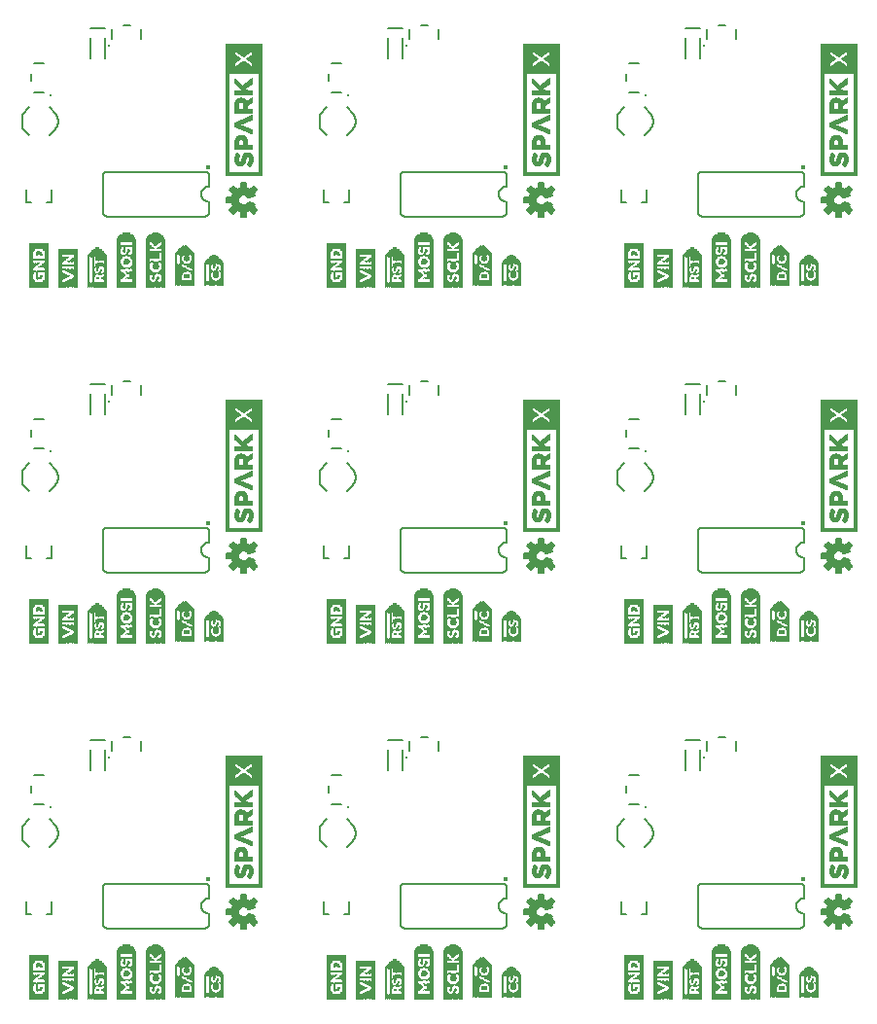
<source format=gto>
G75*
%MOIN*%
%OFA0B0*%
%FSLAX25Y25*%
%IPPOS*%
%LPD*%
%AMOC8*
5,1,8,0,0,1.08239X$1,22.5*
%
%ADD10C,0.00800*%
%ADD11C,0.01000*%
%ADD12C,0.01720*%
%ADD13C,0.00039*%
%ADD14C,0.00591*%
%ADD15R,0.00157X0.13071*%
%ADD16R,0.00157X0.02205*%
%ADD17R,0.00157X0.02835*%
%ADD18R,0.00157X0.07717*%
%ADD19R,0.00157X0.01890*%
%ADD20R,0.00157X0.02520*%
%ADD21R,0.00157X0.00630*%
%ADD22R,0.00157X0.01732*%
%ADD23R,0.00157X0.00472*%
%ADD24R,0.00157X0.01575*%
%ADD25R,0.00157X0.01417*%
%ADD26R,0.00157X0.01260*%
%ADD27R,0.00157X0.01102*%
%ADD28R,0.00157X0.02047*%
%ADD29R,0.00157X0.00787*%
%ADD30R,0.00157X0.00945*%
%ADD31R,0.00157X0.02362*%
%ADD32R,0.00157X0.00157*%
%ADD33R,0.00157X0.00315*%
%ADD34R,0.00157X0.02677*%
%ADD35R,0.00157X0.02992*%
%ADD36R,0.00157X0.03150*%
%ADD37R,0.00157X0.03307*%
%ADD38R,0.00157X0.03465*%
%ADD39R,0.00157X0.15276*%
%ADD40R,0.00157X0.11024*%
%ADD41R,0.00157X0.07874*%
%ADD42R,0.00157X0.08031*%
%ADD43R,0.00157X0.08346*%
%ADD44R,0.00157X0.08504*%
%ADD45R,0.00157X0.09606*%
%ADD46R,0.00157X0.09764*%
%ADD47R,0.00157X0.09921*%
%ADD48R,0.00157X0.10079*%
%ADD49R,0.00157X0.03622*%
%ADD50R,0.00157X0.04882*%
%ADD51R,0.00157X0.04724*%
%ADD52R,0.00157X0.04252*%
%ADD53R,0.00157X0.03780*%
%ADD54R,0.00157X0.08661*%
%ADD55R,0.00157X0.11181*%
%ADD56R,0.00157X0.11496*%
%ADD57R,0.00157X0.11654*%
%ADD58R,0.00157X0.07559*%
%ADD59R,0.00157X0.07244*%
%ADD60R,0.00157X0.12756*%
%ADD61R,0.00157X0.12913*%
%ADD62R,0.00157X0.06614*%
%ADD63R,0.00157X0.06142*%
%ADD64R,0.00157X0.05197*%
%ADD65R,0.00157X0.05354*%
%ADD66R,0.00157X0.05039*%
%ADD67R,0.00157X0.04567*%
%ADD68R,0.00157X0.13228*%
%ADD69R,0.00157X0.04409*%
%ADD70R,0.00157X0.04094*%
%ADD71R,0.00157X0.03937*%
%ADD72R,0.00157X0.11811*%
%ADD73R,0.00157X0.16378*%
%ADD74R,0.00157X0.16850*%
%ADD75R,0.00157X0.17165*%
%ADD76R,0.00157X0.17480*%
%ADD77R,0.00157X0.17638*%
%ADD78R,0.00157X0.17795*%
%ADD79R,0.00157X0.17953*%
D10*
X0044419Y0065744D02*
X0044419Y0069894D01*
X0044419Y0065744D02*
X0046100Y0065744D01*
X0051400Y0065744D02*
X0053081Y0065744D01*
X0053081Y0069894D01*
X0070550Y0074663D02*
X0070550Y0062337D01*
X0070552Y0062261D01*
X0070558Y0062186D01*
X0070567Y0062110D01*
X0070581Y0062035D01*
X0070598Y0061961D01*
X0070619Y0061888D01*
X0070643Y0061816D01*
X0070671Y0061746D01*
X0070703Y0061677D01*
X0070738Y0061609D01*
X0070777Y0061544D01*
X0070819Y0061480D01*
X0070864Y0061419D01*
X0070912Y0061360D01*
X0070963Y0061304D01*
X0071017Y0061250D01*
X0071073Y0061199D01*
X0071132Y0061151D01*
X0071193Y0061106D01*
X0071257Y0061064D01*
X0071322Y0061025D01*
X0071390Y0060990D01*
X0071459Y0060958D01*
X0071529Y0060930D01*
X0071601Y0060906D01*
X0071674Y0060885D01*
X0071748Y0060868D01*
X0071823Y0060854D01*
X0071899Y0060845D01*
X0071974Y0060839D01*
X0072050Y0060837D01*
X0105450Y0060837D01*
X0105531Y0060849D01*
X0105611Y0060864D01*
X0105690Y0060883D01*
X0105768Y0060905D01*
X0105845Y0060932D01*
X0105921Y0060961D01*
X0105995Y0060995D01*
X0106067Y0061032D01*
X0106138Y0061072D01*
X0106206Y0061116D01*
X0106273Y0061163D01*
X0106337Y0061213D01*
X0106398Y0061266D01*
X0106457Y0061322D01*
X0106514Y0061381D01*
X0106567Y0061442D01*
X0106618Y0061506D01*
X0106665Y0061572D01*
X0106709Y0061640D01*
X0106750Y0061710D01*
X0106788Y0061782D01*
X0106822Y0061856D01*
X0106852Y0061932D01*
X0106879Y0062008D01*
X0106902Y0062086D01*
X0106922Y0062165D01*
X0106937Y0062245D01*
X0106949Y0062326D01*
X0106957Y0062406D01*
X0106961Y0062488D01*
X0106962Y0062569D01*
X0106958Y0062650D01*
X0106951Y0062731D01*
X0106950Y0062781D02*
X0106950Y0066100D01*
X0106750Y0066100D02*
X0106652Y0066102D01*
X0106554Y0066108D01*
X0106456Y0066117D01*
X0106359Y0066131D01*
X0106262Y0066148D01*
X0106166Y0066169D01*
X0106071Y0066194D01*
X0105977Y0066222D01*
X0105885Y0066255D01*
X0105793Y0066290D01*
X0105703Y0066330D01*
X0105615Y0066372D01*
X0105528Y0066419D01*
X0105444Y0066468D01*
X0105361Y0066521D01*
X0105281Y0066577D01*
X0105202Y0066637D01*
X0105126Y0066699D01*
X0105053Y0066764D01*
X0104982Y0066832D01*
X0104914Y0066903D01*
X0104849Y0066976D01*
X0104787Y0067052D01*
X0104727Y0067131D01*
X0104671Y0067211D01*
X0104618Y0067294D01*
X0104569Y0067378D01*
X0104522Y0067465D01*
X0104480Y0067553D01*
X0104440Y0067643D01*
X0104405Y0067735D01*
X0104372Y0067827D01*
X0104344Y0067921D01*
X0104319Y0068016D01*
X0104298Y0068112D01*
X0104281Y0068209D01*
X0104267Y0068306D01*
X0104258Y0068404D01*
X0104252Y0068502D01*
X0104250Y0068600D01*
X0104252Y0068698D01*
X0104258Y0068796D01*
X0104267Y0068894D01*
X0104281Y0068991D01*
X0104298Y0069088D01*
X0104319Y0069184D01*
X0104344Y0069279D01*
X0104372Y0069373D01*
X0104405Y0069465D01*
X0104440Y0069557D01*
X0104480Y0069647D01*
X0104522Y0069735D01*
X0104569Y0069822D01*
X0104618Y0069906D01*
X0104671Y0069989D01*
X0104727Y0070069D01*
X0104787Y0070148D01*
X0104849Y0070224D01*
X0104914Y0070297D01*
X0104982Y0070368D01*
X0105053Y0070436D01*
X0105126Y0070501D01*
X0105202Y0070563D01*
X0105281Y0070623D01*
X0105361Y0070679D01*
X0105444Y0070732D01*
X0105528Y0070781D01*
X0105615Y0070828D01*
X0105703Y0070870D01*
X0105793Y0070910D01*
X0105885Y0070945D01*
X0105977Y0070978D01*
X0106071Y0071006D01*
X0106166Y0071031D01*
X0106262Y0071052D01*
X0106359Y0071069D01*
X0106456Y0071083D01*
X0106554Y0071092D01*
X0106652Y0071098D01*
X0106750Y0071100D01*
X0106950Y0071100D02*
X0106950Y0075056D01*
X0106949Y0075056D02*
X0106937Y0075126D01*
X0106920Y0075196D01*
X0106900Y0075264D01*
X0106877Y0075332D01*
X0106849Y0075398D01*
X0106818Y0075462D01*
X0106784Y0075524D01*
X0106746Y0075585D01*
X0106706Y0075644D01*
X0106662Y0075700D01*
X0106615Y0075753D01*
X0106565Y0075805D01*
X0106512Y0075853D01*
X0106457Y0075898D01*
X0106400Y0075941D01*
X0106340Y0075980D01*
X0106278Y0076016D01*
X0106215Y0076048D01*
X0106150Y0076077D01*
X0106083Y0076103D01*
X0106015Y0076125D01*
X0105946Y0076143D01*
X0105876Y0076157D01*
X0105805Y0076167D01*
X0105734Y0076174D01*
X0105663Y0076177D01*
X0105592Y0076176D01*
X0105520Y0076171D01*
X0105450Y0076162D01*
X0105450Y0076163D02*
X0071656Y0076163D01*
X0071656Y0076162D02*
X0071586Y0076150D01*
X0071516Y0076133D01*
X0071448Y0076113D01*
X0071381Y0076089D01*
X0071315Y0076062D01*
X0071250Y0076031D01*
X0071188Y0075997D01*
X0071127Y0075959D01*
X0071069Y0075918D01*
X0071012Y0075874D01*
X0070959Y0075827D01*
X0070908Y0075777D01*
X0070859Y0075725D01*
X0070814Y0075670D01*
X0070771Y0075612D01*
X0070732Y0075553D01*
X0070696Y0075491D01*
X0070664Y0075427D01*
X0070635Y0075362D01*
X0070609Y0075296D01*
X0070588Y0075228D01*
X0070569Y0075158D01*
X0070555Y0075089D01*
X0070545Y0075018D01*
X0070538Y0074947D01*
X0070535Y0074876D01*
X0070536Y0074804D01*
X0070541Y0074733D01*
X0070550Y0074662D01*
X0054159Y0090830D02*
X0052293Y0088776D01*
X0054159Y0090830D02*
X0054242Y0090923D01*
X0054322Y0091018D01*
X0054400Y0091117D01*
X0054474Y0091217D01*
X0054544Y0091320D01*
X0054612Y0091425D01*
X0054676Y0091532D01*
X0054737Y0091641D01*
X0054794Y0091752D01*
X0054847Y0091865D01*
X0054898Y0091980D01*
X0054944Y0092095D01*
X0054987Y0092213D01*
X0055026Y0092331D01*
X0055061Y0092451D01*
X0055092Y0092572D01*
X0055120Y0092694D01*
X0055143Y0092817D01*
X0055163Y0092940D01*
X0055179Y0093064D01*
X0055191Y0093188D01*
X0055199Y0093313D01*
X0055203Y0093438D01*
X0055203Y0093562D01*
X0055199Y0093687D01*
X0055191Y0093812D01*
X0055179Y0093936D01*
X0055163Y0094060D01*
X0055143Y0094183D01*
X0055120Y0094306D01*
X0055092Y0094428D01*
X0055061Y0094549D01*
X0055026Y0094669D01*
X0054987Y0094787D01*
X0054944Y0094905D01*
X0054898Y0095020D01*
X0054847Y0095135D01*
X0054794Y0095248D01*
X0054737Y0095359D01*
X0054676Y0095468D01*
X0054612Y0095575D01*
X0054544Y0095680D01*
X0054474Y0095783D01*
X0054400Y0095883D01*
X0054322Y0095982D01*
X0054242Y0096077D01*
X0054159Y0096170D01*
X0052293Y0098224D01*
X0050441Y0103500D02*
X0047059Y0103500D01*
X0045959Y0107443D02*
X0045959Y0109557D01*
X0047059Y0113500D02*
X0050441Y0113500D01*
X0066289Y0114957D02*
X0066289Y0122043D01*
X0066289Y0125469D02*
X0071211Y0125469D01*
X0073750Y0125191D02*
X0073750Y0121809D01*
X0071211Y0122043D02*
X0071211Y0114957D01*
X0077693Y0126291D02*
X0079807Y0126291D01*
X0083750Y0125191D02*
X0083750Y0121809D01*
X0045207Y0098224D02*
X0042844Y0095862D01*
X0042844Y0091138D01*
X0045207Y0088776D01*
X0072050Y0182837D02*
X0105450Y0182837D01*
X0105531Y0182849D01*
X0105611Y0182864D01*
X0105690Y0182883D01*
X0105768Y0182905D01*
X0105845Y0182932D01*
X0105921Y0182961D01*
X0105995Y0182995D01*
X0106067Y0183032D01*
X0106138Y0183072D01*
X0106206Y0183116D01*
X0106273Y0183163D01*
X0106337Y0183213D01*
X0106398Y0183266D01*
X0106457Y0183322D01*
X0106514Y0183381D01*
X0106567Y0183442D01*
X0106618Y0183506D01*
X0106665Y0183572D01*
X0106709Y0183640D01*
X0106750Y0183710D01*
X0106788Y0183782D01*
X0106822Y0183856D01*
X0106852Y0183932D01*
X0106879Y0184008D01*
X0106902Y0184086D01*
X0106922Y0184165D01*
X0106937Y0184245D01*
X0106949Y0184326D01*
X0106957Y0184406D01*
X0106961Y0184488D01*
X0106962Y0184569D01*
X0106958Y0184650D01*
X0106951Y0184731D01*
X0106950Y0184781D02*
X0106950Y0188100D01*
X0106750Y0188100D02*
X0106652Y0188102D01*
X0106554Y0188108D01*
X0106456Y0188117D01*
X0106359Y0188131D01*
X0106262Y0188148D01*
X0106166Y0188169D01*
X0106071Y0188194D01*
X0105977Y0188222D01*
X0105885Y0188255D01*
X0105793Y0188290D01*
X0105703Y0188330D01*
X0105615Y0188372D01*
X0105528Y0188419D01*
X0105444Y0188468D01*
X0105361Y0188521D01*
X0105281Y0188577D01*
X0105202Y0188637D01*
X0105126Y0188699D01*
X0105053Y0188764D01*
X0104982Y0188832D01*
X0104914Y0188903D01*
X0104849Y0188976D01*
X0104787Y0189052D01*
X0104727Y0189131D01*
X0104671Y0189211D01*
X0104618Y0189294D01*
X0104569Y0189378D01*
X0104522Y0189465D01*
X0104480Y0189553D01*
X0104440Y0189643D01*
X0104405Y0189735D01*
X0104372Y0189827D01*
X0104344Y0189921D01*
X0104319Y0190016D01*
X0104298Y0190112D01*
X0104281Y0190209D01*
X0104267Y0190306D01*
X0104258Y0190404D01*
X0104252Y0190502D01*
X0104250Y0190600D01*
X0104252Y0190698D01*
X0104258Y0190796D01*
X0104267Y0190894D01*
X0104281Y0190991D01*
X0104298Y0191088D01*
X0104319Y0191184D01*
X0104344Y0191279D01*
X0104372Y0191373D01*
X0104405Y0191465D01*
X0104440Y0191557D01*
X0104480Y0191647D01*
X0104522Y0191735D01*
X0104569Y0191822D01*
X0104618Y0191906D01*
X0104671Y0191989D01*
X0104727Y0192069D01*
X0104787Y0192148D01*
X0104849Y0192224D01*
X0104914Y0192297D01*
X0104982Y0192368D01*
X0105053Y0192436D01*
X0105126Y0192501D01*
X0105202Y0192563D01*
X0105281Y0192623D01*
X0105361Y0192679D01*
X0105444Y0192732D01*
X0105528Y0192781D01*
X0105615Y0192828D01*
X0105703Y0192870D01*
X0105793Y0192910D01*
X0105885Y0192945D01*
X0105977Y0192978D01*
X0106071Y0193006D01*
X0106166Y0193031D01*
X0106262Y0193052D01*
X0106359Y0193069D01*
X0106456Y0193083D01*
X0106554Y0193092D01*
X0106652Y0193098D01*
X0106750Y0193100D01*
X0106950Y0193100D02*
X0106950Y0197056D01*
X0106949Y0197056D02*
X0106937Y0197126D01*
X0106920Y0197196D01*
X0106900Y0197264D01*
X0106877Y0197332D01*
X0106849Y0197398D01*
X0106818Y0197462D01*
X0106784Y0197524D01*
X0106746Y0197585D01*
X0106706Y0197644D01*
X0106662Y0197700D01*
X0106615Y0197753D01*
X0106565Y0197805D01*
X0106512Y0197853D01*
X0106457Y0197898D01*
X0106400Y0197941D01*
X0106340Y0197980D01*
X0106278Y0198016D01*
X0106215Y0198048D01*
X0106150Y0198077D01*
X0106083Y0198103D01*
X0106015Y0198125D01*
X0105946Y0198143D01*
X0105876Y0198157D01*
X0105805Y0198167D01*
X0105734Y0198174D01*
X0105663Y0198177D01*
X0105592Y0198176D01*
X0105520Y0198171D01*
X0105450Y0198162D01*
X0105450Y0198163D02*
X0071656Y0198163D01*
X0071656Y0198162D02*
X0071586Y0198150D01*
X0071516Y0198133D01*
X0071448Y0198113D01*
X0071381Y0198089D01*
X0071315Y0198062D01*
X0071250Y0198031D01*
X0071188Y0197997D01*
X0071127Y0197959D01*
X0071069Y0197918D01*
X0071012Y0197874D01*
X0070959Y0197827D01*
X0070908Y0197777D01*
X0070859Y0197725D01*
X0070814Y0197670D01*
X0070771Y0197612D01*
X0070732Y0197553D01*
X0070696Y0197491D01*
X0070664Y0197427D01*
X0070635Y0197362D01*
X0070609Y0197296D01*
X0070588Y0197228D01*
X0070569Y0197158D01*
X0070555Y0197089D01*
X0070545Y0197018D01*
X0070538Y0196947D01*
X0070535Y0196876D01*
X0070536Y0196804D01*
X0070541Y0196733D01*
X0070550Y0196662D01*
X0070550Y0196663D02*
X0070550Y0184337D01*
X0070552Y0184261D01*
X0070558Y0184186D01*
X0070567Y0184110D01*
X0070581Y0184035D01*
X0070598Y0183961D01*
X0070619Y0183888D01*
X0070643Y0183816D01*
X0070671Y0183746D01*
X0070703Y0183677D01*
X0070738Y0183609D01*
X0070777Y0183544D01*
X0070819Y0183480D01*
X0070864Y0183419D01*
X0070912Y0183360D01*
X0070963Y0183304D01*
X0071017Y0183250D01*
X0071073Y0183199D01*
X0071132Y0183151D01*
X0071193Y0183106D01*
X0071257Y0183064D01*
X0071322Y0183025D01*
X0071390Y0182990D01*
X0071459Y0182958D01*
X0071529Y0182930D01*
X0071601Y0182906D01*
X0071674Y0182885D01*
X0071748Y0182868D01*
X0071823Y0182854D01*
X0071899Y0182845D01*
X0071974Y0182839D01*
X0072050Y0182837D01*
X0053081Y0187744D02*
X0053081Y0191894D01*
X0053081Y0187744D02*
X0051400Y0187744D01*
X0046100Y0187744D02*
X0044419Y0187744D01*
X0044419Y0191894D01*
X0045207Y0210776D02*
X0042844Y0213138D01*
X0042844Y0217862D01*
X0045207Y0220224D01*
X0047059Y0225500D02*
X0050441Y0225500D01*
X0052293Y0220224D02*
X0054159Y0218170D01*
X0054242Y0218077D01*
X0054322Y0217982D01*
X0054400Y0217883D01*
X0054474Y0217783D01*
X0054544Y0217680D01*
X0054612Y0217575D01*
X0054676Y0217468D01*
X0054737Y0217359D01*
X0054794Y0217248D01*
X0054847Y0217135D01*
X0054898Y0217020D01*
X0054944Y0216905D01*
X0054987Y0216787D01*
X0055026Y0216669D01*
X0055061Y0216549D01*
X0055092Y0216428D01*
X0055120Y0216306D01*
X0055143Y0216183D01*
X0055163Y0216060D01*
X0055179Y0215936D01*
X0055191Y0215812D01*
X0055199Y0215687D01*
X0055203Y0215562D01*
X0055203Y0215438D01*
X0055199Y0215313D01*
X0055191Y0215188D01*
X0055179Y0215064D01*
X0055163Y0214940D01*
X0055143Y0214817D01*
X0055120Y0214694D01*
X0055092Y0214572D01*
X0055061Y0214451D01*
X0055026Y0214331D01*
X0054987Y0214213D01*
X0054944Y0214095D01*
X0054898Y0213980D01*
X0054847Y0213865D01*
X0054794Y0213752D01*
X0054737Y0213641D01*
X0054676Y0213532D01*
X0054612Y0213425D01*
X0054544Y0213320D01*
X0054474Y0213217D01*
X0054400Y0213117D01*
X0054322Y0213018D01*
X0054242Y0212923D01*
X0054159Y0212830D01*
X0052293Y0210776D01*
X0045959Y0229443D02*
X0045959Y0231557D01*
X0047059Y0235500D02*
X0050441Y0235500D01*
X0066289Y0236957D02*
X0066289Y0244043D01*
X0066289Y0247469D02*
X0071211Y0247469D01*
X0073750Y0247191D02*
X0073750Y0243809D01*
X0071211Y0244043D02*
X0071211Y0236957D01*
X0077693Y0248291D02*
X0079807Y0248291D01*
X0083750Y0247191D02*
X0083750Y0243809D01*
X0144844Y0217862D02*
X0144844Y0213138D01*
X0147207Y0210776D01*
X0154293Y0210776D02*
X0156159Y0212830D01*
X0156242Y0212923D01*
X0156322Y0213018D01*
X0156400Y0213117D01*
X0156474Y0213217D01*
X0156544Y0213320D01*
X0156612Y0213425D01*
X0156676Y0213532D01*
X0156737Y0213641D01*
X0156794Y0213752D01*
X0156847Y0213865D01*
X0156898Y0213980D01*
X0156944Y0214095D01*
X0156987Y0214213D01*
X0157026Y0214331D01*
X0157061Y0214451D01*
X0157092Y0214572D01*
X0157120Y0214694D01*
X0157143Y0214817D01*
X0157163Y0214940D01*
X0157179Y0215064D01*
X0157191Y0215188D01*
X0157199Y0215313D01*
X0157203Y0215438D01*
X0157203Y0215562D01*
X0157199Y0215687D01*
X0157191Y0215812D01*
X0157179Y0215936D01*
X0157163Y0216060D01*
X0157143Y0216183D01*
X0157120Y0216306D01*
X0157092Y0216428D01*
X0157061Y0216549D01*
X0157026Y0216669D01*
X0156987Y0216787D01*
X0156944Y0216905D01*
X0156898Y0217020D01*
X0156847Y0217135D01*
X0156794Y0217248D01*
X0156737Y0217359D01*
X0156676Y0217468D01*
X0156612Y0217575D01*
X0156544Y0217680D01*
X0156474Y0217783D01*
X0156400Y0217883D01*
X0156322Y0217982D01*
X0156242Y0218077D01*
X0156159Y0218170D01*
X0154293Y0220224D01*
X0152441Y0225500D02*
X0149059Y0225500D01*
X0147959Y0229443D02*
X0147959Y0231557D01*
X0149059Y0235500D02*
X0152441Y0235500D01*
X0168289Y0236957D02*
X0168289Y0244043D01*
X0168289Y0247469D02*
X0173211Y0247469D01*
X0175750Y0247191D02*
X0175750Y0243809D01*
X0173211Y0244043D02*
X0173211Y0236957D01*
X0179693Y0248291D02*
X0181807Y0248291D01*
X0185750Y0247191D02*
X0185750Y0243809D01*
X0147207Y0220224D02*
X0144844Y0217862D01*
X0146419Y0191894D02*
X0146419Y0187744D01*
X0148100Y0187744D01*
X0153400Y0187744D02*
X0155081Y0187744D01*
X0155081Y0191894D01*
X0172550Y0196663D02*
X0172550Y0184337D01*
X0172552Y0184261D01*
X0172558Y0184186D01*
X0172567Y0184110D01*
X0172581Y0184035D01*
X0172598Y0183961D01*
X0172619Y0183888D01*
X0172643Y0183816D01*
X0172671Y0183746D01*
X0172703Y0183677D01*
X0172738Y0183609D01*
X0172777Y0183544D01*
X0172819Y0183480D01*
X0172864Y0183419D01*
X0172912Y0183360D01*
X0172963Y0183304D01*
X0173017Y0183250D01*
X0173073Y0183199D01*
X0173132Y0183151D01*
X0173193Y0183106D01*
X0173257Y0183064D01*
X0173322Y0183025D01*
X0173390Y0182990D01*
X0173459Y0182958D01*
X0173529Y0182930D01*
X0173601Y0182906D01*
X0173674Y0182885D01*
X0173748Y0182868D01*
X0173823Y0182854D01*
X0173899Y0182845D01*
X0173974Y0182839D01*
X0174050Y0182837D01*
X0207450Y0182837D01*
X0207531Y0182849D01*
X0207611Y0182864D01*
X0207690Y0182883D01*
X0207768Y0182905D01*
X0207845Y0182932D01*
X0207921Y0182961D01*
X0207995Y0182995D01*
X0208067Y0183032D01*
X0208138Y0183072D01*
X0208206Y0183116D01*
X0208273Y0183163D01*
X0208337Y0183213D01*
X0208398Y0183266D01*
X0208457Y0183322D01*
X0208514Y0183381D01*
X0208567Y0183442D01*
X0208618Y0183506D01*
X0208665Y0183572D01*
X0208709Y0183640D01*
X0208750Y0183710D01*
X0208788Y0183782D01*
X0208822Y0183856D01*
X0208852Y0183932D01*
X0208879Y0184008D01*
X0208902Y0184086D01*
X0208922Y0184165D01*
X0208937Y0184245D01*
X0208949Y0184326D01*
X0208957Y0184406D01*
X0208961Y0184488D01*
X0208962Y0184569D01*
X0208958Y0184650D01*
X0208951Y0184731D01*
X0208950Y0184781D02*
X0208950Y0188100D01*
X0208750Y0188100D02*
X0208652Y0188102D01*
X0208554Y0188108D01*
X0208456Y0188117D01*
X0208359Y0188131D01*
X0208262Y0188148D01*
X0208166Y0188169D01*
X0208071Y0188194D01*
X0207977Y0188222D01*
X0207885Y0188255D01*
X0207793Y0188290D01*
X0207703Y0188330D01*
X0207615Y0188372D01*
X0207528Y0188419D01*
X0207444Y0188468D01*
X0207361Y0188521D01*
X0207281Y0188577D01*
X0207202Y0188637D01*
X0207126Y0188699D01*
X0207053Y0188764D01*
X0206982Y0188832D01*
X0206914Y0188903D01*
X0206849Y0188976D01*
X0206787Y0189052D01*
X0206727Y0189131D01*
X0206671Y0189211D01*
X0206618Y0189294D01*
X0206569Y0189378D01*
X0206522Y0189465D01*
X0206480Y0189553D01*
X0206440Y0189643D01*
X0206405Y0189735D01*
X0206372Y0189827D01*
X0206344Y0189921D01*
X0206319Y0190016D01*
X0206298Y0190112D01*
X0206281Y0190209D01*
X0206267Y0190306D01*
X0206258Y0190404D01*
X0206252Y0190502D01*
X0206250Y0190600D01*
X0206252Y0190698D01*
X0206258Y0190796D01*
X0206267Y0190894D01*
X0206281Y0190991D01*
X0206298Y0191088D01*
X0206319Y0191184D01*
X0206344Y0191279D01*
X0206372Y0191373D01*
X0206405Y0191465D01*
X0206440Y0191557D01*
X0206480Y0191647D01*
X0206522Y0191735D01*
X0206569Y0191822D01*
X0206618Y0191906D01*
X0206671Y0191989D01*
X0206727Y0192069D01*
X0206787Y0192148D01*
X0206849Y0192224D01*
X0206914Y0192297D01*
X0206982Y0192368D01*
X0207053Y0192436D01*
X0207126Y0192501D01*
X0207202Y0192563D01*
X0207281Y0192623D01*
X0207361Y0192679D01*
X0207444Y0192732D01*
X0207528Y0192781D01*
X0207615Y0192828D01*
X0207703Y0192870D01*
X0207793Y0192910D01*
X0207885Y0192945D01*
X0207977Y0192978D01*
X0208071Y0193006D01*
X0208166Y0193031D01*
X0208262Y0193052D01*
X0208359Y0193069D01*
X0208456Y0193083D01*
X0208554Y0193092D01*
X0208652Y0193098D01*
X0208750Y0193100D01*
X0208950Y0193100D02*
X0208950Y0197056D01*
X0208949Y0197056D02*
X0208937Y0197126D01*
X0208920Y0197196D01*
X0208900Y0197264D01*
X0208877Y0197332D01*
X0208849Y0197398D01*
X0208818Y0197462D01*
X0208784Y0197524D01*
X0208746Y0197585D01*
X0208706Y0197644D01*
X0208662Y0197700D01*
X0208615Y0197753D01*
X0208565Y0197805D01*
X0208512Y0197853D01*
X0208457Y0197898D01*
X0208400Y0197941D01*
X0208340Y0197980D01*
X0208278Y0198016D01*
X0208215Y0198048D01*
X0208150Y0198077D01*
X0208083Y0198103D01*
X0208015Y0198125D01*
X0207946Y0198143D01*
X0207876Y0198157D01*
X0207805Y0198167D01*
X0207734Y0198174D01*
X0207663Y0198177D01*
X0207592Y0198176D01*
X0207520Y0198171D01*
X0207450Y0198162D01*
X0207450Y0198163D02*
X0173656Y0198163D01*
X0173656Y0198162D02*
X0173586Y0198150D01*
X0173516Y0198133D01*
X0173448Y0198113D01*
X0173381Y0198089D01*
X0173315Y0198062D01*
X0173250Y0198031D01*
X0173188Y0197997D01*
X0173127Y0197959D01*
X0173069Y0197918D01*
X0173012Y0197874D01*
X0172959Y0197827D01*
X0172908Y0197777D01*
X0172859Y0197725D01*
X0172814Y0197670D01*
X0172771Y0197612D01*
X0172732Y0197553D01*
X0172696Y0197491D01*
X0172664Y0197427D01*
X0172635Y0197362D01*
X0172609Y0197296D01*
X0172588Y0197228D01*
X0172569Y0197158D01*
X0172555Y0197089D01*
X0172545Y0197018D01*
X0172538Y0196947D01*
X0172535Y0196876D01*
X0172536Y0196804D01*
X0172541Y0196733D01*
X0172550Y0196662D01*
X0179693Y0126291D02*
X0181807Y0126291D01*
X0185750Y0125191D02*
X0185750Y0121809D01*
X0175750Y0121809D02*
X0175750Y0125191D01*
X0173211Y0125469D02*
X0168289Y0125469D01*
X0168289Y0122043D02*
X0168289Y0114957D01*
X0173211Y0114957D02*
X0173211Y0122043D01*
X0152441Y0113500D02*
X0149059Y0113500D01*
X0147959Y0109557D02*
X0147959Y0107443D01*
X0149059Y0103500D02*
X0152441Y0103500D01*
X0154293Y0098224D02*
X0156159Y0096170D01*
X0156242Y0096077D01*
X0156322Y0095982D01*
X0156400Y0095883D01*
X0156474Y0095783D01*
X0156544Y0095680D01*
X0156612Y0095575D01*
X0156676Y0095468D01*
X0156737Y0095359D01*
X0156794Y0095248D01*
X0156847Y0095135D01*
X0156898Y0095020D01*
X0156944Y0094905D01*
X0156987Y0094787D01*
X0157026Y0094669D01*
X0157061Y0094549D01*
X0157092Y0094428D01*
X0157120Y0094306D01*
X0157143Y0094183D01*
X0157163Y0094060D01*
X0157179Y0093936D01*
X0157191Y0093812D01*
X0157199Y0093687D01*
X0157203Y0093562D01*
X0157203Y0093438D01*
X0157199Y0093313D01*
X0157191Y0093188D01*
X0157179Y0093064D01*
X0157163Y0092940D01*
X0157143Y0092817D01*
X0157120Y0092694D01*
X0157092Y0092572D01*
X0157061Y0092451D01*
X0157026Y0092331D01*
X0156987Y0092213D01*
X0156944Y0092095D01*
X0156898Y0091980D01*
X0156847Y0091865D01*
X0156794Y0091752D01*
X0156737Y0091641D01*
X0156676Y0091532D01*
X0156612Y0091425D01*
X0156544Y0091320D01*
X0156474Y0091217D01*
X0156400Y0091117D01*
X0156322Y0091018D01*
X0156242Y0090923D01*
X0156159Y0090830D01*
X0154293Y0088776D01*
X0147207Y0088776D02*
X0144844Y0091138D01*
X0144844Y0095862D01*
X0147207Y0098224D01*
X0173656Y0076163D02*
X0207450Y0076163D01*
X0207450Y0076162D02*
X0207520Y0076171D01*
X0207592Y0076176D01*
X0207663Y0076177D01*
X0207734Y0076174D01*
X0207805Y0076167D01*
X0207876Y0076157D01*
X0207946Y0076143D01*
X0208015Y0076125D01*
X0208083Y0076103D01*
X0208150Y0076077D01*
X0208215Y0076048D01*
X0208278Y0076016D01*
X0208340Y0075980D01*
X0208400Y0075941D01*
X0208457Y0075898D01*
X0208512Y0075853D01*
X0208565Y0075805D01*
X0208615Y0075753D01*
X0208662Y0075700D01*
X0208706Y0075644D01*
X0208746Y0075585D01*
X0208784Y0075524D01*
X0208818Y0075462D01*
X0208849Y0075398D01*
X0208877Y0075332D01*
X0208900Y0075264D01*
X0208920Y0075196D01*
X0208937Y0075126D01*
X0208949Y0075056D01*
X0208950Y0075056D02*
X0208950Y0071100D01*
X0208750Y0071100D02*
X0208652Y0071098D01*
X0208554Y0071092D01*
X0208456Y0071083D01*
X0208359Y0071069D01*
X0208262Y0071052D01*
X0208166Y0071031D01*
X0208071Y0071006D01*
X0207977Y0070978D01*
X0207885Y0070945D01*
X0207793Y0070910D01*
X0207703Y0070870D01*
X0207615Y0070828D01*
X0207528Y0070781D01*
X0207444Y0070732D01*
X0207361Y0070679D01*
X0207281Y0070623D01*
X0207202Y0070563D01*
X0207126Y0070501D01*
X0207053Y0070436D01*
X0206982Y0070368D01*
X0206914Y0070297D01*
X0206849Y0070224D01*
X0206787Y0070148D01*
X0206727Y0070069D01*
X0206671Y0069989D01*
X0206618Y0069906D01*
X0206569Y0069822D01*
X0206522Y0069735D01*
X0206480Y0069647D01*
X0206440Y0069557D01*
X0206405Y0069465D01*
X0206372Y0069373D01*
X0206344Y0069279D01*
X0206319Y0069184D01*
X0206298Y0069088D01*
X0206281Y0068991D01*
X0206267Y0068894D01*
X0206258Y0068796D01*
X0206252Y0068698D01*
X0206250Y0068600D01*
X0206252Y0068502D01*
X0206258Y0068404D01*
X0206267Y0068306D01*
X0206281Y0068209D01*
X0206298Y0068112D01*
X0206319Y0068016D01*
X0206344Y0067921D01*
X0206372Y0067827D01*
X0206405Y0067735D01*
X0206440Y0067643D01*
X0206480Y0067553D01*
X0206522Y0067465D01*
X0206569Y0067378D01*
X0206618Y0067294D01*
X0206671Y0067211D01*
X0206727Y0067131D01*
X0206787Y0067052D01*
X0206849Y0066976D01*
X0206914Y0066903D01*
X0206982Y0066832D01*
X0207053Y0066764D01*
X0207126Y0066699D01*
X0207202Y0066637D01*
X0207281Y0066577D01*
X0207361Y0066521D01*
X0207444Y0066468D01*
X0207528Y0066419D01*
X0207615Y0066372D01*
X0207703Y0066330D01*
X0207793Y0066290D01*
X0207885Y0066255D01*
X0207977Y0066222D01*
X0208071Y0066194D01*
X0208166Y0066169D01*
X0208262Y0066148D01*
X0208359Y0066131D01*
X0208456Y0066117D01*
X0208554Y0066108D01*
X0208652Y0066102D01*
X0208750Y0066100D01*
X0208950Y0066100D02*
X0208950Y0062781D01*
X0208951Y0062731D02*
X0208958Y0062650D01*
X0208962Y0062569D01*
X0208961Y0062488D01*
X0208957Y0062406D01*
X0208949Y0062326D01*
X0208937Y0062245D01*
X0208922Y0062165D01*
X0208902Y0062086D01*
X0208879Y0062008D01*
X0208852Y0061932D01*
X0208822Y0061856D01*
X0208788Y0061782D01*
X0208750Y0061710D01*
X0208709Y0061640D01*
X0208665Y0061572D01*
X0208618Y0061506D01*
X0208567Y0061442D01*
X0208514Y0061381D01*
X0208457Y0061322D01*
X0208398Y0061266D01*
X0208337Y0061213D01*
X0208273Y0061163D01*
X0208206Y0061116D01*
X0208138Y0061072D01*
X0208067Y0061032D01*
X0207995Y0060995D01*
X0207921Y0060961D01*
X0207845Y0060932D01*
X0207768Y0060905D01*
X0207690Y0060883D01*
X0207611Y0060864D01*
X0207531Y0060849D01*
X0207450Y0060837D01*
X0174050Y0060837D01*
X0173974Y0060839D01*
X0173899Y0060845D01*
X0173823Y0060854D01*
X0173748Y0060868D01*
X0173674Y0060885D01*
X0173601Y0060906D01*
X0173529Y0060930D01*
X0173459Y0060958D01*
X0173390Y0060990D01*
X0173322Y0061025D01*
X0173257Y0061064D01*
X0173193Y0061106D01*
X0173132Y0061151D01*
X0173073Y0061199D01*
X0173017Y0061250D01*
X0172963Y0061304D01*
X0172912Y0061360D01*
X0172864Y0061419D01*
X0172819Y0061480D01*
X0172777Y0061544D01*
X0172738Y0061609D01*
X0172703Y0061677D01*
X0172671Y0061746D01*
X0172643Y0061816D01*
X0172619Y0061888D01*
X0172598Y0061961D01*
X0172581Y0062035D01*
X0172567Y0062110D01*
X0172558Y0062186D01*
X0172552Y0062261D01*
X0172550Y0062337D01*
X0172550Y0074663D01*
X0172550Y0074662D02*
X0172541Y0074733D01*
X0172536Y0074804D01*
X0172535Y0074876D01*
X0172538Y0074947D01*
X0172545Y0075018D01*
X0172555Y0075089D01*
X0172569Y0075158D01*
X0172588Y0075228D01*
X0172609Y0075296D01*
X0172635Y0075362D01*
X0172664Y0075427D01*
X0172696Y0075491D01*
X0172732Y0075553D01*
X0172771Y0075612D01*
X0172814Y0075670D01*
X0172859Y0075725D01*
X0172908Y0075777D01*
X0172959Y0075827D01*
X0173012Y0075874D01*
X0173069Y0075918D01*
X0173127Y0075959D01*
X0173188Y0075997D01*
X0173250Y0076031D01*
X0173315Y0076062D01*
X0173381Y0076089D01*
X0173448Y0076113D01*
X0173516Y0076133D01*
X0173586Y0076150D01*
X0173656Y0076162D01*
X0155081Y0069894D02*
X0155081Y0065744D01*
X0153400Y0065744D01*
X0148100Y0065744D02*
X0146419Y0065744D01*
X0146419Y0069894D01*
X0248419Y0069894D02*
X0248419Y0065744D01*
X0250100Y0065744D01*
X0255400Y0065744D02*
X0257081Y0065744D01*
X0257081Y0069894D01*
X0274550Y0074663D02*
X0274550Y0062337D01*
X0274552Y0062261D01*
X0274558Y0062186D01*
X0274567Y0062110D01*
X0274581Y0062035D01*
X0274598Y0061961D01*
X0274619Y0061888D01*
X0274643Y0061816D01*
X0274671Y0061746D01*
X0274703Y0061677D01*
X0274738Y0061609D01*
X0274777Y0061544D01*
X0274819Y0061480D01*
X0274864Y0061419D01*
X0274912Y0061360D01*
X0274963Y0061304D01*
X0275017Y0061250D01*
X0275073Y0061199D01*
X0275132Y0061151D01*
X0275193Y0061106D01*
X0275257Y0061064D01*
X0275322Y0061025D01*
X0275390Y0060990D01*
X0275459Y0060958D01*
X0275529Y0060930D01*
X0275601Y0060906D01*
X0275674Y0060885D01*
X0275748Y0060868D01*
X0275823Y0060854D01*
X0275899Y0060845D01*
X0275974Y0060839D01*
X0276050Y0060837D01*
X0309450Y0060837D01*
X0309531Y0060849D01*
X0309611Y0060864D01*
X0309690Y0060883D01*
X0309768Y0060905D01*
X0309845Y0060932D01*
X0309921Y0060961D01*
X0309995Y0060995D01*
X0310067Y0061032D01*
X0310138Y0061072D01*
X0310206Y0061116D01*
X0310273Y0061163D01*
X0310337Y0061213D01*
X0310398Y0061266D01*
X0310457Y0061322D01*
X0310514Y0061381D01*
X0310567Y0061442D01*
X0310618Y0061506D01*
X0310665Y0061572D01*
X0310709Y0061640D01*
X0310750Y0061710D01*
X0310788Y0061782D01*
X0310822Y0061856D01*
X0310852Y0061932D01*
X0310879Y0062008D01*
X0310902Y0062086D01*
X0310922Y0062165D01*
X0310937Y0062245D01*
X0310949Y0062326D01*
X0310957Y0062406D01*
X0310961Y0062488D01*
X0310962Y0062569D01*
X0310958Y0062650D01*
X0310951Y0062731D01*
X0310950Y0062781D02*
X0310950Y0066100D01*
X0310750Y0066100D02*
X0310652Y0066102D01*
X0310554Y0066108D01*
X0310456Y0066117D01*
X0310359Y0066131D01*
X0310262Y0066148D01*
X0310166Y0066169D01*
X0310071Y0066194D01*
X0309977Y0066222D01*
X0309885Y0066255D01*
X0309793Y0066290D01*
X0309703Y0066330D01*
X0309615Y0066372D01*
X0309528Y0066419D01*
X0309444Y0066468D01*
X0309361Y0066521D01*
X0309281Y0066577D01*
X0309202Y0066637D01*
X0309126Y0066699D01*
X0309053Y0066764D01*
X0308982Y0066832D01*
X0308914Y0066903D01*
X0308849Y0066976D01*
X0308787Y0067052D01*
X0308727Y0067131D01*
X0308671Y0067211D01*
X0308618Y0067294D01*
X0308569Y0067378D01*
X0308522Y0067465D01*
X0308480Y0067553D01*
X0308440Y0067643D01*
X0308405Y0067735D01*
X0308372Y0067827D01*
X0308344Y0067921D01*
X0308319Y0068016D01*
X0308298Y0068112D01*
X0308281Y0068209D01*
X0308267Y0068306D01*
X0308258Y0068404D01*
X0308252Y0068502D01*
X0308250Y0068600D01*
X0308252Y0068698D01*
X0308258Y0068796D01*
X0308267Y0068894D01*
X0308281Y0068991D01*
X0308298Y0069088D01*
X0308319Y0069184D01*
X0308344Y0069279D01*
X0308372Y0069373D01*
X0308405Y0069465D01*
X0308440Y0069557D01*
X0308480Y0069647D01*
X0308522Y0069735D01*
X0308569Y0069822D01*
X0308618Y0069906D01*
X0308671Y0069989D01*
X0308727Y0070069D01*
X0308787Y0070148D01*
X0308849Y0070224D01*
X0308914Y0070297D01*
X0308982Y0070368D01*
X0309053Y0070436D01*
X0309126Y0070501D01*
X0309202Y0070563D01*
X0309281Y0070623D01*
X0309361Y0070679D01*
X0309444Y0070732D01*
X0309528Y0070781D01*
X0309615Y0070828D01*
X0309703Y0070870D01*
X0309793Y0070910D01*
X0309885Y0070945D01*
X0309977Y0070978D01*
X0310071Y0071006D01*
X0310166Y0071031D01*
X0310262Y0071052D01*
X0310359Y0071069D01*
X0310456Y0071083D01*
X0310554Y0071092D01*
X0310652Y0071098D01*
X0310750Y0071100D01*
X0310950Y0071100D02*
X0310950Y0075056D01*
X0310949Y0075056D02*
X0310937Y0075126D01*
X0310920Y0075196D01*
X0310900Y0075264D01*
X0310877Y0075332D01*
X0310849Y0075398D01*
X0310818Y0075462D01*
X0310784Y0075524D01*
X0310746Y0075585D01*
X0310706Y0075644D01*
X0310662Y0075700D01*
X0310615Y0075753D01*
X0310565Y0075805D01*
X0310512Y0075853D01*
X0310457Y0075898D01*
X0310400Y0075941D01*
X0310340Y0075980D01*
X0310278Y0076016D01*
X0310215Y0076048D01*
X0310150Y0076077D01*
X0310083Y0076103D01*
X0310015Y0076125D01*
X0309946Y0076143D01*
X0309876Y0076157D01*
X0309805Y0076167D01*
X0309734Y0076174D01*
X0309663Y0076177D01*
X0309592Y0076176D01*
X0309520Y0076171D01*
X0309450Y0076162D01*
X0309450Y0076163D02*
X0275656Y0076163D01*
X0275656Y0076162D02*
X0275586Y0076150D01*
X0275516Y0076133D01*
X0275448Y0076113D01*
X0275381Y0076089D01*
X0275315Y0076062D01*
X0275250Y0076031D01*
X0275188Y0075997D01*
X0275127Y0075959D01*
X0275069Y0075918D01*
X0275012Y0075874D01*
X0274959Y0075827D01*
X0274908Y0075777D01*
X0274859Y0075725D01*
X0274814Y0075670D01*
X0274771Y0075612D01*
X0274732Y0075553D01*
X0274696Y0075491D01*
X0274664Y0075427D01*
X0274635Y0075362D01*
X0274609Y0075296D01*
X0274588Y0075228D01*
X0274569Y0075158D01*
X0274555Y0075089D01*
X0274545Y0075018D01*
X0274538Y0074947D01*
X0274535Y0074876D01*
X0274536Y0074804D01*
X0274541Y0074733D01*
X0274550Y0074662D01*
X0258159Y0090830D02*
X0256293Y0088776D01*
X0258159Y0090830D02*
X0258242Y0090923D01*
X0258322Y0091018D01*
X0258400Y0091117D01*
X0258474Y0091217D01*
X0258544Y0091320D01*
X0258612Y0091425D01*
X0258676Y0091532D01*
X0258737Y0091641D01*
X0258794Y0091752D01*
X0258847Y0091865D01*
X0258898Y0091980D01*
X0258944Y0092095D01*
X0258987Y0092213D01*
X0259026Y0092331D01*
X0259061Y0092451D01*
X0259092Y0092572D01*
X0259120Y0092694D01*
X0259143Y0092817D01*
X0259163Y0092940D01*
X0259179Y0093064D01*
X0259191Y0093188D01*
X0259199Y0093313D01*
X0259203Y0093438D01*
X0259203Y0093562D01*
X0259199Y0093687D01*
X0259191Y0093812D01*
X0259179Y0093936D01*
X0259163Y0094060D01*
X0259143Y0094183D01*
X0259120Y0094306D01*
X0259092Y0094428D01*
X0259061Y0094549D01*
X0259026Y0094669D01*
X0258987Y0094787D01*
X0258944Y0094905D01*
X0258898Y0095020D01*
X0258847Y0095135D01*
X0258794Y0095248D01*
X0258737Y0095359D01*
X0258676Y0095468D01*
X0258612Y0095575D01*
X0258544Y0095680D01*
X0258474Y0095783D01*
X0258400Y0095883D01*
X0258322Y0095982D01*
X0258242Y0096077D01*
X0258159Y0096170D01*
X0256293Y0098224D01*
X0254441Y0103500D02*
X0251059Y0103500D01*
X0249959Y0107443D02*
X0249959Y0109557D01*
X0251059Y0113500D02*
X0254441Y0113500D01*
X0270289Y0114957D02*
X0270289Y0122043D01*
X0270289Y0125469D02*
X0275211Y0125469D01*
X0277750Y0125191D02*
X0277750Y0121809D01*
X0275211Y0122043D02*
X0275211Y0114957D01*
X0281693Y0126291D02*
X0283807Y0126291D01*
X0287750Y0125191D02*
X0287750Y0121809D01*
X0249207Y0098224D02*
X0246844Y0095862D01*
X0246844Y0091138D01*
X0249207Y0088776D01*
X0276050Y0182837D02*
X0309450Y0182837D01*
X0309531Y0182849D01*
X0309611Y0182864D01*
X0309690Y0182883D01*
X0309768Y0182905D01*
X0309845Y0182932D01*
X0309921Y0182961D01*
X0309995Y0182995D01*
X0310067Y0183032D01*
X0310138Y0183072D01*
X0310206Y0183116D01*
X0310273Y0183163D01*
X0310337Y0183213D01*
X0310398Y0183266D01*
X0310457Y0183322D01*
X0310514Y0183381D01*
X0310567Y0183442D01*
X0310618Y0183506D01*
X0310665Y0183572D01*
X0310709Y0183640D01*
X0310750Y0183710D01*
X0310788Y0183782D01*
X0310822Y0183856D01*
X0310852Y0183932D01*
X0310879Y0184008D01*
X0310902Y0184086D01*
X0310922Y0184165D01*
X0310937Y0184245D01*
X0310949Y0184326D01*
X0310957Y0184406D01*
X0310961Y0184488D01*
X0310962Y0184569D01*
X0310958Y0184650D01*
X0310951Y0184731D01*
X0310950Y0184781D02*
X0310950Y0188100D01*
X0310750Y0188100D02*
X0310652Y0188102D01*
X0310554Y0188108D01*
X0310456Y0188117D01*
X0310359Y0188131D01*
X0310262Y0188148D01*
X0310166Y0188169D01*
X0310071Y0188194D01*
X0309977Y0188222D01*
X0309885Y0188255D01*
X0309793Y0188290D01*
X0309703Y0188330D01*
X0309615Y0188372D01*
X0309528Y0188419D01*
X0309444Y0188468D01*
X0309361Y0188521D01*
X0309281Y0188577D01*
X0309202Y0188637D01*
X0309126Y0188699D01*
X0309053Y0188764D01*
X0308982Y0188832D01*
X0308914Y0188903D01*
X0308849Y0188976D01*
X0308787Y0189052D01*
X0308727Y0189131D01*
X0308671Y0189211D01*
X0308618Y0189294D01*
X0308569Y0189378D01*
X0308522Y0189465D01*
X0308480Y0189553D01*
X0308440Y0189643D01*
X0308405Y0189735D01*
X0308372Y0189827D01*
X0308344Y0189921D01*
X0308319Y0190016D01*
X0308298Y0190112D01*
X0308281Y0190209D01*
X0308267Y0190306D01*
X0308258Y0190404D01*
X0308252Y0190502D01*
X0308250Y0190600D01*
X0308252Y0190698D01*
X0308258Y0190796D01*
X0308267Y0190894D01*
X0308281Y0190991D01*
X0308298Y0191088D01*
X0308319Y0191184D01*
X0308344Y0191279D01*
X0308372Y0191373D01*
X0308405Y0191465D01*
X0308440Y0191557D01*
X0308480Y0191647D01*
X0308522Y0191735D01*
X0308569Y0191822D01*
X0308618Y0191906D01*
X0308671Y0191989D01*
X0308727Y0192069D01*
X0308787Y0192148D01*
X0308849Y0192224D01*
X0308914Y0192297D01*
X0308982Y0192368D01*
X0309053Y0192436D01*
X0309126Y0192501D01*
X0309202Y0192563D01*
X0309281Y0192623D01*
X0309361Y0192679D01*
X0309444Y0192732D01*
X0309528Y0192781D01*
X0309615Y0192828D01*
X0309703Y0192870D01*
X0309793Y0192910D01*
X0309885Y0192945D01*
X0309977Y0192978D01*
X0310071Y0193006D01*
X0310166Y0193031D01*
X0310262Y0193052D01*
X0310359Y0193069D01*
X0310456Y0193083D01*
X0310554Y0193092D01*
X0310652Y0193098D01*
X0310750Y0193100D01*
X0310950Y0193100D02*
X0310950Y0197056D01*
X0310949Y0197056D02*
X0310937Y0197126D01*
X0310920Y0197196D01*
X0310900Y0197264D01*
X0310877Y0197332D01*
X0310849Y0197398D01*
X0310818Y0197462D01*
X0310784Y0197524D01*
X0310746Y0197585D01*
X0310706Y0197644D01*
X0310662Y0197700D01*
X0310615Y0197753D01*
X0310565Y0197805D01*
X0310512Y0197853D01*
X0310457Y0197898D01*
X0310400Y0197941D01*
X0310340Y0197980D01*
X0310278Y0198016D01*
X0310215Y0198048D01*
X0310150Y0198077D01*
X0310083Y0198103D01*
X0310015Y0198125D01*
X0309946Y0198143D01*
X0309876Y0198157D01*
X0309805Y0198167D01*
X0309734Y0198174D01*
X0309663Y0198177D01*
X0309592Y0198176D01*
X0309520Y0198171D01*
X0309450Y0198162D01*
X0309450Y0198163D02*
X0275656Y0198163D01*
X0275656Y0198162D02*
X0275586Y0198150D01*
X0275516Y0198133D01*
X0275448Y0198113D01*
X0275381Y0198089D01*
X0275315Y0198062D01*
X0275250Y0198031D01*
X0275188Y0197997D01*
X0275127Y0197959D01*
X0275069Y0197918D01*
X0275012Y0197874D01*
X0274959Y0197827D01*
X0274908Y0197777D01*
X0274859Y0197725D01*
X0274814Y0197670D01*
X0274771Y0197612D01*
X0274732Y0197553D01*
X0274696Y0197491D01*
X0274664Y0197427D01*
X0274635Y0197362D01*
X0274609Y0197296D01*
X0274588Y0197228D01*
X0274569Y0197158D01*
X0274555Y0197089D01*
X0274545Y0197018D01*
X0274538Y0196947D01*
X0274535Y0196876D01*
X0274536Y0196804D01*
X0274541Y0196733D01*
X0274550Y0196662D01*
X0274550Y0196663D02*
X0274550Y0184337D01*
X0274552Y0184261D01*
X0274558Y0184186D01*
X0274567Y0184110D01*
X0274581Y0184035D01*
X0274598Y0183961D01*
X0274619Y0183888D01*
X0274643Y0183816D01*
X0274671Y0183746D01*
X0274703Y0183677D01*
X0274738Y0183609D01*
X0274777Y0183544D01*
X0274819Y0183480D01*
X0274864Y0183419D01*
X0274912Y0183360D01*
X0274963Y0183304D01*
X0275017Y0183250D01*
X0275073Y0183199D01*
X0275132Y0183151D01*
X0275193Y0183106D01*
X0275257Y0183064D01*
X0275322Y0183025D01*
X0275390Y0182990D01*
X0275459Y0182958D01*
X0275529Y0182930D01*
X0275601Y0182906D01*
X0275674Y0182885D01*
X0275748Y0182868D01*
X0275823Y0182854D01*
X0275899Y0182845D01*
X0275974Y0182839D01*
X0276050Y0182837D01*
X0257081Y0187744D02*
X0257081Y0191894D01*
X0257081Y0187744D02*
X0255400Y0187744D01*
X0250100Y0187744D02*
X0248419Y0187744D01*
X0248419Y0191894D01*
X0249207Y0210776D02*
X0246844Y0213138D01*
X0246844Y0217862D01*
X0249207Y0220224D01*
X0251059Y0225500D02*
X0254441Y0225500D01*
X0256293Y0220224D02*
X0258159Y0218170D01*
X0258242Y0218077D01*
X0258322Y0217982D01*
X0258400Y0217883D01*
X0258474Y0217783D01*
X0258544Y0217680D01*
X0258612Y0217575D01*
X0258676Y0217468D01*
X0258737Y0217359D01*
X0258794Y0217248D01*
X0258847Y0217135D01*
X0258898Y0217020D01*
X0258944Y0216905D01*
X0258987Y0216787D01*
X0259026Y0216669D01*
X0259061Y0216549D01*
X0259092Y0216428D01*
X0259120Y0216306D01*
X0259143Y0216183D01*
X0259163Y0216060D01*
X0259179Y0215936D01*
X0259191Y0215812D01*
X0259199Y0215687D01*
X0259203Y0215562D01*
X0259203Y0215438D01*
X0259199Y0215313D01*
X0259191Y0215188D01*
X0259179Y0215064D01*
X0259163Y0214940D01*
X0259143Y0214817D01*
X0259120Y0214694D01*
X0259092Y0214572D01*
X0259061Y0214451D01*
X0259026Y0214331D01*
X0258987Y0214213D01*
X0258944Y0214095D01*
X0258898Y0213980D01*
X0258847Y0213865D01*
X0258794Y0213752D01*
X0258737Y0213641D01*
X0258676Y0213532D01*
X0258612Y0213425D01*
X0258544Y0213320D01*
X0258474Y0213217D01*
X0258400Y0213117D01*
X0258322Y0213018D01*
X0258242Y0212923D01*
X0258159Y0212830D01*
X0256293Y0210776D01*
X0249959Y0229443D02*
X0249959Y0231557D01*
X0251059Y0235500D02*
X0254441Y0235500D01*
X0270289Y0236957D02*
X0270289Y0244043D01*
X0270289Y0247469D02*
X0275211Y0247469D01*
X0277750Y0247191D02*
X0277750Y0243809D01*
X0275211Y0244043D02*
X0275211Y0236957D01*
X0281693Y0248291D02*
X0283807Y0248291D01*
X0287750Y0247191D02*
X0287750Y0243809D01*
X0276050Y0304837D02*
X0309450Y0304837D01*
X0309531Y0304849D01*
X0309611Y0304864D01*
X0309690Y0304883D01*
X0309768Y0304905D01*
X0309845Y0304932D01*
X0309921Y0304961D01*
X0309995Y0304995D01*
X0310067Y0305032D01*
X0310138Y0305072D01*
X0310206Y0305116D01*
X0310273Y0305163D01*
X0310337Y0305213D01*
X0310398Y0305266D01*
X0310457Y0305322D01*
X0310514Y0305381D01*
X0310567Y0305442D01*
X0310618Y0305506D01*
X0310665Y0305572D01*
X0310709Y0305640D01*
X0310750Y0305710D01*
X0310788Y0305782D01*
X0310822Y0305856D01*
X0310852Y0305932D01*
X0310879Y0306008D01*
X0310902Y0306086D01*
X0310922Y0306165D01*
X0310937Y0306245D01*
X0310949Y0306326D01*
X0310957Y0306406D01*
X0310961Y0306488D01*
X0310962Y0306569D01*
X0310958Y0306650D01*
X0310951Y0306731D01*
X0310950Y0306781D02*
X0310950Y0310100D01*
X0310750Y0310100D02*
X0310652Y0310102D01*
X0310554Y0310108D01*
X0310456Y0310117D01*
X0310359Y0310131D01*
X0310262Y0310148D01*
X0310166Y0310169D01*
X0310071Y0310194D01*
X0309977Y0310222D01*
X0309885Y0310255D01*
X0309793Y0310290D01*
X0309703Y0310330D01*
X0309615Y0310372D01*
X0309528Y0310419D01*
X0309444Y0310468D01*
X0309361Y0310521D01*
X0309281Y0310577D01*
X0309202Y0310637D01*
X0309126Y0310699D01*
X0309053Y0310764D01*
X0308982Y0310832D01*
X0308914Y0310903D01*
X0308849Y0310976D01*
X0308787Y0311052D01*
X0308727Y0311131D01*
X0308671Y0311211D01*
X0308618Y0311294D01*
X0308569Y0311378D01*
X0308522Y0311465D01*
X0308480Y0311553D01*
X0308440Y0311643D01*
X0308405Y0311735D01*
X0308372Y0311827D01*
X0308344Y0311921D01*
X0308319Y0312016D01*
X0308298Y0312112D01*
X0308281Y0312209D01*
X0308267Y0312306D01*
X0308258Y0312404D01*
X0308252Y0312502D01*
X0308250Y0312600D01*
X0308252Y0312698D01*
X0308258Y0312796D01*
X0308267Y0312894D01*
X0308281Y0312991D01*
X0308298Y0313088D01*
X0308319Y0313184D01*
X0308344Y0313279D01*
X0308372Y0313373D01*
X0308405Y0313465D01*
X0308440Y0313557D01*
X0308480Y0313647D01*
X0308522Y0313735D01*
X0308569Y0313822D01*
X0308618Y0313906D01*
X0308671Y0313989D01*
X0308727Y0314069D01*
X0308787Y0314148D01*
X0308849Y0314224D01*
X0308914Y0314297D01*
X0308982Y0314368D01*
X0309053Y0314436D01*
X0309126Y0314501D01*
X0309202Y0314563D01*
X0309281Y0314623D01*
X0309361Y0314679D01*
X0309444Y0314732D01*
X0309528Y0314781D01*
X0309615Y0314828D01*
X0309703Y0314870D01*
X0309793Y0314910D01*
X0309885Y0314945D01*
X0309977Y0314978D01*
X0310071Y0315006D01*
X0310166Y0315031D01*
X0310262Y0315052D01*
X0310359Y0315069D01*
X0310456Y0315083D01*
X0310554Y0315092D01*
X0310652Y0315098D01*
X0310750Y0315100D01*
X0310950Y0315100D02*
X0310950Y0319056D01*
X0310949Y0319056D02*
X0310937Y0319126D01*
X0310920Y0319196D01*
X0310900Y0319264D01*
X0310877Y0319332D01*
X0310849Y0319398D01*
X0310818Y0319462D01*
X0310784Y0319524D01*
X0310746Y0319585D01*
X0310706Y0319644D01*
X0310662Y0319700D01*
X0310615Y0319753D01*
X0310565Y0319805D01*
X0310512Y0319853D01*
X0310457Y0319898D01*
X0310400Y0319941D01*
X0310340Y0319980D01*
X0310278Y0320016D01*
X0310215Y0320048D01*
X0310150Y0320077D01*
X0310083Y0320103D01*
X0310015Y0320125D01*
X0309946Y0320143D01*
X0309876Y0320157D01*
X0309805Y0320167D01*
X0309734Y0320174D01*
X0309663Y0320177D01*
X0309592Y0320176D01*
X0309520Y0320171D01*
X0309450Y0320162D01*
X0309450Y0320163D02*
X0275656Y0320163D01*
X0275656Y0320162D02*
X0275586Y0320150D01*
X0275516Y0320133D01*
X0275448Y0320113D01*
X0275381Y0320089D01*
X0275315Y0320062D01*
X0275250Y0320031D01*
X0275188Y0319997D01*
X0275127Y0319959D01*
X0275069Y0319918D01*
X0275012Y0319874D01*
X0274959Y0319827D01*
X0274908Y0319777D01*
X0274859Y0319725D01*
X0274814Y0319670D01*
X0274771Y0319612D01*
X0274732Y0319553D01*
X0274696Y0319491D01*
X0274664Y0319427D01*
X0274635Y0319362D01*
X0274609Y0319296D01*
X0274588Y0319228D01*
X0274569Y0319158D01*
X0274555Y0319089D01*
X0274545Y0319018D01*
X0274538Y0318947D01*
X0274535Y0318876D01*
X0274536Y0318804D01*
X0274541Y0318733D01*
X0274550Y0318662D01*
X0274550Y0318663D02*
X0274550Y0306337D01*
X0274552Y0306261D01*
X0274558Y0306186D01*
X0274567Y0306110D01*
X0274581Y0306035D01*
X0274598Y0305961D01*
X0274619Y0305888D01*
X0274643Y0305816D01*
X0274671Y0305746D01*
X0274703Y0305677D01*
X0274738Y0305609D01*
X0274777Y0305544D01*
X0274819Y0305480D01*
X0274864Y0305419D01*
X0274912Y0305360D01*
X0274963Y0305304D01*
X0275017Y0305250D01*
X0275073Y0305199D01*
X0275132Y0305151D01*
X0275193Y0305106D01*
X0275257Y0305064D01*
X0275322Y0305025D01*
X0275390Y0304990D01*
X0275459Y0304958D01*
X0275529Y0304930D01*
X0275601Y0304906D01*
X0275674Y0304885D01*
X0275748Y0304868D01*
X0275823Y0304854D01*
X0275899Y0304845D01*
X0275974Y0304839D01*
X0276050Y0304837D01*
X0257081Y0309744D02*
X0257081Y0313894D01*
X0257081Y0309744D02*
X0255400Y0309744D01*
X0250100Y0309744D02*
X0248419Y0309744D01*
X0248419Y0313894D01*
X0249207Y0332776D02*
X0246844Y0335138D01*
X0246844Y0339862D01*
X0249207Y0342224D01*
X0251059Y0347500D02*
X0254441Y0347500D01*
X0256293Y0342224D02*
X0258159Y0340170D01*
X0258242Y0340077D01*
X0258322Y0339982D01*
X0258400Y0339883D01*
X0258474Y0339783D01*
X0258544Y0339680D01*
X0258612Y0339575D01*
X0258676Y0339468D01*
X0258737Y0339359D01*
X0258794Y0339248D01*
X0258847Y0339135D01*
X0258898Y0339020D01*
X0258944Y0338905D01*
X0258987Y0338787D01*
X0259026Y0338669D01*
X0259061Y0338549D01*
X0259092Y0338428D01*
X0259120Y0338306D01*
X0259143Y0338183D01*
X0259163Y0338060D01*
X0259179Y0337936D01*
X0259191Y0337812D01*
X0259199Y0337687D01*
X0259203Y0337562D01*
X0259203Y0337438D01*
X0259199Y0337313D01*
X0259191Y0337188D01*
X0259179Y0337064D01*
X0259163Y0336940D01*
X0259143Y0336817D01*
X0259120Y0336694D01*
X0259092Y0336572D01*
X0259061Y0336451D01*
X0259026Y0336331D01*
X0258987Y0336213D01*
X0258944Y0336095D01*
X0258898Y0335980D01*
X0258847Y0335865D01*
X0258794Y0335752D01*
X0258737Y0335641D01*
X0258676Y0335532D01*
X0258612Y0335425D01*
X0258544Y0335320D01*
X0258474Y0335217D01*
X0258400Y0335117D01*
X0258322Y0335018D01*
X0258242Y0334923D01*
X0258159Y0334830D01*
X0256293Y0332776D01*
X0249959Y0351443D02*
X0249959Y0353557D01*
X0251059Y0357500D02*
X0254441Y0357500D01*
X0270289Y0358957D02*
X0270289Y0366043D01*
X0270289Y0369469D02*
X0275211Y0369469D01*
X0277750Y0369191D02*
X0277750Y0365809D01*
X0275211Y0366043D02*
X0275211Y0358957D01*
X0281693Y0370291D02*
X0283807Y0370291D01*
X0287750Y0369191D02*
X0287750Y0365809D01*
X0208950Y0319056D02*
X0208950Y0315100D01*
X0208750Y0315100D02*
X0208652Y0315098D01*
X0208554Y0315092D01*
X0208456Y0315083D01*
X0208359Y0315069D01*
X0208262Y0315052D01*
X0208166Y0315031D01*
X0208071Y0315006D01*
X0207977Y0314978D01*
X0207885Y0314945D01*
X0207793Y0314910D01*
X0207703Y0314870D01*
X0207615Y0314828D01*
X0207528Y0314781D01*
X0207444Y0314732D01*
X0207361Y0314679D01*
X0207281Y0314623D01*
X0207202Y0314563D01*
X0207126Y0314501D01*
X0207053Y0314436D01*
X0206982Y0314368D01*
X0206914Y0314297D01*
X0206849Y0314224D01*
X0206787Y0314148D01*
X0206727Y0314069D01*
X0206671Y0313989D01*
X0206618Y0313906D01*
X0206569Y0313822D01*
X0206522Y0313735D01*
X0206480Y0313647D01*
X0206440Y0313557D01*
X0206405Y0313465D01*
X0206372Y0313373D01*
X0206344Y0313279D01*
X0206319Y0313184D01*
X0206298Y0313088D01*
X0206281Y0312991D01*
X0206267Y0312894D01*
X0206258Y0312796D01*
X0206252Y0312698D01*
X0206250Y0312600D01*
X0206252Y0312502D01*
X0206258Y0312404D01*
X0206267Y0312306D01*
X0206281Y0312209D01*
X0206298Y0312112D01*
X0206319Y0312016D01*
X0206344Y0311921D01*
X0206372Y0311827D01*
X0206405Y0311735D01*
X0206440Y0311643D01*
X0206480Y0311553D01*
X0206522Y0311465D01*
X0206569Y0311378D01*
X0206618Y0311294D01*
X0206671Y0311211D01*
X0206727Y0311131D01*
X0206787Y0311052D01*
X0206849Y0310976D01*
X0206914Y0310903D01*
X0206982Y0310832D01*
X0207053Y0310764D01*
X0207126Y0310699D01*
X0207202Y0310637D01*
X0207281Y0310577D01*
X0207361Y0310521D01*
X0207444Y0310468D01*
X0207528Y0310419D01*
X0207615Y0310372D01*
X0207703Y0310330D01*
X0207793Y0310290D01*
X0207885Y0310255D01*
X0207977Y0310222D01*
X0208071Y0310194D01*
X0208166Y0310169D01*
X0208262Y0310148D01*
X0208359Y0310131D01*
X0208456Y0310117D01*
X0208554Y0310108D01*
X0208652Y0310102D01*
X0208750Y0310100D01*
X0208950Y0310100D02*
X0208950Y0306781D01*
X0208951Y0306731D02*
X0208958Y0306650D01*
X0208962Y0306569D01*
X0208961Y0306488D01*
X0208957Y0306406D01*
X0208949Y0306326D01*
X0208937Y0306245D01*
X0208922Y0306165D01*
X0208902Y0306086D01*
X0208879Y0306008D01*
X0208852Y0305932D01*
X0208822Y0305856D01*
X0208788Y0305782D01*
X0208750Y0305710D01*
X0208709Y0305640D01*
X0208665Y0305572D01*
X0208618Y0305506D01*
X0208567Y0305442D01*
X0208514Y0305381D01*
X0208457Y0305322D01*
X0208398Y0305266D01*
X0208337Y0305213D01*
X0208273Y0305163D01*
X0208206Y0305116D01*
X0208138Y0305072D01*
X0208067Y0305032D01*
X0207995Y0304995D01*
X0207921Y0304961D01*
X0207845Y0304932D01*
X0207768Y0304905D01*
X0207690Y0304883D01*
X0207611Y0304864D01*
X0207531Y0304849D01*
X0207450Y0304837D01*
X0174050Y0304837D01*
X0173974Y0304839D01*
X0173899Y0304845D01*
X0173823Y0304854D01*
X0173748Y0304868D01*
X0173674Y0304885D01*
X0173601Y0304906D01*
X0173529Y0304930D01*
X0173459Y0304958D01*
X0173390Y0304990D01*
X0173322Y0305025D01*
X0173257Y0305064D01*
X0173193Y0305106D01*
X0173132Y0305151D01*
X0173073Y0305199D01*
X0173017Y0305250D01*
X0172963Y0305304D01*
X0172912Y0305360D01*
X0172864Y0305419D01*
X0172819Y0305480D01*
X0172777Y0305544D01*
X0172738Y0305609D01*
X0172703Y0305677D01*
X0172671Y0305746D01*
X0172643Y0305816D01*
X0172619Y0305888D01*
X0172598Y0305961D01*
X0172581Y0306035D01*
X0172567Y0306110D01*
X0172558Y0306186D01*
X0172552Y0306261D01*
X0172550Y0306337D01*
X0172550Y0318663D01*
X0172550Y0318662D02*
X0172541Y0318733D01*
X0172536Y0318804D01*
X0172535Y0318876D01*
X0172538Y0318947D01*
X0172545Y0319018D01*
X0172555Y0319089D01*
X0172569Y0319158D01*
X0172588Y0319228D01*
X0172609Y0319296D01*
X0172635Y0319362D01*
X0172664Y0319427D01*
X0172696Y0319491D01*
X0172732Y0319553D01*
X0172771Y0319612D01*
X0172814Y0319670D01*
X0172859Y0319725D01*
X0172908Y0319777D01*
X0172959Y0319827D01*
X0173012Y0319874D01*
X0173069Y0319918D01*
X0173127Y0319959D01*
X0173188Y0319997D01*
X0173250Y0320031D01*
X0173315Y0320062D01*
X0173381Y0320089D01*
X0173448Y0320113D01*
X0173516Y0320133D01*
X0173586Y0320150D01*
X0173656Y0320162D01*
X0173656Y0320163D02*
X0207450Y0320163D01*
X0207450Y0320162D02*
X0207520Y0320171D01*
X0207592Y0320176D01*
X0207663Y0320177D01*
X0207734Y0320174D01*
X0207805Y0320167D01*
X0207876Y0320157D01*
X0207946Y0320143D01*
X0208015Y0320125D01*
X0208083Y0320103D01*
X0208150Y0320077D01*
X0208215Y0320048D01*
X0208278Y0320016D01*
X0208340Y0319980D01*
X0208400Y0319941D01*
X0208457Y0319898D01*
X0208512Y0319853D01*
X0208565Y0319805D01*
X0208615Y0319753D01*
X0208662Y0319700D01*
X0208706Y0319644D01*
X0208746Y0319585D01*
X0208784Y0319524D01*
X0208818Y0319462D01*
X0208849Y0319398D01*
X0208877Y0319332D01*
X0208900Y0319264D01*
X0208920Y0319196D01*
X0208937Y0319126D01*
X0208949Y0319056D01*
X0173211Y0358957D02*
X0173211Y0366043D01*
X0175750Y0365809D02*
X0175750Y0369191D01*
X0173211Y0369469D02*
X0168289Y0369469D01*
X0168289Y0366043D02*
X0168289Y0358957D01*
X0152441Y0357500D02*
X0149059Y0357500D01*
X0147959Y0353557D02*
X0147959Y0351443D01*
X0149059Y0347500D02*
X0152441Y0347500D01*
X0154293Y0342224D02*
X0156159Y0340170D01*
X0156242Y0340077D01*
X0156322Y0339982D01*
X0156400Y0339883D01*
X0156474Y0339783D01*
X0156544Y0339680D01*
X0156612Y0339575D01*
X0156676Y0339468D01*
X0156737Y0339359D01*
X0156794Y0339248D01*
X0156847Y0339135D01*
X0156898Y0339020D01*
X0156944Y0338905D01*
X0156987Y0338787D01*
X0157026Y0338669D01*
X0157061Y0338549D01*
X0157092Y0338428D01*
X0157120Y0338306D01*
X0157143Y0338183D01*
X0157163Y0338060D01*
X0157179Y0337936D01*
X0157191Y0337812D01*
X0157199Y0337687D01*
X0157203Y0337562D01*
X0157203Y0337438D01*
X0157199Y0337313D01*
X0157191Y0337188D01*
X0157179Y0337064D01*
X0157163Y0336940D01*
X0157143Y0336817D01*
X0157120Y0336694D01*
X0157092Y0336572D01*
X0157061Y0336451D01*
X0157026Y0336331D01*
X0156987Y0336213D01*
X0156944Y0336095D01*
X0156898Y0335980D01*
X0156847Y0335865D01*
X0156794Y0335752D01*
X0156737Y0335641D01*
X0156676Y0335532D01*
X0156612Y0335425D01*
X0156544Y0335320D01*
X0156474Y0335217D01*
X0156400Y0335117D01*
X0156322Y0335018D01*
X0156242Y0334923D01*
X0156159Y0334830D01*
X0154293Y0332776D01*
X0147207Y0332776D02*
X0144844Y0335138D01*
X0144844Y0339862D01*
X0147207Y0342224D01*
X0146419Y0313894D02*
X0146419Y0309744D01*
X0148100Y0309744D01*
X0153400Y0309744D02*
X0155081Y0309744D01*
X0155081Y0313894D01*
X0106950Y0315100D02*
X0106950Y0319056D01*
X0106949Y0319056D02*
X0106937Y0319126D01*
X0106920Y0319196D01*
X0106900Y0319264D01*
X0106877Y0319332D01*
X0106849Y0319398D01*
X0106818Y0319462D01*
X0106784Y0319524D01*
X0106746Y0319585D01*
X0106706Y0319644D01*
X0106662Y0319700D01*
X0106615Y0319753D01*
X0106565Y0319805D01*
X0106512Y0319853D01*
X0106457Y0319898D01*
X0106400Y0319941D01*
X0106340Y0319980D01*
X0106278Y0320016D01*
X0106215Y0320048D01*
X0106150Y0320077D01*
X0106083Y0320103D01*
X0106015Y0320125D01*
X0105946Y0320143D01*
X0105876Y0320157D01*
X0105805Y0320167D01*
X0105734Y0320174D01*
X0105663Y0320177D01*
X0105592Y0320176D01*
X0105520Y0320171D01*
X0105450Y0320162D01*
X0105450Y0320163D02*
X0071656Y0320163D01*
X0071656Y0320162D02*
X0071586Y0320150D01*
X0071516Y0320133D01*
X0071448Y0320113D01*
X0071381Y0320089D01*
X0071315Y0320062D01*
X0071250Y0320031D01*
X0071188Y0319997D01*
X0071127Y0319959D01*
X0071069Y0319918D01*
X0071012Y0319874D01*
X0070959Y0319827D01*
X0070908Y0319777D01*
X0070859Y0319725D01*
X0070814Y0319670D01*
X0070771Y0319612D01*
X0070732Y0319553D01*
X0070696Y0319491D01*
X0070664Y0319427D01*
X0070635Y0319362D01*
X0070609Y0319296D01*
X0070588Y0319228D01*
X0070569Y0319158D01*
X0070555Y0319089D01*
X0070545Y0319018D01*
X0070538Y0318947D01*
X0070535Y0318876D01*
X0070536Y0318804D01*
X0070541Y0318733D01*
X0070550Y0318662D01*
X0070550Y0318663D02*
X0070550Y0306337D01*
X0070552Y0306261D01*
X0070558Y0306186D01*
X0070567Y0306110D01*
X0070581Y0306035D01*
X0070598Y0305961D01*
X0070619Y0305888D01*
X0070643Y0305816D01*
X0070671Y0305746D01*
X0070703Y0305677D01*
X0070738Y0305609D01*
X0070777Y0305544D01*
X0070819Y0305480D01*
X0070864Y0305419D01*
X0070912Y0305360D01*
X0070963Y0305304D01*
X0071017Y0305250D01*
X0071073Y0305199D01*
X0071132Y0305151D01*
X0071193Y0305106D01*
X0071257Y0305064D01*
X0071322Y0305025D01*
X0071390Y0304990D01*
X0071459Y0304958D01*
X0071529Y0304930D01*
X0071601Y0304906D01*
X0071674Y0304885D01*
X0071748Y0304868D01*
X0071823Y0304854D01*
X0071899Y0304845D01*
X0071974Y0304839D01*
X0072050Y0304837D01*
X0105450Y0304837D01*
X0105531Y0304849D01*
X0105611Y0304864D01*
X0105690Y0304883D01*
X0105768Y0304905D01*
X0105845Y0304932D01*
X0105921Y0304961D01*
X0105995Y0304995D01*
X0106067Y0305032D01*
X0106138Y0305072D01*
X0106206Y0305116D01*
X0106273Y0305163D01*
X0106337Y0305213D01*
X0106398Y0305266D01*
X0106457Y0305322D01*
X0106514Y0305381D01*
X0106567Y0305442D01*
X0106618Y0305506D01*
X0106665Y0305572D01*
X0106709Y0305640D01*
X0106750Y0305710D01*
X0106788Y0305782D01*
X0106822Y0305856D01*
X0106852Y0305932D01*
X0106879Y0306008D01*
X0106902Y0306086D01*
X0106922Y0306165D01*
X0106937Y0306245D01*
X0106949Y0306326D01*
X0106957Y0306406D01*
X0106961Y0306488D01*
X0106962Y0306569D01*
X0106958Y0306650D01*
X0106951Y0306731D01*
X0106950Y0306781D02*
X0106950Y0310100D01*
X0106750Y0310100D02*
X0106652Y0310102D01*
X0106554Y0310108D01*
X0106456Y0310117D01*
X0106359Y0310131D01*
X0106262Y0310148D01*
X0106166Y0310169D01*
X0106071Y0310194D01*
X0105977Y0310222D01*
X0105885Y0310255D01*
X0105793Y0310290D01*
X0105703Y0310330D01*
X0105615Y0310372D01*
X0105528Y0310419D01*
X0105444Y0310468D01*
X0105361Y0310521D01*
X0105281Y0310577D01*
X0105202Y0310637D01*
X0105126Y0310699D01*
X0105053Y0310764D01*
X0104982Y0310832D01*
X0104914Y0310903D01*
X0104849Y0310976D01*
X0104787Y0311052D01*
X0104727Y0311131D01*
X0104671Y0311211D01*
X0104618Y0311294D01*
X0104569Y0311378D01*
X0104522Y0311465D01*
X0104480Y0311553D01*
X0104440Y0311643D01*
X0104405Y0311735D01*
X0104372Y0311827D01*
X0104344Y0311921D01*
X0104319Y0312016D01*
X0104298Y0312112D01*
X0104281Y0312209D01*
X0104267Y0312306D01*
X0104258Y0312404D01*
X0104252Y0312502D01*
X0104250Y0312600D01*
X0104252Y0312698D01*
X0104258Y0312796D01*
X0104267Y0312894D01*
X0104281Y0312991D01*
X0104298Y0313088D01*
X0104319Y0313184D01*
X0104344Y0313279D01*
X0104372Y0313373D01*
X0104405Y0313465D01*
X0104440Y0313557D01*
X0104480Y0313647D01*
X0104522Y0313735D01*
X0104569Y0313822D01*
X0104618Y0313906D01*
X0104671Y0313989D01*
X0104727Y0314069D01*
X0104787Y0314148D01*
X0104849Y0314224D01*
X0104914Y0314297D01*
X0104982Y0314368D01*
X0105053Y0314436D01*
X0105126Y0314501D01*
X0105202Y0314563D01*
X0105281Y0314623D01*
X0105361Y0314679D01*
X0105444Y0314732D01*
X0105528Y0314781D01*
X0105615Y0314828D01*
X0105703Y0314870D01*
X0105793Y0314910D01*
X0105885Y0314945D01*
X0105977Y0314978D01*
X0106071Y0315006D01*
X0106166Y0315031D01*
X0106262Y0315052D01*
X0106359Y0315069D01*
X0106456Y0315083D01*
X0106554Y0315092D01*
X0106652Y0315098D01*
X0106750Y0315100D01*
X0054159Y0334830D02*
X0052293Y0332776D01*
X0054159Y0334830D02*
X0054242Y0334923D01*
X0054322Y0335018D01*
X0054400Y0335117D01*
X0054474Y0335217D01*
X0054544Y0335320D01*
X0054612Y0335425D01*
X0054676Y0335532D01*
X0054737Y0335641D01*
X0054794Y0335752D01*
X0054847Y0335865D01*
X0054898Y0335980D01*
X0054944Y0336095D01*
X0054987Y0336213D01*
X0055026Y0336331D01*
X0055061Y0336451D01*
X0055092Y0336572D01*
X0055120Y0336694D01*
X0055143Y0336817D01*
X0055163Y0336940D01*
X0055179Y0337064D01*
X0055191Y0337188D01*
X0055199Y0337313D01*
X0055203Y0337438D01*
X0055203Y0337562D01*
X0055199Y0337687D01*
X0055191Y0337812D01*
X0055179Y0337936D01*
X0055163Y0338060D01*
X0055143Y0338183D01*
X0055120Y0338306D01*
X0055092Y0338428D01*
X0055061Y0338549D01*
X0055026Y0338669D01*
X0054987Y0338787D01*
X0054944Y0338905D01*
X0054898Y0339020D01*
X0054847Y0339135D01*
X0054794Y0339248D01*
X0054737Y0339359D01*
X0054676Y0339468D01*
X0054612Y0339575D01*
X0054544Y0339680D01*
X0054474Y0339783D01*
X0054400Y0339883D01*
X0054322Y0339982D01*
X0054242Y0340077D01*
X0054159Y0340170D01*
X0052293Y0342224D01*
X0050441Y0347500D02*
X0047059Y0347500D01*
X0045959Y0351443D02*
X0045959Y0353557D01*
X0047059Y0357500D02*
X0050441Y0357500D01*
X0066289Y0358957D02*
X0066289Y0366043D01*
X0066289Y0369469D02*
X0071211Y0369469D01*
X0073750Y0369191D02*
X0073750Y0365809D01*
X0071211Y0366043D02*
X0071211Y0358957D01*
X0077693Y0370291D02*
X0079807Y0370291D01*
X0083750Y0369191D02*
X0083750Y0365809D01*
X0045207Y0342224D02*
X0042844Y0339862D01*
X0042844Y0335138D01*
X0045207Y0332776D01*
X0044419Y0313894D02*
X0044419Y0309744D01*
X0046100Y0309744D01*
X0051400Y0309744D02*
X0053081Y0309744D01*
X0053081Y0313894D01*
X0179693Y0370291D02*
X0181807Y0370291D01*
X0185750Y0369191D02*
X0185750Y0365809D01*
D11*
X0174450Y0363500D03*
X0154750Y0346200D03*
X0072450Y0363500D03*
X0052750Y0346200D03*
X0072450Y0241500D03*
X0052750Y0224200D03*
X0154750Y0224200D03*
X0174450Y0241500D03*
X0256750Y0224200D03*
X0276450Y0241500D03*
X0256750Y0346200D03*
X0276450Y0363500D03*
X0276450Y0119500D03*
X0256750Y0102200D03*
X0174450Y0119500D03*
X0154750Y0102200D03*
X0072450Y0119500D03*
X0052750Y0102200D03*
D12*
X0106750Y0077600D03*
X0208750Y0077600D03*
X0310750Y0077600D03*
X0310750Y0199600D03*
X0208750Y0199600D03*
X0106750Y0199600D03*
X0106750Y0321600D03*
X0208750Y0321600D03*
X0310750Y0321600D03*
D13*
X0316522Y0321588D02*
X0317678Y0321588D01*
X0317678Y0321550D02*
X0316522Y0321550D01*
X0316522Y0321513D02*
X0317678Y0321513D01*
X0317678Y0321475D02*
X0316522Y0321475D01*
X0316522Y0321437D02*
X0317678Y0321437D01*
X0317678Y0321399D02*
X0316522Y0321399D01*
X0316522Y0321361D02*
X0317678Y0321361D01*
X0317678Y0321323D02*
X0316522Y0321323D01*
X0316522Y0321285D02*
X0317678Y0321285D01*
X0317678Y0321247D02*
X0316522Y0321247D01*
X0316522Y0321210D02*
X0317678Y0321210D01*
X0317678Y0321172D02*
X0316522Y0321172D01*
X0316522Y0321134D02*
X0317678Y0321134D01*
X0317678Y0321096D02*
X0316522Y0321096D01*
X0316522Y0321058D02*
X0317678Y0321058D01*
X0317678Y0321020D02*
X0316522Y0321020D01*
X0316522Y0320982D02*
X0317678Y0320982D01*
X0317678Y0320944D02*
X0316522Y0320944D01*
X0316522Y0320907D02*
X0317678Y0320907D01*
X0317678Y0320869D02*
X0316522Y0320869D01*
X0316522Y0320831D02*
X0317678Y0320831D01*
X0317678Y0320793D02*
X0316522Y0320793D01*
X0316522Y0320755D02*
X0317678Y0320755D01*
X0317678Y0320717D02*
X0316522Y0320717D01*
X0316522Y0320679D02*
X0317678Y0320679D01*
X0317678Y0320641D02*
X0316522Y0320641D01*
X0316522Y0320603D02*
X0317678Y0320603D01*
X0317678Y0320566D02*
X0316522Y0320566D01*
X0316522Y0320528D02*
X0317678Y0320528D01*
X0317678Y0320490D02*
X0316522Y0320490D01*
X0316522Y0320452D02*
X0317678Y0320452D01*
X0317678Y0320414D02*
X0316522Y0320414D01*
X0316522Y0320376D02*
X0317678Y0320376D01*
X0317678Y0320338D02*
X0316522Y0320338D01*
X0316522Y0320300D02*
X0317678Y0320300D01*
X0317678Y0320263D02*
X0316522Y0320263D01*
X0316522Y0320225D02*
X0317678Y0320225D01*
X0317678Y0320187D02*
X0316522Y0320187D01*
X0316522Y0320149D02*
X0328978Y0320149D01*
X0328978Y0320187D02*
X0327822Y0320187D01*
X0327822Y0320156D02*
X0317678Y0320156D01*
X0317678Y0353947D01*
X0323356Y0353947D01*
X0327822Y0353947D01*
X0327822Y0353542D01*
X0328978Y0353542D01*
X0328978Y0364000D01*
X0323356Y0364000D01*
X0323356Y0360226D01*
X0325770Y0361872D01*
X0325770Y0360310D01*
X0323699Y0358955D01*
X0325770Y0357592D01*
X0325770Y0356084D01*
X0323356Y0357741D01*
X0323356Y0353947D01*
X0323356Y0357741D01*
X0322701Y0358191D01*
X0319735Y0356174D01*
X0319735Y0357727D01*
X0321692Y0358996D01*
X0319735Y0360274D01*
X0319735Y0361781D01*
X0316522Y0361781D01*
X0316522Y0361818D02*
X0323356Y0361818D01*
X0325692Y0361818D01*
X0325747Y0361856D02*
X0323356Y0361856D01*
X0316522Y0361856D01*
X0316522Y0361894D02*
X0323356Y0361894D01*
X0328978Y0361894D01*
X0328978Y0361856D02*
X0325770Y0361856D01*
X0325770Y0361818D02*
X0328978Y0361818D01*
X0328978Y0361781D02*
X0325770Y0361781D01*
X0325770Y0361743D02*
X0328978Y0361743D01*
X0328978Y0361705D02*
X0325770Y0361705D01*
X0325770Y0361667D02*
X0328978Y0361667D01*
X0328978Y0361629D02*
X0325770Y0361629D01*
X0325770Y0361591D02*
X0328978Y0361591D01*
X0328978Y0361553D02*
X0325770Y0361553D01*
X0325770Y0361515D02*
X0328978Y0361515D01*
X0328978Y0361477D02*
X0325770Y0361477D01*
X0325770Y0361440D02*
X0328978Y0361440D01*
X0328978Y0361402D02*
X0325770Y0361402D01*
X0325770Y0361364D02*
X0328978Y0361364D01*
X0328978Y0361326D02*
X0325770Y0361326D01*
X0325770Y0361288D02*
X0328978Y0361288D01*
X0328978Y0361250D02*
X0325770Y0361250D01*
X0325770Y0361212D02*
X0328978Y0361212D01*
X0328978Y0361174D02*
X0325770Y0361174D01*
X0325770Y0361137D02*
X0328978Y0361137D01*
X0328978Y0361099D02*
X0325770Y0361099D01*
X0325770Y0361061D02*
X0328978Y0361061D01*
X0328978Y0361023D02*
X0325770Y0361023D01*
X0325770Y0360985D02*
X0328978Y0360985D01*
X0328978Y0360947D02*
X0325770Y0360947D01*
X0325770Y0360909D02*
X0328978Y0360909D01*
X0328978Y0360871D02*
X0325770Y0360871D01*
X0325770Y0360834D02*
X0328978Y0360834D01*
X0328978Y0360796D02*
X0325770Y0360796D01*
X0325770Y0360758D02*
X0328978Y0360758D01*
X0328978Y0360720D02*
X0325770Y0360720D01*
X0325770Y0360682D02*
X0328978Y0360682D01*
X0328978Y0360644D02*
X0325770Y0360644D01*
X0325770Y0360606D02*
X0328978Y0360606D01*
X0328978Y0360568D02*
X0325770Y0360568D01*
X0325770Y0360530D02*
X0328978Y0360530D01*
X0328978Y0360493D02*
X0325770Y0360493D01*
X0325770Y0360455D02*
X0328978Y0360455D01*
X0328978Y0360417D02*
X0325770Y0360417D01*
X0325770Y0360379D02*
X0328978Y0360379D01*
X0328978Y0360341D02*
X0325770Y0360341D01*
X0325759Y0360303D02*
X0328978Y0360303D01*
X0328978Y0360265D02*
X0325701Y0360265D01*
X0325643Y0360227D02*
X0328978Y0360227D01*
X0328978Y0360190D02*
X0325585Y0360190D01*
X0325527Y0360152D02*
X0328978Y0360152D01*
X0328978Y0360114D02*
X0325470Y0360114D01*
X0325412Y0360076D02*
X0328978Y0360076D01*
X0328978Y0360038D02*
X0325354Y0360038D01*
X0325296Y0360000D02*
X0328978Y0360000D01*
X0328978Y0359962D02*
X0325238Y0359962D01*
X0325180Y0359924D02*
X0328978Y0359924D01*
X0328978Y0359886D02*
X0325122Y0359886D01*
X0325064Y0359849D02*
X0328978Y0359849D01*
X0328978Y0359811D02*
X0325006Y0359811D01*
X0324949Y0359773D02*
X0328978Y0359773D01*
X0328978Y0359735D02*
X0324891Y0359735D01*
X0324833Y0359697D02*
X0328978Y0359697D01*
X0328978Y0359659D02*
X0324775Y0359659D01*
X0324717Y0359621D02*
X0328978Y0359621D01*
X0328978Y0359583D02*
X0324659Y0359583D01*
X0324601Y0359546D02*
X0328978Y0359546D01*
X0328978Y0359508D02*
X0324543Y0359508D01*
X0324485Y0359470D02*
X0328978Y0359470D01*
X0328978Y0359432D02*
X0324428Y0359432D01*
X0324370Y0359394D02*
X0328978Y0359394D01*
X0328978Y0359356D02*
X0324312Y0359356D01*
X0324254Y0359318D02*
X0328978Y0359318D01*
X0328978Y0359280D02*
X0324196Y0359280D01*
X0324138Y0359242D02*
X0328978Y0359242D01*
X0328978Y0359205D02*
X0324080Y0359205D01*
X0324022Y0359167D02*
X0328978Y0359167D01*
X0328978Y0359129D02*
X0323964Y0359129D01*
X0323907Y0359091D02*
X0328978Y0359091D01*
X0328978Y0359053D02*
X0323849Y0359053D01*
X0323791Y0359015D02*
X0328978Y0359015D01*
X0328978Y0358977D02*
X0323733Y0358977D01*
X0323724Y0358939D02*
X0328978Y0358939D01*
X0328978Y0358902D02*
X0323781Y0358902D01*
X0323839Y0358864D02*
X0328978Y0358864D01*
X0328978Y0358826D02*
X0323896Y0358826D01*
X0323954Y0358788D02*
X0328978Y0358788D01*
X0328978Y0358750D02*
X0324011Y0358750D01*
X0324069Y0358712D02*
X0328978Y0358712D01*
X0328978Y0358674D02*
X0324126Y0358674D01*
X0324184Y0358636D02*
X0328978Y0358636D01*
X0328978Y0358598D02*
X0324241Y0358598D01*
X0324299Y0358561D02*
X0328978Y0358561D01*
X0328978Y0358523D02*
X0324356Y0358523D01*
X0324414Y0358485D02*
X0328978Y0358485D01*
X0328978Y0358447D02*
X0324472Y0358447D01*
X0324529Y0358409D02*
X0328978Y0358409D01*
X0328978Y0358371D02*
X0324587Y0358371D01*
X0324644Y0358333D02*
X0328978Y0358333D01*
X0328978Y0358295D02*
X0324702Y0358295D01*
X0324759Y0358258D02*
X0328978Y0358258D01*
X0328978Y0358220D02*
X0324817Y0358220D01*
X0324874Y0358182D02*
X0328978Y0358182D01*
X0328978Y0358144D02*
X0324932Y0358144D01*
X0324989Y0358106D02*
X0328978Y0358106D01*
X0328978Y0358068D02*
X0325047Y0358068D01*
X0325104Y0358030D02*
X0328978Y0358030D01*
X0328978Y0357992D02*
X0325162Y0357992D01*
X0325219Y0357955D02*
X0328978Y0357955D01*
X0328978Y0357917D02*
X0325277Y0357917D01*
X0325334Y0357879D02*
X0328978Y0357879D01*
X0328978Y0357841D02*
X0325392Y0357841D01*
X0325449Y0357803D02*
X0328978Y0357803D01*
X0328978Y0357765D02*
X0325507Y0357765D01*
X0325564Y0357727D02*
X0328978Y0357727D01*
X0328978Y0357689D02*
X0325622Y0357689D01*
X0325679Y0357651D02*
X0328978Y0357651D01*
X0328978Y0357614D02*
X0325737Y0357614D01*
X0325770Y0357576D02*
X0328978Y0357576D01*
X0328978Y0357538D02*
X0325770Y0357538D01*
X0325770Y0357500D02*
X0328978Y0357500D01*
X0328978Y0357462D02*
X0325770Y0357462D01*
X0325770Y0357424D02*
X0328978Y0357424D01*
X0328978Y0357386D02*
X0325770Y0357386D01*
X0325770Y0357348D02*
X0328978Y0357348D01*
X0328978Y0357311D02*
X0325770Y0357311D01*
X0325770Y0357273D02*
X0328978Y0357273D01*
X0328978Y0357235D02*
X0325770Y0357235D01*
X0325770Y0357197D02*
X0328978Y0357197D01*
X0328978Y0357159D02*
X0325770Y0357159D01*
X0325770Y0357121D02*
X0328978Y0357121D01*
X0328978Y0357083D02*
X0325770Y0357083D01*
X0325770Y0357045D02*
X0328978Y0357045D01*
X0328978Y0357007D02*
X0325770Y0357007D01*
X0325770Y0356970D02*
X0328978Y0356970D01*
X0328978Y0356932D02*
X0325770Y0356932D01*
X0325770Y0356894D02*
X0328978Y0356894D01*
X0328978Y0356856D02*
X0325770Y0356856D01*
X0325770Y0356818D02*
X0328978Y0356818D01*
X0328978Y0356780D02*
X0325770Y0356780D01*
X0325770Y0356742D02*
X0328978Y0356742D01*
X0328978Y0356704D02*
X0325770Y0356704D01*
X0325770Y0356667D02*
X0328978Y0356667D01*
X0328978Y0356629D02*
X0325770Y0356629D01*
X0325770Y0356591D02*
X0328978Y0356591D01*
X0328978Y0356553D02*
X0325770Y0356553D01*
X0325770Y0356515D02*
X0328978Y0356515D01*
X0328978Y0356477D02*
X0325770Y0356477D01*
X0325770Y0356439D02*
X0328978Y0356439D01*
X0328978Y0356401D02*
X0325770Y0356401D01*
X0325770Y0356363D02*
X0328978Y0356363D01*
X0328978Y0356326D02*
X0325770Y0356326D01*
X0325770Y0356288D02*
X0328978Y0356288D01*
X0328978Y0356250D02*
X0325770Y0356250D01*
X0325770Y0356212D02*
X0328978Y0356212D01*
X0328978Y0356174D02*
X0325770Y0356174D01*
X0325770Y0356136D02*
X0328978Y0356136D01*
X0328978Y0356098D02*
X0325770Y0356098D01*
X0325749Y0356098D02*
X0323356Y0356098D01*
X0316522Y0356098D01*
X0316522Y0356060D02*
X0323356Y0356060D01*
X0328978Y0356060D01*
X0328978Y0356023D02*
X0323356Y0356023D01*
X0316522Y0356023D01*
X0316522Y0355985D02*
X0323356Y0355985D01*
X0328978Y0355985D01*
X0328978Y0355947D02*
X0323356Y0355947D01*
X0316522Y0355947D01*
X0316522Y0355909D02*
X0323356Y0355909D01*
X0328978Y0355909D01*
X0328978Y0355871D02*
X0323356Y0355871D01*
X0316522Y0355871D01*
X0316522Y0355833D02*
X0323356Y0355833D01*
X0328978Y0355833D01*
X0328978Y0355795D02*
X0323356Y0355795D01*
X0316522Y0355795D01*
X0316522Y0355757D02*
X0323356Y0355757D01*
X0328978Y0355757D01*
X0328978Y0355720D02*
X0323356Y0355720D01*
X0316522Y0355720D01*
X0316522Y0355682D02*
X0323356Y0355682D01*
X0328978Y0355682D01*
X0328978Y0355644D02*
X0323356Y0355644D01*
X0316522Y0355644D01*
X0316522Y0355606D02*
X0323356Y0355606D01*
X0328978Y0355606D01*
X0328978Y0355568D02*
X0323356Y0355568D01*
X0316522Y0355568D01*
X0316522Y0355530D02*
X0323356Y0355530D01*
X0328978Y0355530D01*
X0328978Y0355492D02*
X0323356Y0355492D01*
X0316522Y0355492D01*
X0316522Y0355454D02*
X0323356Y0355454D01*
X0328978Y0355454D01*
X0328978Y0355416D02*
X0323356Y0355416D01*
X0316522Y0355416D01*
X0316522Y0355379D02*
X0323356Y0355379D01*
X0328978Y0355379D01*
X0328978Y0355341D02*
X0323356Y0355341D01*
X0316522Y0355341D01*
X0316522Y0355303D02*
X0323356Y0355303D01*
X0328978Y0355303D01*
X0328978Y0355265D02*
X0323356Y0355265D01*
X0316522Y0355265D01*
X0316522Y0355227D02*
X0323356Y0355227D01*
X0328978Y0355227D01*
X0328978Y0355189D02*
X0323356Y0355189D01*
X0316522Y0355189D01*
X0316522Y0355151D02*
X0323356Y0355151D01*
X0328978Y0355151D01*
X0328978Y0355113D02*
X0323356Y0355113D01*
X0316522Y0355113D01*
X0316522Y0355076D02*
X0323356Y0355076D01*
X0328978Y0355076D01*
X0328978Y0355038D02*
X0323356Y0355038D01*
X0316522Y0355038D01*
X0316522Y0355000D02*
X0323356Y0355000D01*
X0328978Y0355000D01*
X0328978Y0354962D02*
X0323356Y0354962D01*
X0316522Y0354962D01*
X0316522Y0354924D02*
X0323356Y0354924D01*
X0328978Y0354924D01*
X0328978Y0354886D02*
X0323356Y0354886D01*
X0316522Y0354886D01*
X0316522Y0354848D02*
X0323356Y0354848D01*
X0328978Y0354848D01*
X0328978Y0354810D02*
X0323356Y0354810D01*
X0316522Y0354810D01*
X0316522Y0354772D02*
X0323356Y0354772D01*
X0328978Y0354772D01*
X0328978Y0354735D02*
X0323356Y0354735D01*
X0316522Y0354735D01*
X0316522Y0354697D02*
X0323356Y0354697D01*
X0328978Y0354697D01*
X0328978Y0354659D02*
X0323356Y0354659D01*
X0316522Y0354659D01*
X0316522Y0354621D02*
X0323356Y0354621D01*
X0328978Y0354621D01*
X0328978Y0354583D02*
X0323356Y0354583D01*
X0316522Y0354583D01*
X0316522Y0354545D02*
X0323356Y0354545D01*
X0328978Y0354545D01*
X0328978Y0354507D02*
X0323356Y0354507D01*
X0316522Y0354507D01*
X0316522Y0354469D02*
X0323356Y0354469D01*
X0328978Y0354469D01*
X0328978Y0354432D02*
X0323356Y0354432D01*
X0316522Y0354432D01*
X0316522Y0354394D02*
X0323356Y0354394D01*
X0328978Y0354394D01*
X0328978Y0354356D02*
X0323356Y0354356D01*
X0316522Y0354356D01*
X0316522Y0354318D02*
X0323356Y0354318D01*
X0328978Y0354318D01*
X0328978Y0354280D02*
X0323356Y0354280D01*
X0316522Y0354280D01*
X0316522Y0354242D02*
X0323356Y0354242D01*
X0328978Y0354242D01*
X0328978Y0354204D02*
X0323356Y0354204D01*
X0316522Y0354204D01*
X0316522Y0354166D02*
X0323356Y0354166D01*
X0328978Y0354166D01*
X0328978Y0354128D02*
X0323356Y0354128D01*
X0316522Y0354128D01*
X0316522Y0354091D02*
X0323356Y0354091D01*
X0328978Y0354091D01*
X0328978Y0354053D02*
X0323356Y0354053D01*
X0316522Y0354053D01*
X0316522Y0354015D02*
X0323356Y0354015D01*
X0328978Y0354015D01*
X0328978Y0353977D02*
X0323356Y0353977D01*
X0316522Y0353977D01*
X0316522Y0353947D02*
X0316522Y0319000D01*
X0328978Y0319000D01*
X0328978Y0353542D01*
X0327822Y0353542D01*
X0327822Y0320156D01*
X0327822Y0320225D02*
X0328978Y0320225D01*
X0328978Y0320263D02*
X0327822Y0320263D01*
X0327822Y0320300D02*
X0328978Y0320300D01*
X0328978Y0320338D02*
X0327822Y0320338D01*
X0327822Y0320376D02*
X0328978Y0320376D01*
X0328978Y0320414D02*
X0327822Y0320414D01*
X0327822Y0320452D02*
X0328978Y0320452D01*
X0328978Y0320490D02*
X0327822Y0320490D01*
X0327822Y0320528D02*
X0328978Y0320528D01*
X0328978Y0320566D02*
X0327822Y0320566D01*
X0327822Y0320603D02*
X0328978Y0320603D01*
X0328978Y0320641D02*
X0327822Y0320641D01*
X0327822Y0320679D02*
X0328978Y0320679D01*
X0328978Y0320717D02*
X0327822Y0320717D01*
X0327822Y0320755D02*
X0328978Y0320755D01*
X0328978Y0320793D02*
X0327822Y0320793D01*
X0327822Y0320831D02*
X0328978Y0320831D01*
X0328978Y0320869D02*
X0327822Y0320869D01*
X0327822Y0320907D02*
X0328978Y0320907D01*
X0328978Y0320944D02*
X0327822Y0320944D01*
X0327822Y0320982D02*
X0328978Y0320982D01*
X0328978Y0321020D02*
X0327822Y0321020D01*
X0327822Y0321058D02*
X0328978Y0321058D01*
X0328978Y0321096D02*
X0327822Y0321096D01*
X0327822Y0321134D02*
X0328978Y0321134D01*
X0328978Y0321172D02*
X0327822Y0321172D01*
X0327822Y0321210D02*
X0328978Y0321210D01*
X0328978Y0321247D02*
X0327822Y0321247D01*
X0327822Y0321285D02*
X0328978Y0321285D01*
X0328978Y0321323D02*
X0327822Y0321323D01*
X0327822Y0321361D02*
X0328978Y0321361D01*
X0328978Y0321399D02*
X0327822Y0321399D01*
X0327822Y0321437D02*
X0328978Y0321437D01*
X0328978Y0321475D02*
X0327822Y0321475D01*
X0327822Y0321513D02*
X0328978Y0321513D01*
X0328978Y0321550D02*
X0327822Y0321550D01*
X0327822Y0321588D02*
X0328978Y0321588D01*
X0328978Y0321626D02*
X0327822Y0321626D01*
X0327822Y0321664D02*
X0328978Y0321664D01*
X0328978Y0321702D02*
X0327822Y0321702D01*
X0327822Y0321740D02*
X0328978Y0321740D01*
X0328978Y0321778D02*
X0327822Y0321778D01*
X0327822Y0321816D02*
X0328978Y0321816D01*
X0328978Y0321854D02*
X0327822Y0321854D01*
X0327822Y0321891D02*
X0328978Y0321891D01*
X0328978Y0321929D02*
X0327822Y0321929D01*
X0327822Y0321967D02*
X0328978Y0321967D01*
X0328978Y0322005D02*
X0327822Y0322005D01*
X0327822Y0322043D02*
X0328978Y0322043D01*
X0328978Y0322081D02*
X0327822Y0322081D01*
X0327822Y0322119D02*
X0328978Y0322119D01*
X0328978Y0322157D02*
X0327822Y0322157D01*
X0327822Y0322194D02*
X0328978Y0322194D01*
X0328978Y0322232D02*
X0327822Y0322232D01*
X0327822Y0322270D02*
X0328978Y0322270D01*
X0328978Y0322308D02*
X0327822Y0322308D01*
X0327822Y0322346D02*
X0328978Y0322346D01*
X0328978Y0322384D02*
X0327822Y0322384D01*
X0327822Y0322422D02*
X0328978Y0322422D01*
X0328978Y0322460D02*
X0327822Y0322460D01*
X0327822Y0322498D02*
X0328978Y0322498D01*
X0328978Y0322535D02*
X0327822Y0322535D01*
X0327822Y0322573D02*
X0328978Y0322573D01*
X0328978Y0322611D02*
X0327822Y0322611D01*
X0327822Y0322649D02*
X0328978Y0322649D01*
X0328978Y0322687D02*
X0327822Y0322687D01*
X0327822Y0322725D02*
X0328978Y0322725D01*
X0328978Y0322763D02*
X0327822Y0322763D01*
X0327822Y0322801D02*
X0328978Y0322801D01*
X0328978Y0322838D02*
X0327822Y0322838D01*
X0327822Y0322876D02*
X0328978Y0322876D01*
X0328978Y0322914D02*
X0327822Y0322914D01*
X0327822Y0322952D02*
X0328978Y0322952D01*
X0328978Y0322990D02*
X0327822Y0322990D01*
X0327822Y0323028D02*
X0328978Y0323028D01*
X0328978Y0323066D02*
X0327822Y0323066D01*
X0327822Y0323104D02*
X0328978Y0323104D01*
X0328978Y0323142D02*
X0327822Y0323142D01*
X0327822Y0323179D02*
X0328978Y0323179D01*
X0328978Y0323217D02*
X0327822Y0323217D01*
X0327822Y0323255D02*
X0328978Y0323255D01*
X0328978Y0323293D02*
X0327822Y0323293D01*
X0327822Y0323331D02*
X0328978Y0323331D01*
X0328978Y0323369D02*
X0327822Y0323369D01*
X0327822Y0323407D02*
X0328978Y0323407D01*
X0328978Y0323445D02*
X0327822Y0323445D01*
X0327822Y0323482D02*
X0328978Y0323482D01*
X0328978Y0323520D02*
X0327822Y0323520D01*
X0327822Y0323558D02*
X0328978Y0323558D01*
X0328978Y0323596D02*
X0327822Y0323596D01*
X0327822Y0323634D02*
X0328978Y0323634D01*
X0328978Y0323672D02*
X0327822Y0323672D01*
X0327822Y0323710D02*
X0328978Y0323710D01*
X0328978Y0323748D02*
X0327822Y0323748D01*
X0327822Y0323785D02*
X0328978Y0323785D01*
X0328978Y0323823D02*
X0327822Y0323823D01*
X0327822Y0323861D02*
X0328978Y0323861D01*
X0328978Y0323899D02*
X0327822Y0323899D01*
X0327822Y0323937D02*
X0328978Y0323937D01*
X0328978Y0323975D02*
X0327822Y0323975D01*
X0327822Y0324013D02*
X0328978Y0324013D01*
X0328978Y0324051D02*
X0327822Y0324051D01*
X0327822Y0324089D02*
X0328978Y0324089D01*
X0328978Y0324126D02*
X0327822Y0324126D01*
X0327822Y0324164D02*
X0328978Y0324164D01*
X0328978Y0324202D02*
X0327822Y0324202D01*
X0327822Y0324240D02*
X0328978Y0324240D01*
X0328978Y0324278D02*
X0327822Y0324278D01*
X0327822Y0324316D02*
X0328978Y0324316D01*
X0328978Y0324354D02*
X0327822Y0324354D01*
X0327822Y0324392D02*
X0328978Y0324392D01*
X0328978Y0324429D02*
X0327822Y0324429D01*
X0327822Y0324467D02*
X0328978Y0324467D01*
X0328978Y0324505D02*
X0327822Y0324505D01*
X0327822Y0324543D02*
X0328978Y0324543D01*
X0328978Y0324581D02*
X0327822Y0324581D01*
X0327822Y0324619D02*
X0328978Y0324619D01*
X0328978Y0324657D02*
X0327822Y0324657D01*
X0327822Y0324695D02*
X0328978Y0324695D01*
X0328978Y0324733D02*
X0327822Y0324733D01*
X0327822Y0324770D02*
X0328978Y0324770D01*
X0328978Y0324808D02*
X0327822Y0324808D01*
X0327822Y0324846D02*
X0328978Y0324846D01*
X0328978Y0324884D02*
X0327822Y0324884D01*
X0327822Y0324922D02*
X0328978Y0324922D01*
X0328978Y0324960D02*
X0327822Y0324960D01*
X0327822Y0324998D02*
X0328978Y0324998D01*
X0328978Y0325036D02*
X0327822Y0325036D01*
X0327822Y0325073D02*
X0328978Y0325073D01*
X0328978Y0325111D02*
X0327822Y0325111D01*
X0327822Y0325149D02*
X0328978Y0325149D01*
X0328978Y0325187D02*
X0327822Y0325187D01*
X0327822Y0325225D02*
X0328978Y0325225D01*
X0328978Y0325263D02*
X0327822Y0325263D01*
X0327822Y0325301D02*
X0328978Y0325301D01*
X0328978Y0325339D02*
X0327822Y0325339D01*
X0327822Y0325377D02*
X0328978Y0325377D01*
X0328978Y0325414D02*
X0327822Y0325414D01*
X0327822Y0325452D02*
X0328978Y0325452D01*
X0328978Y0325490D02*
X0327822Y0325490D01*
X0327822Y0325528D02*
X0328978Y0325528D01*
X0328978Y0325566D02*
X0327822Y0325566D01*
X0327822Y0325604D02*
X0328978Y0325604D01*
X0328978Y0325642D02*
X0327822Y0325642D01*
X0327822Y0325680D02*
X0328978Y0325680D01*
X0328978Y0325717D02*
X0327822Y0325717D01*
X0327822Y0325755D02*
X0328978Y0325755D01*
X0328978Y0325793D02*
X0327822Y0325793D01*
X0327822Y0325831D02*
X0328978Y0325831D01*
X0328978Y0325869D02*
X0327822Y0325869D01*
X0327822Y0325907D02*
X0328978Y0325907D01*
X0328978Y0325945D02*
X0327822Y0325945D01*
X0327822Y0325983D02*
X0328978Y0325983D01*
X0328978Y0326020D02*
X0327822Y0326020D01*
X0327822Y0326058D02*
X0328978Y0326058D01*
X0328978Y0326096D02*
X0327822Y0326096D01*
X0327822Y0326134D02*
X0328978Y0326134D01*
X0328978Y0326172D02*
X0327822Y0326172D01*
X0327822Y0326210D02*
X0328978Y0326210D01*
X0328978Y0326248D02*
X0327822Y0326248D01*
X0327822Y0326286D02*
X0328978Y0326286D01*
X0328978Y0326324D02*
X0327822Y0326324D01*
X0327822Y0326361D02*
X0328978Y0326361D01*
X0328978Y0326399D02*
X0327822Y0326399D01*
X0327822Y0326437D02*
X0328978Y0326437D01*
X0328978Y0326475D02*
X0327822Y0326475D01*
X0327822Y0326513D02*
X0328978Y0326513D01*
X0328978Y0326551D02*
X0327822Y0326551D01*
X0327822Y0326589D02*
X0328978Y0326589D01*
X0328978Y0326627D02*
X0327822Y0326627D01*
X0327822Y0326664D02*
X0328978Y0326664D01*
X0328978Y0326702D02*
X0327822Y0326702D01*
X0327822Y0326740D02*
X0328978Y0326740D01*
X0328978Y0326778D02*
X0327822Y0326778D01*
X0327822Y0326816D02*
X0328978Y0326816D01*
X0328978Y0326854D02*
X0327822Y0326854D01*
X0327822Y0326892D02*
X0328978Y0326892D01*
X0328978Y0326930D02*
X0327822Y0326930D01*
X0327822Y0326968D02*
X0328978Y0326968D01*
X0328978Y0327005D02*
X0327822Y0327005D01*
X0327822Y0327043D02*
X0328978Y0327043D01*
X0328978Y0327081D02*
X0327822Y0327081D01*
X0327822Y0327119D02*
X0328978Y0327119D01*
X0328978Y0327157D02*
X0327822Y0327157D01*
X0327822Y0327195D02*
X0328978Y0327195D01*
X0328978Y0327233D02*
X0327822Y0327233D01*
X0327822Y0327271D02*
X0328978Y0327271D01*
X0328978Y0327308D02*
X0327822Y0327308D01*
X0327822Y0327346D02*
X0328978Y0327346D01*
X0328978Y0327384D02*
X0327822Y0327384D01*
X0327822Y0327422D02*
X0328978Y0327422D01*
X0328978Y0327460D02*
X0327822Y0327460D01*
X0327822Y0327498D02*
X0328978Y0327498D01*
X0328978Y0327536D02*
X0327822Y0327536D01*
X0327822Y0327574D02*
X0328978Y0327574D01*
X0328978Y0327612D02*
X0327822Y0327612D01*
X0327822Y0327649D02*
X0328978Y0327649D01*
X0328978Y0327687D02*
X0327822Y0327687D01*
X0327822Y0327725D02*
X0328978Y0327725D01*
X0328978Y0327763D02*
X0327822Y0327763D01*
X0327822Y0327801D02*
X0328978Y0327801D01*
X0328978Y0327839D02*
X0327822Y0327839D01*
X0327822Y0327877D02*
X0328978Y0327877D01*
X0328978Y0327915D02*
X0327822Y0327915D01*
X0327822Y0327952D02*
X0328978Y0327952D01*
X0328978Y0327990D02*
X0327822Y0327990D01*
X0327822Y0328028D02*
X0328978Y0328028D01*
X0328978Y0328066D02*
X0327822Y0328066D01*
X0327822Y0328104D02*
X0328978Y0328104D01*
X0328978Y0328142D02*
X0327822Y0328142D01*
X0327822Y0328180D02*
X0328978Y0328180D01*
X0328978Y0328218D02*
X0327822Y0328218D01*
X0327822Y0328255D02*
X0328978Y0328255D01*
X0328978Y0328293D02*
X0327822Y0328293D01*
X0327822Y0328331D02*
X0328978Y0328331D01*
X0328978Y0328369D02*
X0327822Y0328369D01*
X0327822Y0328407D02*
X0328978Y0328407D01*
X0328978Y0328445D02*
X0327822Y0328445D01*
X0327822Y0328483D02*
X0328978Y0328483D01*
X0328978Y0328521D02*
X0327822Y0328521D01*
X0327822Y0328559D02*
X0328978Y0328559D01*
X0328978Y0328596D02*
X0327822Y0328596D01*
X0327822Y0328634D02*
X0328978Y0328634D01*
X0328978Y0328672D02*
X0327822Y0328672D01*
X0327822Y0328710D02*
X0328978Y0328710D01*
X0328978Y0328748D02*
X0327822Y0328748D01*
X0327822Y0328786D02*
X0328978Y0328786D01*
X0328978Y0328824D02*
X0327822Y0328824D01*
X0327822Y0328862D02*
X0328978Y0328862D01*
X0328978Y0328899D02*
X0327822Y0328899D01*
X0327822Y0328937D02*
X0328978Y0328937D01*
X0328978Y0328975D02*
X0327822Y0328975D01*
X0327822Y0329013D02*
X0328978Y0329013D01*
X0328978Y0329051D02*
X0327822Y0329051D01*
X0327822Y0329089D02*
X0328978Y0329089D01*
X0328978Y0329127D02*
X0327822Y0329127D01*
X0327822Y0329165D02*
X0328978Y0329165D01*
X0328978Y0329203D02*
X0327822Y0329203D01*
X0327822Y0329240D02*
X0328978Y0329240D01*
X0328978Y0329278D02*
X0327822Y0329278D01*
X0327822Y0329316D02*
X0328978Y0329316D01*
X0328978Y0329354D02*
X0327822Y0329354D01*
X0327822Y0329392D02*
X0328978Y0329392D01*
X0328978Y0329430D02*
X0327822Y0329430D01*
X0327822Y0329468D02*
X0328978Y0329468D01*
X0328978Y0329506D02*
X0327822Y0329506D01*
X0327822Y0329543D02*
X0328978Y0329543D01*
X0328978Y0329581D02*
X0327822Y0329581D01*
X0327822Y0329619D02*
X0328978Y0329619D01*
X0328978Y0329657D02*
X0327822Y0329657D01*
X0327822Y0329695D02*
X0328978Y0329695D01*
X0328978Y0329733D02*
X0327822Y0329733D01*
X0327822Y0329771D02*
X0328978Y0329771D01*
X0328978Y0329809D02*
X0327822Y0329809D01*
X0327822Y0329847D02*
X0328978Y0329847D01*
X0328978Y0329884D02*
X0327822Y0329884D01*
X0327822Y0329922D02*
X0328978Y0329922D01*
X0328978Y0329960D02*
X0327822Y0329960D01*
X0327822Y0329998D02*
X0328978Y0329998D01*
X0328978Y0330036D02*
X0327822Y0330036D01*
X0327822Y0330074D02*
X0328978Y0330074D01*
X0328978Y0330112D02*
X0327822Y0330112D01*
X0327822Y0330150D02*
X0328978Y0330150D01*
X0328978Y0330187D02*
X0327822Y0330187D01*
X0327822Y0330225D02*
X0328978Y0330225D01*
X0328978Y0330263D02*
X0327822Y0330263D01*
X0327822Y0330301D02*
X0328978Y0330301D01*
X0328978Y0330339D02*
X0327822Y0330339D01*
X0327822Y0330377D02*
X0328978Y0330377D01*
X0328978Y0330415D02*
X0327822Y0330415D01*
X0327822Y0330453D02*
X0328978Y0330453D01*
X0328978Y0330491D02*
X0327822Y0330491D01*
X0327822Y0330528D02*
X0328978Y0330528D01*
X0328978Y0330566D02*
X0327822Y0330566D01*
X0327822Y0330604D02*
X0328978Y0330604D01*
X0328978Y0330642D02*
X0327822Y0330642D01*
X0327822Y0330680D02*
X0328978Y0330680D01*
X0328978Y0330718D02*
X0327822Y0330718D01*
X0327822Y0330756D02*
X0328978Y0330756D01*
X0328978Y0330794D02*
X0327822Y0330794D01*
X0327822Y0330831D02*
X0328978Y0330831D01*
X0328978Y0330869D02*
X0327822Y0330869D01*
X0327822Y0330907D02*
X0328978Y0330907D01*
X0328978Y0330945D02*
X0327822Y0330945D01*
X0327822Y0330983D02*
X0328978Y0330983D01*
X0328978Y0331021D02*
X0327822Y0331021D01*
X0327822Y0331059D02*
X0328978Y0331059D01*
X0328978Y0331097D02*
X0327822Y0331097D01*
X0327822Y0331134D02*
X0328978Y0331134D01*
X0328978Y0331172D02*
X0327822Y0331172D01*
X0327822Y0331210D02*
X0328978Y0331210D01*
X0328978Y0331248D02*
X0327822Y0331248D01*
X0327822Y0331286D02*
X0328978Y0331286D01*
X0328978Y0331324D02*
X0327822Y0331324D01*
X0327822Y0331362D02*
X0328978Y0331362D01*
X0328978Y0331400D02*
X0327822Y0331400D01*
X0327822Y0331438D02*
X0328978Y0331438D01*
X0328978Y0331475D02*
X0327822Y0331475D01*
X0327822Y0331513D02*
X0328978Y0331513D01*
X0328978Y0331551D02*
X0327822Y0331551D01*
X0327822Y0331589D02*
X0328978Y0331589D01*
X0328978Y0331627D02*
X0327822Y0331627D01*
X0327822Y0331665D02*
X0328978Y0331665D01*
X0328978Y0331703D02*
X0327822Y0331703D01*
X0327822Y0331741D02*
X0328978Y0331741D01*
X0328978Y0331778D02*
X0327822Y0331778D01*
X0327822Y0331816D02*
X0328978Y0331816D01*
X0328978Y0331854D02*
X0327822Y0331854D01*
X0327822Y0331892D02*
X0328978Y0331892D01*
X0328978Y0331930D02*
X0327822Y0331930D01*
X0327822Y0331968D02*
X0328978Y0331968D01*
X0328978Y0332006D02*
X0327822Y0332006D01*
X0327822Y0332044D02*
X0328978Y0332044D01*
X0328978Y0332082D02*
X0327822Y0332082D01*
X0327822Y0332119D02*
X0328978Y0332119D01*
X0328978Y0332157D02*
X0327822Y0332157D01*
X0327822Y0332195D02*
X0328978Y0332195D01*
X0328978Y0332233D02*
X0327822Y0332233D01*
X0327822Y0332271D02*
X0328978Y0332271D01*
X0328978Y0332309D02*
X0327822Y0332309D01*
X0327822Y0332347D02*
X0328978Y0332347D01*
X0328978Y0332385D02*
X0327822Y0332385D01*
X0327822Y0332422D02*
X0328978Y0332422D01*
X0328978Y0332460D02*
X0327822Y0332460D01*
X0327822Y0332498D02*
X0328978Y0332498D01*
X0328978Y0332536D02*
X0327822Y0332536D01*
X0327822Y0332574D02*
X0328978Y0332574D01*
X0328978Y0332612D02*
X0327822Y0332612D01*
X0327822Y0332650D02*
X0328978Y0332650D01*
X0328978Y0332688D02*
X0327822Y0332688D01*
X0327822Y0332726D02*
X0328978Y0332726D01*
X0328978Y0332763D02*
X0327822Y0332763D01*
X0327822Y0332801D02*
X0328978Y0332801D01*
X0328978Y0332839D02*
X0327822Y0332839D01*
X0327822Y0332877D02*
X0328978Y0332877D01*
X0328978Y0332915D02*
X0327822Y0332915D01*
X0327822Y0332953D02*
X0328978Y0332953D01*
X0328978Y0332991D02*
X0327822Y0332991D01*
X0327822Y0333029D02*
X0328978Y0333029D01*
X0328978Y0333066D02*
X0327822Y0333066D01*
X0327822Y0333104D02*
X0328978Y0333104D01*
X0328978Y0333142D02*
X0327822Y0333142D01*
X0327822Y0333180D02*
X0328978Y0333180D01*
X0328978Y0333218D02*
X0327822Y0333218D01*
X0327822Y0333256D02*
X0328978Y0333256D01*
X0328978Y0333294D02*
X0327822Y0333294D01*
X0327822Y0333332D02*
X0328978Y0333332D01*
X0328978Y0333369D02*
X0327822Y0333369D01*
X0327822Y0333407D02*
X0328978Y0333407D01*
X0328978Y0333445D02*
X0327822Y0333445D01*
X0327822Y0333483D02*
X0328978Y0333483D01*
X0328978Y0333521D02*
X0327822Y0333521D01*
X0327822Y0333559D02*
X0328978Y0333559D01*
X0328978Y0333597D02*
X0327822Y0333597D01*
X0327822Y0333635D02*
X0328978Y0333635D01*
X0328978Y0333673D02*
X0327822Y0333673D01*
X0327822Y0333710D02*
X0328978Y0333710D01*
X0328978Y0333748D02*
X0327822Y0333748D01*
X0327822Y0333786D02*
X0328978Y0333786D01*
X0328978Y0333824D02*
X0327822Y0333824D01*
X0327822Y0333862D02*
X0328978Y0333862D01*
X0328978Y0333900D02*
X0327822Y0333900D01*
X0327822Y0333938D02*
X0328978Y0333938D01*
X0328978Y0333976D02*
X0327822Y0333976D01*
X0327822Y0334013D02*
X0328978Y0334013D01*
X0328978Y0334051D02*
X0327822Y0334051D01*
X0327822Y0334089D02*
X0328978Y0334089D01*
X0328978Y0334127D02*
X0327822Y0334127D01*
X0327822Y0334165D02*
X0328978Y0334165D01*
X0328978Y0334203D02*
X0327822Y0334203D01*
X0327822Y0334241D02*
X0328978Y0334241D01*
X0328978Y0334279D02*
X0327822Y0334279D01*
X0327822Y0334317D02*
X0328978Y0334317D01*
X0328978Y0334354D02*
X0327822Y0334354D01*
X0327822Y0334392D02*
X0328978Y0334392D01*
X0328978Y0334430D02*
X0327822Y0334430D01*
X0327822Y0334468D02*
X0328978Y0334468D01*
X0328978Y0334506D02*
X0327822Y0334506D01*
X0327822Y0334544D02*
X0328978Y0334544D01*
X0328978Y0334582D02*
X0327822Y0334582D01*
X0327822Y0334620D02*
X0328978Y0334620D01*
X0328978Y0334657D02*
X0327822Y0334657D01*
X0327822Y0334695D02*
X0328978Y0334695D01*
X0328978Y0334733D02*
X0327822Y0334733D01*
X0327822Y0334771D02*
X0328978Y0334771D01*
X0328978Y0334809D02*
X0327822Y0334809D01*
X0327822Y0334847D02*
X0328978Y0334847D01*
X0328978Y0334885D02*
X0327822Y0334885D01*
X0327822Y0334923D02*
X0328978Y0334923D01*
X0328978Y0334961D02*
X0327822Y0334961D01*
X0327822Y0334998D02*
X0328978Y0334998D01*
X0328978Y0335036D02*
X0327822Y0335036D01*
X0327822Y0335074D02*
X0328978Y0335074D01*
X0328978Y0335112D02*
X0327822Y0335112D01*
X0327822Y0335150D02*
X0328978Y0335150D01*
X0328978Y0335188D02*
X0327822Y0335188D01*
X0327822Y0335226D02*
X0328978Y0335226D01*
X0328978Y0335264D02*
X0327822Y0335264D01*
X0327822Y0335301D02*
X0328978Y0335301D01*
X0328978Y0335339D02*
X0327822Y0335339D01*
X0327822Y0335377D02*
X0328978Y0335377D01*
X0328978Y0335415D02*
X0327822Y0335415D01*
X0327822Y0335453D02*
X0328978Y0335453D01*
X0328978Y0335491D02*
X0327822Y0335491D01*
X0327822Y0335529D02*
X0328978Y0335529D01*
X0328978Y0335567D02*
X0327822Y0335567D01*
X0327822Y0335604D02*
X0328978Y0335604D01*
X0328978Y0335642D02*
X0327822Y0335642D01*
X0327822Y0335680D02*
X0328978Y0335680D01*
X0328978Y0335718D02*
X0327822Y0335718D01*
X0327822Y0335756D02*
X0328978Y0335756D01*
X0328978Y0335794D02*
X0327822Y0335794D01*
X0327822Y0335832D02*
X0328978Y0335832D01*
X0328978Y0335870D02*
X0327822Y0335870D01*
X0327822Y0335908D02*
X0328978Y0335908D01*
X0328978Y0335945D02*
X0327822Y0335945D01*
X0327822Y0335983D02*
X0328978Y0335983D01*
X0328978Y0336021D02*
X0327822Y0336021D01*
X0327822Y0336059D02*
X0328978Y0336059D01*
X0328978Y0336097D02*
X0327822Y0336097D01*
X0327822Y0336135D02*
X0328978Y0336135D01*
X0328978Y0336173D02*
X0327822Y0336173D01*
X0327822Y0336211D02*
X0328978Y0336211D01*
X0328978Y0336248D02*
X0327822Y0336248D01*
X0327822Y0336286D02*
X0328978Y0336286D01*
X0328978Y0336324D02*
X0327822Y0336324D01*
X0327822Y0336362D02*
X0328978Y0336362D01*
X0328978Y0336400D02*
X0327822Y0336400D01*
X0327822Y0336438D02*
X0328978Y0336438D01*
X0328978Y0336476D02*
X0327822Y0336476D01*
X0327822Y0336514D02*
X0328978Y0336514D01*
X0328978Y0336552D02*
X0327822Y0336552D01*
X0327822Y0336589D02*
X0328978Y0336589D01*
X0328978Y0336627D02*
X0327822Y0336627D01*
X0327822Y0336665D02*
X0328978Y0336665D01*
X0328978Y0336703D02*
X0327822Y0336703D01*
X0327822Y0336741D02*
X0328978Y0336741D01*
X0328978Y0336779D02*
X0327822Y0336779D01*
X0327822Y0336817D02*
X0328978Y0336817D01*
X0328978Y0336855D02*
X0327822Y0336855D01*
X0327822Y0336892D02*
X0328978Y0336892D01*
X0328978Y0336930D02*
X0327822Y0336930D01*
X0327822Y0336968D02*
X0328978Y0336968D01*
X0328978Y0337006D02*
X0327822Y0337006D01*
X0327822Y0337044D02*
X0328978Y0337044D01*
X0328978Y0337082D02*
X0327822Y0337082D01*
X0327822Y0337120D02*
X0328978Y0337120D01*
X0328978Y0337158D02*
X0327822Y0337158D01*
X0327822Y0337196D02*
X0328978Y0337196D01*
X0328978Y0337233D02*
X0327822Y0337233D01*
X0327822Y0337271D02*
X0328978Y0337271D01*
X0328978Y0337309D02*
X0327822Y0337309D01*
X0327822Y0337347D02*
X0328978Y0337347D01*
X0328978Y0337385D02*
X0327822Y0337385D01*
X0327822Y0337423D02*
X0328978Y0337423D01*
X0328978Y0337461D02*
X0327822Y0337461D01*
X0327822Y0337499D02*
X0328978Y0337499D01*
X0328978Y0337536D02*
X0327822Y0337536D01*
X0327822Y0337574D02*
X0328978Y0337574D01*
X0328978Y0337612D02*
X0327822Y0337612D01*
X0327822Y0337650D02*
X0328978Y0337650D01*
X0328978Y0337688D02*
X0327822Y0337688D01*
X0327822Y0337726D02*
X0328978Y0337726D01*
X0328978Y0337764D02*
X0327822Y0337764D01*
X0327822Y0337802D02*
X0328978Y0337802D01*
X0328978Y0337839D02*
X0327822Y0337839D01*
X0327822Y0337877D02*
X0328978Y0337877D01*
X0328978Y0337915D02*
X0327822Y0337915D01*
X0327822Y0337953D02*
X0328978Y0337953D01*
X0328978Y0337991D02*
X0327822Y0337991D01*
X0327822Y0338029D02*
X0328978Y0338029D01*
X0328978Y0338067D02*
X0327822Y0338067D01*
X0327822Y0338105D02*
X0328978Y0338105D01*
X0328978Y0338143D02*
X0327822Y0338143D01*
X0327822Y0338180D02*
X0328978Y0338180D01*
X0328978Y0338218D02*
X0327822Y0338218D01*
X0327822Y0338256D02*
X0328978Y0338256D01*
X0328978Y0338294D02*
X0327822Y0338294D01*
X0327822Y0338332D02*
X0328978Y0338332D01*
X0328978Y0338370D02*
X0327822Y0338370D01*
X0327822Y0338408D02*
X0328978Y0338408D01*
X0328978Y0338446D02*
X0327822Y0338446D01*
X0327822Y0338483D02*
X0328978Y0338483D01*
X0328978Y0338521D02*
X0327822Y0338521D01*
X0327822Y0338559D02*
X0328978Y0338559D01*
X0328978Y0338597D02*
X0327822Y0338597D01*
X0327822Y0338635D02*
X0328978Y0338635D01*
X0328978Y0338673D02*
X0327822Y0338673D01*
X0327822Y0338711D02*
X0328978Y0338711D01*
X0328978Y0338749D02*
X0327822Y0338749D01*
X0327822Y0338787D02*
X0328978Y0338787D01*
X0328978Y0338824D02*
X0327822Y0338824D01*
X0327822Y0338862D02*
X0328978Y0338862D01*
X0328978Y0338900D02*
X0327822Y0338900D01*
X0327822Y0338938D02*
X0328978Y0338938D01*
X0328978Y0338976D02*
X0327822Y0338976D01*
X0327822Y0339014D02*
X0328978Y0339014D01*
X0328978Y0339052D02*
X0327822Y0339052D01*
X0327822Y0339090D02*
X0328978Y0339090D01*
X0328978Y0339127D02*
X0327822Y0339127D01*
X0327822Y0339165D02*
X0328978Y0339165D01*
X0328978Y0339203D02*
X0327822Y0339203D01*
X0327822Y0339241D02*
X0328978Y0339241D01*
X0328978Y0339279D02*
X0327822Y0339279D01*
X0327822Y0339317D02*
X0328978Y0339317D01*
X0328978Y0339355D02*
X0327822Y0339355D01*
X0327822Y0339393D02*
X0328978Y0339393D01*
X0328978Y0339431D02*
X0327822Y0339431D01*
X0327822Y0339468D02*
X0328978Y0339468D01*
X0328978Y0339506D02*
X0327822Y0339506D01*
X0327822Y0339544D02*
X0328978Y0339544D01*
X0328978Y0339582D02*
X0327822Y0339582D01*
X0327822Y0339620D02*
X0328978Y0339620D01*
X0328978Y0339658D02*
X0327822Y0339658D01*
X0327822Y0339696D02*
X0328978Y0339696D01*
X0328978Y0339734D02*
X0327822Y0339734D01*
X0327822Y0339771D02*
X0328978Y0339771D01*
X0328978Y0339809D02*
X0327822Y0339809D01*
X0327822Y0339847D02*
X0328978Y0339847D01*
X0328978Y0339885D02*
X0327822Y0339885D01*
X0327822Y0339923D02*
X0328978Y0339923D01*
X0328978Y0339961D02*
X0327822Y0339961D01*
X0327822Y0339999D02*
X0328978Y0339999D01*
X0328978Y0340037D02*
X0327822Y0340037D01*
X0327822Y0340074D02*
X0328978Y0340074D01*
X0328978Y0340112D02*
X0327822Y0340112D01*
X0327822Y0340150D02*
X0328978Y0340150D01*
X0328978Y0340188D02*
X0327822Y0340188D01*
X0327822Y0340226D02*
X0328978Y0340226D01*
X0328978Y0340264D02*
X0327822Y0340264D01*
X0327822Y0340302D02*
X0328978Y0340302D01*
X0328978Y0340340D02*
X0327822Y0340340D01*
X0327822Y0340378D02*
X0328978Y0340378D01*
X0328978Y0340415D02*
X0327822Y0340415D01*
X0327822Y0340453D02*
X0328978Y0340453D01*
X0328978Y0340491D02*
X0327822Y0340491D01*
X0327822Y0340529D02*
X0328978Y0340529D01*
X0328978Y0340567D02*
X0327822Y0340567D01*
X0327822Y0340605D02*
X0328978Y0340605D01*
X0328978Y0340643D02*
X0327822Y0340643D01*
X0327822Y0340681D02*
X0328978Y0340681D01*
X0328978Y0340718D02*
X0327822Y0340718D01*
X0327822Y0340756D02*
X0328978Y0340756D01*
X0328978Y0340794D02*
X0327822Y0340794D01*
X0327822Y0340832D02*
X0328978Y0340832D01*
X0328978Y0340870D02*
X0327822Y0340870D01*
X0327822Y0340908D02*
X0328978Y0340908D01*
X0328978Y0340946D02*
X0327822Y0340946D01*
X0327822Y0340984D02*
X0328978Y0340984D01*
X0328978Y0341022D02*
X0327822Y0341022D01*
X0327822Y0341059D02*
X0328978Y0341059D01*
X0328978Y0341097D02*
X0327822Y0341097D01*
X0327822Y0341135D02*
X0328978Y0341135D01*
X0328978Y0341173D02*
X0327822Y0341173D01*
X0327822Y0341211D02*
X0328978Y0341211D01*
X0328978Y0341249D02*
X0327822Y0341249D01*
X0327822Y0341287D02*
X0328978Y0341287D01*
X0328978Y0341325D02*
X0327822Y0341325D01*
X0327822Y0341362D02*
X0328978Y0341362D01*
X0328978Y0341400D02*
X0327822Y0341400D01*
X0327822Y0341438D02*
X0328978Y0341438D01*
X0328978Y0341476D02*
X0327822Y0341476D01*
X0327822Y0341514D02*
X0328978Y0341514D01*
X0328978Y0341552D02*
X0327822Y0341552D01*
X0327822Y0341590D02*
X0328978Y0341590D01*
X0328978Y0341628D02*
X0327822Y0341628D01*
X0327822Y0341666D02*
X0328978Y0341666D01*
X0328978Y0341703D02*
X0327822Y0341703D01*
X0327822Y0341741D02*
X0328978Y0341741D01*
X0328978Y0341779D02*
X0327822Y0341779D01*
X0327822Y0341817D02*
X0328978Y0341817D01*
X0328978Y0341855D02*
X0327822Y0341855D01*
X0327822Y0341893D02*
X0328978Y0341893D01*
X0328978Y0341931D02*
X0327822Y0341931D01*
X0327822Y0341969D02*
X0328978Y0341969D01*
X0328978Y0342006D02*
X0327822Y0342006D01*
X0327822Y0342044D02*
X0328978Y0342044D01*
X0328978Y0342082D02*
X0327822Y0342082D01*
X0327822Y0342120D02*
X0328978Y0342120D01*
X0328978Y0342158D02*
X0327822Y0342158D01*
X0327822Y0342196D02*
X0328978Y0342196D01*
X0328978Y0342234D02*
X0327822Y0342234D01*
X0327822Y0342272D02*
X0328978Y0342272D01*
X0328978Y0342309D02*
X0327822Y0342309D01*
X0327822Y0342347D02*
X0328978Y0342347D01*
X0328978Y0342385D02*
X0327822Y0342385D01*
X0327822Y0342423D02*
X0328978Y0342423D01*
X0328978Y0342461D02*
X0327822Y0342461D01*
X0327822Y0342499D02*
X0328978Y0342499D01*
X0328978Y0342537D02*
X0327822Y0342537D01*
X0327822Y0342575D02*
X0328978Y0342575D01*
X0328978Y0342613D02*
X0327822Y0342613D01*
X0327822Y0342650D02*
X0328978Y0342650D01*
X0328978Y0342688D02*
X0327822Y0342688D01*
X0327822Y0342726D02*
X0328978Y0342726D01*
X0328978Y0342764D02*
X0327822Y0342764D01*
X0327822Y0342802D02*
X0328978Y0342802D01*
X0328978Y0342840D02*
X0327822Y0342840D01*
X0327822Y0342878D02*
X0328978Y0342878D01*
X0328978Y0342916D02*
X0327822Y0342916D01*
X0327822Y0342953D02*
X0328978Y0342953D01*
X0328978Y0342991D02*
X0327822Y0342991D01*
X0327822Y0343029D02*
X0328978Y0343029D01*
X0328978Y0343067D02*
X0327822Y0343067D01*
X0327822Y0343105D02*
X0328978Y0343105D01*
X0328978Y0343143D02*
X0327822Y0343143D01*
X0327822Y0343181D02*
X0328978Y0343181D01*
X0328978Y0343219D02*
X0327822Y0343219D01*
X0327822Y0343257D02*
X0328978Y0343257D01*
X0328978Y0343294D02*
X0327822Y0343294D01*
X0327822Y0343332D02*
X0328978Y0343332D01*
X0328978Y0343370D02*
X0327822Y0343370D01*
X0327822Y0343408D02*
X0328978Y0343408D01*
X0328978Y0343446D02*
X0327822Y0343446D01*
X0327822Y0343484D02*
X0328978Y0343484D01*
X0328978Y0343522D02*
X0327822Y0343522D01*
X0327822Y0343560D02*
X0328978Y0343560D01*
X0328978Y0343597D02*
X0327822Y0343597D01*
X0327822Y0343635D02*
X0328978Y0343635D01*
X0328978Y0343673D02*
X0327822Y0343673D01*
X0327822Y0343711D02*
X0328978Y0343711D01*
X0328978Y0343749D02*
X0327822Y0343749D01*
X0327822Y0343787D02*
X0328978Y0343787D01*
X0328978Y0343825D02*
X0327822Y0343825D01*
X0327822Y0343863D02*
X0328978Y0343863D01*
X0328978Y0343901D02*
X0327822Y0343901D01*
X0327822Y0343938D02*
X0328978Y0343938D01*
X0328978Y0343976D02*
X0327822Y0343976D01*
X0327822Y0344014D02*
X0328978Y0344014D01*
X0328978Y0344052D02*
X0327822Y0344052D01*
X0327822Y0344090D02*
X0328978Y0344090D01*
X0328978Y0344128D02*
X0327822Y0344128D01*
X0327822Y0344166D02*
X0328978Y0344166D01*
X0328978Y0344204D02*
X0327822Y0344204D01*
X0327822Y0344241D02*
X0328978Y0344241D01*
X0328978Y0344279D02*
X0327822Y0344279D01*
X0327822Y0344317D02*
X0328978Y0344317D01*
X0328978Y0344355D02*
X0327822Y0344355D01*
X0327822Y0344393D02*
X0328978Y0344393D01*
X0328978Y0344431D02*
X0327822Y0344431D01*
X0327822Y0344469D02*
X0328978Y0344469D01*
X0328978Y0344507D02*
X0327822Y0344507D01*
X0327822Y0344545D02*
X0328978Y0344545D01*
X0328978Y0344582D02*
X0327822Y0344582D01*
X0327822Y0344620D02*
X0328978Y0344620D01*
X0328978Y0344658D02*
X0327822Y0344658D01*
X0327822Y0344696D02*
X0328978Y0344696D01*
X0328978Y0344734D02*
X0327822Y0344734D01*
X0327822Y0344772D02*
X0328978Y0344772D01*
X0328978Y0344810D02*
X0327822Y0344810D01*
X0327822Y0344848D02*
X0328978Y0344848D01*
X0328978Y0344885D02*
X0327822Y0344885D01*
X0327822Y0344923D02*
X0328978Y0344923D01*
X0328978Y0344961D02*
X0327822Y0344961D01*
X0327822Y0344999D02*
X0328978Y0344999D01*
X0328978Y0345037D02*
X0327822Y0345037D01*
X0327822Y0345075D02*
X0328978Y0345075D01*
X0328978Y0345113D02*
X0327822Y0345113D01*
X0327822Y0345151D02*
X0328978Y0345151D01*
X0328978Y0345188D02*
X0327822Y0345188D01*
X0327822Y0345226D02*
X0328978Y0345226D01*
X0328978Y0345264D02*
X0327822Y0345264D01*
X0327822Y0345302D02*
X0328978Y0345302D01*
X0328978Y0345340D02*
X0327822Y0345340D01*
X0327822Y0345378D02*
X0328978Y0345378D01*
X0328978Y0345416D02*
X0327822Y0345416D01*
X0327822Y0345454D02*
X0328978Y0345454D01*
X0328978Y0345492D02*
X0327822Y0345492D01*
X0327822Y0345529D02*
X0328978Y0345529D01*
X0328978Y0345567D02*
X0327822Y0345567D01*
X0327822Y0345605D02*
X0328978Y0345605D01*
X0328978Y0345643D02*
X0327822Y0345643D01*
X0327822Y0345681D02*
X0328978Y0345681D01*
X0328978Y0345719D02*
X0327822Y0345719D01*
X0327822Y0345757D02*
X0328978Y0345757D01*
X0328978Y0345795D02*
X0327822Y0345795D01*
X0327822Y0345832D02*
X0328978Y0345832D01*
X0328978Y0345870D02*
X0327822Y0345870D01*
X0327822Y0345908D02*
X0328978Y0345908D01*
X0328978Y0345946D02*
X0327822Y0345946D01*
X0327822Y0345984D02*
X0328978Y0345984D01*
X0328978Y0346022D02*
X0327822Y0346022D01*
X0327822Y0346060D02*
X0328978Y0346060D01*
X0328978Y0346098D02*
X0327822Y0346098D01*
X0327822Y0346136D02*
X0328978Y0346136D01*
X0328978Y0346173D02*
X0327822Y0346173D01*
X0327822Y0346211D02*
X0328978Y0346211D01*
X0328978Y0346249D02*
X0327822Y0346249D01*
X0327822Y0346287D02*
X0328978Y0346287D01*
X0328978Y0346325D02*
X0327822Y0346325D01*
X0327822Y0346363D02*
X0328978Y0346363D01*
X0328978Y0346401D02*
X0327822Y0346401D01*
X0327822Y0346439D02*
X0328978Y0346439D01*
X0328978Y0346476D02*
X0327822Y0346476D01*
X0327822Y0346514D02*
X0328978Y0346514D01*
X0328978Y0346552D02*
X0327822Y0346552D01*
X0327822Y0346590D02*
X0328978Y0346590D01*
X0328978Y0346628D02*
X0327822Y0346628D01*
X0327822Y0346666D02*
X0328978Y0346666D01*
X0328978Y0346704D02*
X0327822Y0346704D01*
X0327822Y0346742D02*
X0328978Y0346742D01*
X0328978Y0346780D02*
X0327822Y0346780D01*
X0327822Y0346817D02*
X0328978Y0346817D01*
X0328978Y0346855D02*
X0327822Y0346855D01*
X0327822Y0346893D02*
X0328978Y0346893D01*
X0328978Y0346931D02*
X0327822Y0346931D01*
X0327822Y0346969D02*
X0328978Y0346969D01*
X0328978Y0347007D02*
X0327822Y0347007D01*
X0327822Y0347045D02*
X0328978Y0347045D01*
X0328978Y0347083D02*
X0327822Y0347083D01*
X0327822Y0347120D02*
X0328978Y0347120D01*
X0328978Y0347158D02*
X0327822Y0347158D01*
X0327822Y0347196D02*
X0328978Y0347196D01*
X0328978Y0347234D02*
X0327822Y0347234D01*
X0327822Y0347272D02*
X0328978Y0347272D01*
X0328978Y0347310D02*
X0327822Y0347310D01*
X0327822Y0347348D02*
X0328978Y0347348D01*
X0328978Y0347386D02*
X0327822Y0347386D01*
X0327822Y0347423D02*
X0328978Y0347423D01*
X0328978Y0347461D02*
X0327822Y0347461D01*
X0327822Y0347499D02*
X0328978Y0347499D01*
X0328978Y0347537D02*
X0327822Y0347537D01*
X0327822Y0347575D02*
X0328978Y0347575D01*
X0328978Y0347613D02*
X0327822Y0347613D01*
X0327822Y0347651D02*
X0328978Y0347651D01*
X0328978Y0347689D02*
X0327822Y0347689D01*
X0327822Y0347727D02*
X0328978Y0347727D01*
X0328978Y0347764D02*
X0327822Y0347764D01*
X0327822Y0347802D02*
X0328978Y0347802D01*
X0328978Y0347840D02*
X0327822Y0347840D01*
X0327822Y0347878D02*
X0328978Y0347878D01*
X0328978Y0347916D02*
X0327822Y0347916D01*
X0327822Y0347954D02*
X0328978Y0347954D01*
X0328978Y0347992D02*
X0327822Y0347992D01*
X0327822Y0348030D02*
X0328978Y0348030D01*
X0328978Y0348067D02*
X0327822Y0348067D01*
X0327822Y0348105D02*
X0328978Y0348105D01*
X0328978Y0348143D02*
X0327822Y0348143D01*
X0327822Y0348181D02*
X0328978Y0348181D01*
X0328978Y0348219D02*
X0327822Y0348219D01*
X0327822Y0348257D02*
X0328978Y0348257D01*
X0328978Y0348295D02*
X0327822Y0348295D01*
X0327822Y0348333D02*
X0328978Y0348333D01*
X0328978Y0348371D02*
X0327822Y0348371D01*
X0327822Y0348408D02*
X0328978Y0348408D01*
X0328978Y0348446D02*
X0327822Y0348446D01*
X0327822Y0348484D02*
X0328978Y0348484D01*
X0328978Y0348522D02*
X0327822Y0348522D01*
X0327822Y0348560D02*
X0328978Y0348560D01*
X0328978Y0348598D02*
X0327822Y0348598D01*
X0327822Y0348636D02*
X0328978Y0348636D01*
X0328978Y0348674D02*
X0327822Y0348674D01*
X0327822Y0348711D02*
X0328978Y0348711D01*
X0328978Y0348749D02*
X0327822Y0348749D01*
X0327822Y0348787D02*
X0328978Y0348787D01*
X0328978Y0348825D02*
X0327822Y0348825D01*
X0327822Y0348863D02*
X0328978Y0348863D01*
X0328978Y0348901D02*
X0327822Y0348901D01*
X0327822Y0348939D02*
X0328978Y0348939D01*
X0328978Y0348977D02*
X0327822Y0348977D01*
X0327822Y0349015D02*
X0328978Y0349015D01*
X0328978Y0349052D02*
X0327822Y0349052D01*
X0327822Y0349090D02*
X0328978Y0349090D01*
X0328978Y0349128D02*
X0327822Y0349128D01*
X0327822Y0349166D02*
X0328978Y0349166D01*
X0328978Y0349204D02*
X0327822Y0349204D01*
X0327822Y0349242D02*
X0328978Y0349242D01*
X0328978Y0349280D02*
X0327822Y0349280D01*
X0327822Y0349318D02*
X0328978Y0349318D01*
X0328978Y0349355D02*
X0327822Y0349355D01*
X0327822Y0349393D02*
X0328978Y0349393D01*
X0328978Y0349431D02*
X0327822Y0349431D01*
X0327822Y0349469D02*
X0328978Y0349469D01*
X0328978Y0349507D02*
X0327822Y0349507D01*
X0327822Y0349545D02*
X0328978Y0349545D01*
X0328978Y0349583D02*
X0327822Y0349583D01*
X0327822Y0349621D02*
X0328978Y0349621D01*
X0328978Y0349658D02*
X0327822Y0349658D01*
X0327822Y0349696D02*
X0328978Y0349696D01*
X0328978Y0349734D02*
X0327822Y0349734D01*
X0327822Y0349772D02*
X0328978Y0349772D01*
X0328978Y0349810D02*
X0327822Y0349810D01*
X0327822Y0349848D02*
X0328978Y0349848D01*
X0328978Y0349886D02*
X0327822Y0349886D01*
X0327822Y0349924D02*
X0328978Y0349924D01*
X0328978Y0349962D02*
X0327822Y0349962D01*
X0327822Y0349999D02*
X0328978Y0349999D01*
X0328978Y0350037D02*
X0327822Y0350037D01*
X0327822Y0350075D02*
X0328978Y0350075D01*
X0328978Y0350113D02*
X0327822Y0350113D01*
X0327822Y0350151D02*
X0328978Y0350151D01*
X0328978Y0350189D02*
X0327822Y0350189D01*
X0327822Y0350227D02*
X0328978Y0350227D01*
X0328978Y0350265D02*
X0327822Y0350265D01*
X0327822Y0350302D02*
X0328978Y0350302D01*
X0328978Y0350340D02*
X0327822Y0350340D01*
X0327822Y0350378D02*
X0328978Y0350378D01*
X0328978Y0350416D02*
X0327822Y0350416D01*
X0327822Y0350454D02*
X0328978Y0350454D01*
X0328978Y0350492D02*
X0327822Y0350492D01*
X0327822Y0350530D02*
X0328978Y0350530D01*
X0328978Y0350568D02*
X0327822Y0350568D01*
X0327822Y0350606D02*
X0328978Y0350606D01*
X0328978Y0350643D02*
X0327822Y0350643D01*
X0327822Y0350681D02*
X0328978Y0350681D01*
X0328978Y0350719D02*
X0327822Y0350719D01*
X0327822Y0350757D02*
X0328978Y0350757D01*
X0328978Y0350795D02*
X0327822Y0350795D01*
X0327822Y0350833D02*
X0328978Y0350833D01*
X0328978Y0350871D02*
X0327822Y0350871D01*
X0327822Y0350909D02*
X0328978Y0350909D01*
X0328978Y0350946D02*
X0327822Y0350946D01*
X0327822Y0350984D02*
X0328978Y0350984D01*
X0328978Y0351022D02*
X0327822Y0351022D01*
X0327822Y0351060D02*
X0328978Y0351060D01*
X0328978Y0351098D02*
X0327822Y0351098D01*
X0327822Y0351136D02*
X0328978Y0351136D01*
X0328978Y0351174D02*
X0327822Y0351174D01*
X0327822Y0351212D02*
X0328978Y0351212D01*
X0328978Y0351250D02*
X0327822Y0351250D01*
X0327822Y0351287D02*
X0328978Y0351287D01*
X0328978Y0351325D02*
X0327822Y0351325D01*
X0327822Y0351363D02*
X0328978Y0351363D01*
X0328978Y0351401D02*
X0327822Y0351401D01*
X0327822Y0351439D02*
X0328978Y0351439D01*
X0328978Y0351477D02*
X0327822Y0351477D01*
X0327822Y0351515D02*
X0328978Y0351515D01*
X0328978Y0351553D02*
X0327822Y0351553D01*
X0327822Y0351590D02*
X0328978Y0351590D01*
X0328978Y0351628D02*
X0327822Y0351628D01*
X0327822Y0351666D02*
X0328978Y0351666D01*
X0328978Y0351704D02*
X0327822Y0351704D01*
X0327822Y0351742D02*
X0328978Y0351742D01*
X0328978Y0351780D02*
X0327822Y0351780D01*
X0327822Y0351818D02*
X0328978Y0351818D01*
X0328978Y0351856D02*
X0327822Y0351856D01*
X0327822Y0351893D02*
X0328978Y0351893D01*
X0328978Y0351931D02*
X0327822Y0351931D01*
X0327822Y0351969D02*
X0328978Y0351969D01*
X0328978Y0352007D02*
X0327822Y0352007D01*
X0327822Y0352045D02*
X0328978Y0352045D01*
X0328978Y0352083D02*
X0327822Y0352083D01*
X0327822Y0352121D02*
X0328978Y0352121D01*
X0328978Y0352159D02*
X0327822Y0352159D01*
X0327822Y0352197D02*
X0328978Y0352197D01*
X0328978Y0352234D02*
X0327822Y0352234D01*
X0327822Y0352272D02*
X0328978Y0352272D01*
X0328978Y0352310D02*
X0327822Y0352310D01*
X0327822Y0352348D02*
X0328978Y0352348D01*
X0328978Y0352386D02*
X0327822Y0352386D01*
X0327822Y0352424D02*
X0328978Y0352424D01*
X0328978Y0352462D02*
X0327822Y0352462D01*
X0327822Y0352500D02*
X0328978Y0352500D01*
X0328978Y0352537D02*
X0327822Y0352537D01*
X0327822Y0352575D02*
X0328978Y0352575D01*
X0328978Y0352613D02*
X0327822Y0352613D01*
X0327822Y0352651D02*
X0328978Y0352651D01*
X0328978Y0352689D02*
X0327822Y0352689D01*
X0327822Y0352727D02*
X0328978Y0352727D01*
X0328978Y0352765D02*
X0327822Y0352765D01*
X0327822Y0352803D02*
X0328978Y0352803D01*
X0328978Y0352841D02*
X0327822Y0352841D01*
X0327822Y0352878D02*
X0328978Y0352878D01*
X0328978Y0352916D02*
X0327822Y0352916D01*
X0327822Y0352954D02*
X0328978Y0352954D01*
X0328978Y0352992D02*
X0327822Y0352992D01*
X0327822Y0353030D02*
X0328978Y0353030D01*
X0328978Y0353068D02*
X0327822Y0353068D01*
X0327822Y0353106D02*
X0328978Y0353106D01*
X0328978Y0353144D02*
X0327822Y0353144D01*
X0327822Y0353181D02*
X0328978Y0353181D01*
X0328978Y0353219D02*
X0327822Y0353219D01*
X0327822Y0353257D02*
X0328978Y0353257D01*
X0328978Y0353295D02*
X0327822Y0353295D01*
X0327822Y0353333D02*
X0328978Y0353333D01*
X0328978Y0353371D02*
X0327822Y0353371D01*
X0327822Y0353409D02*
X0328978Y0353409D01*
X0328978Y0353447D02*
X0327822Y0353447D01*
X0327822Y0353485D02*
X0328978Y0353485D01*
X0328978Y0353522D02*
X0327822Y0353522D01*
X0327822Y0353560D02*
X0328978Y0353560D01*
X0328978Y0353598D02*
X0327822Y0353598D01*
X0327822Y0353636D02*
X0328978Y0353636D01*
X0328978Y0353674D02*
X0327822Y0353674D01*
X0327822Y0353712D02*
X0328978Y0353712D01*
X0328978Y0353750D02*
X0327822Y0353750D01*
X0327822Y0353788D02*
X0328978Y0353788D01*
X0328978Y0353825D02*
X0327822Y0353825D01*
X0327822Y0353863D02*
X0328978Y0353863D01*
X0328978Y0353901D02*
X0327822Y0353901D01*
X0327822Y0353939D02*
X0328978Y0353939D01*
X0325770Y0352255D02*
X0322295Y0349685D01*
X0321270Y0350669D01*
X0321270Y0349115D01*
X0319735Y0350541D01*
X0319735Y0352142D01*
X0321270Y0350669D01*
X0321270Y0349115D01*
X0322372Y0348092D01*
X0321270Y0348092D01*
X0321270Y0346765D01*
X0319735Y0346765D01*
X0319735Y0348092D01*
X0321270Y0348092D01*
X0321270Y0346765D01*
X0325770Y0346765D01*
X0325770Y0348092D01*
X0323924Y0348092D01*
X0323200Y0348790D01*
X0325770Y0350662D01*
X0325770Y0352255D01*
X0325770Y0352234D02*
X0325742Y0352234D01*
X0325770Y0352197D02*
X0325690Y0352197D01*
X0325639Y0352159D02*
X0325770Y0352159D01*
X0325770Y0352121D02*
X0325588Y0352121D01*
X0325537Y0352083D02*
X0325770Y0352083D01*
X0325770Y0352045D02*
X0325486Y0352045D01*
X0325434Y0352007D02*
X0325770Y0352007D01*
X0325770Y0351969D02*
X0325383Y0351969D01*
X0325332Y0351931D02*
X0325770Y0351931D01*
X0325770Y0351893D02*
X0325281Y0351893D01*
X0325230Y0351856D02*
X0325770Y0351856D01*
X0325770Y0351818D02*
X0325178Y0351818D01*
X0325127Y0351780D02*
X0325770Y0351780D01*
X0325770Y0351742D02*
X0325076Y0351742D01*
X0325025Y0351704D02*
X0325770Y0351704D01*
X0325770Y0351666D02*
X0324973Y0351666D01*
X0324922Y0351628D02*
X0325770Y0351628D01*
X0325770Y0351590D02*
X0324871Y0351590D01*
X0324820Y0351553D02*
X0325770Y0351553D01*
X0325770Y0351515D02*
X0324769Y0351515D01*
X0324717Y0351477D02*
X0325770Y0351477D01*
X0325770Y0351439D02*
X0324666Y0351439D01*
X0324615Y0351401D02*
X0325770Y0351401D01*
X0325770Y0351363D02*
X0324564Y0351363D01*
X0324513Y0351325D02*
X0325770Y0351325D01*
X0325770Y0351287D02*
X0324461Y0351287D01*
X0324410Y0351250D02*
X0325770Y0351250D01*
X0325770Y0351212D02*
X0324359Y0351212D01*
X0324308Y0351174D02*
X0325770Y0351174D01*
X0325770Y0351136D02*
X0324256Y0351136D01*
X0324205Y0351098D02*
X0325770Y0351098D01*
X0325770Y0351060D02*
X0324154Y0351060D01*
X0324103Y0351022D02*
X0325770Y0351022D01*
X0325770Y0350984D02*
X0324052Y0350984D01*
X0324000Y0350946D02*
X0325770Y0350946D01*
X0325770Y0350909D02*
X0323949Y0350909D01*
X0323898Y0350871D02*
X0325770Y0350871D01*
X0325770Y0350833D02*
X0323847Y0350833D01*
X0323795Y0350795D02*
X0325770Y0350795D01*
X0325770Y0350757D02*
X0323744Y0350757D01*
X0323693Y0350719D02*
X0325770Y0350719D01*
X0325770Y0350681D02*
X0323642Y0350681D01*
X0323591Y0350643D02*
X0325744Y0350643D01*
X0325692Y0350606D02*
X0323539Y0350606D01*
X0323488Y0350568D02*
X0325640Y0350568D01*
X0325588Y0350530D02*
X0323437Y0350530D01*
X0323386Y0350492D02*
X0325536Y0350492D01*
X0325484Y0350454D02*
X0323335Y0350454D01*
X0323283Y0350416D02*
X0325432Y0350416D01*
X0325380Y0350378D02*
X0323232Y0350378D01*
X0323181Y0350340D02*
X0325328Y0350340D01*
X0325276Y0350302D02*
X0323130Y0350302D01*
X0323078Y0350265D02*
X0325224Y0350265D01*
X0325172Y0350227D02*
X0323027Y0350227D01*
X0322976Y0350189D02*
X0325120Y0350189D01*
X0325068Y0350151D02*
X0322925Y0350151D01*
X0322874Y0350113D02*
X0325016Y0350113D01*
X0324964Y0350075D02*
X0322822Y0350075D01*
X0322771Y0350037D02*
X0324912Y0350037D01*
X0324860Y0349999D02*
X0322720Y0349999D01*
X0322669Y0349962D02*
X0324808Y0349962D01*
X0324756Y0349924D02*
X0322618Y0349924D01*
X0322566Y0349886D02*
X0324704Y0349886D01*
X0324652Y0349848D02*
X0322515Y0349848D01*
X0322464Y0349810D02*
X0324600Y0349810D01*
X0324548Y0349772D02*
X0322413Y0349772D01*
X0322361Y0349734D02*
X0324496Y0349734D01*
X0324444Y0349696D02*
X0322310Y0349696D01*
X0322284Y0349696D02*
X0321270Y0349696D01*
X0320644Y0349696D01*
X0320685Y0349658D02*
X0321270Y0349658D01*
X0324392Y0349658D01*
X0324340Y0349621D02*
X0321270Y0349621D01*
X0320726Y0349621D01*
X0320767Y0349583D02*
X0321270Y0349583D01*
X0324288Y0349583D01*
X0324236Y0349545D02*
X0321270Y0349545D01*
X0320807Y0349545D01*
X0320848Y0349507D02*
X0321270Y0349507D01*
X0324184Y0349507D01*
X0324132Y0349469D02*
X0321270Y0349469D01*
X0320889Y0349469D01*
X0320930Y0349431D02*
X0321270Y0349431D01*
X0324080Y0349431D01*
X0324028Y0349393D02*
X0321270Y0349393D01*
X0320971Y0349393D01*
X0321012Y0349355D02*
X0321270Y0349355D01*
X0323976Y0349355D01*
X0323924Y0349318D02*
X0321270Y0349318D01*
X0321052Y0349318D01*
X0321093Y0349280D02*
X0321270Y0349280D01*
X0323872Y0349280D01*
X0323820Y0349242D02*
X0321270Y0349242D01*
X0321134Y0349242D01*
X0321175Y0349204D02*
X0321270Y0349204D01*
X0323768Y0349204D01*
X0323716Y0349166D02*
X0321270Y0349166D01*
X0321216Y0349166D01*
X0321256Y0349128D02*
X0321270Y0349128D01*
X0323664Y0349128D01*
X0323612Y0349090D02*
X0321297Y0349090D01*
X0321338Y0349052D02*
X0323560Y0349052D01*
X0323508Y0349015D02*
X0321379Y0349015D01*
X0321420Y0348977D02*
X0323456Y0348977D01*
X0323404Y0348939D02*
X0321460Y0348939D01*
X0321501Y0348901D02*
X0323352Y0348901D01*
X0323300Y0348863D02*
X0321542Y0348863D01*
X0321583Y0348825D02*
X0323248Y0348825D01*
X0323203Y0348787D02*
X0321624Y0348787D01*
X0321664Y0348749D02*
X0323242Y0348749D01*
X0323282Y0348711D02*
X0321705Y0348711D01*
X0321746Y0348674D02*
X0323321Y0348674D01*
X0323360Y0348636D02*
X0321787Y0348636D01*
X0321828Y0348598D02*
X0323400Y0348598D01*
X0323439Y0348560D02*
X0321868Y0348560D01*
X0321909Y0348522D02*
X0323478Y0348522D01*
X0323518Y0348484D02*
X0321950Y0348484D01*
X0321991Y0348446D02*
X0323557Y0348446D01*
X0323596Y0348408D02*
X0322032Y0348408D01*
X0322072Y0348371D02*
X0323636Y0348371D01*
X0323675Y0348333D02*
X0322113Y0348333D01*
X0322154Y0348295D02*
X0323714Y0348295D01*
X0323754Y0348257D02*
X0322195Y0348257D01*
X0322236Y0348219D02*
X0323793Y0348219D01*
X0323832Y0348181D02*
X0322277Y0348181D01*
X0322317Y0348143D02*
X0323872Y0348143D01*
X0323911Y0348105D02*
X0322358Y0348105D01*
X0321270Y0348067D02*
X0319735Y0348067D01*
X0319735Y0348030D02*
X0321270Y0348030D01*
X0325770Y0348030D01*
X0325770Y0348067D02*
X0321270Y0348067D01*
X0321270Y0347992D02*
X0319735Y0347992D01*
X0319735Y0347954D02*
X0321270Y0347954D01*
X0325770Y0347954D01*
X0325770Y0347992D02*
X0321270Y0347992D01*
X0321270Y0347916D02*
X0319735Y0347916D01*
X0319735Y0347878D02*
X0321270Y0347878D01*
X0325770Y0347878D01*
X0325770Y0347840D02*
X0321270Y0347840D01*
X0319735Y0347840D01*
X0319735Y0347802D02*
X0321270Y0347802D01*
X0325770Y0347802D01*
X0325770Y0347764D02*
X0321270Y0347764D01*
X0319735Y0347764D01*
X0319735Y0347727D02*
X0321270Y0347727D01*
X0325770Y0347727D01*
X0325770Y0347689D02*
X0321270Y0347689D01*
X0319735Y0347689D01*
X0319735Y0347651D02*
X0321270Y0347651D01*
X0325770Y0347651D01*
X0325770Y0347613D02*
X0321270Y0347613D01*
X0319735Y0347613D01*
X0319735Y0347575D02*
X0321270Y0347575D01*
X0325770Y0347575D01*
X0325770Y0347537D02*
X0321270Y0347537D01*
X0319735Y0347537D01*
X0319735Y0347499D02*
X0321270Y0347499D01*
X0325770Y0347499D01*
X0325770Y0347461D02*
X0321270Y0347461D01*
X0319735Y0347461D01*
X0319735Y0347423D02*
X0321270Y0347423D01*
X0325770Y0347423D01*
X0325770Y0347386D02*
X0321270Y0347386D01*
X0319735Y0347386D01*
X0319735Y0347348D02*
X0321270Y0347348D01*
X0325770Y0347348D01*
X0325770Y0347310D02*
X0321270Y0347310D01*
X0319735Y0347310D01*
X0319735Y0347272D02*
X0321270Y0347272D01*
X0325770Y0347272D01*
X0325770Y0347234D02*
X0321270Y0347234D01*
X0319735Y0347234D01*
X0319735Y0347196D02*
X0321270Y0347196D01*
X0325770Y0347196D01*
X0325770Y0347158D02*
X0321270Y0347158D01*
X0319735Y0347158D01*
X0319735Y0347120D02*
X0321270Y0347120D01*
X0325770Y0347120D01*
X0325770Y0347083D02*
X0321270Y0347083D01*
X0319735Y0347083D01*
X0319735Y0347045D02*
X0321270Y0347045D01*
X0325770Y0347045D01*
X0325770Y0347007D02*
X0321270Y0347007D01*
X0319735Y0347007D01*
X0319735Y0346969D02*
X0321270Y0346969D01*
X0325770Y0346969D01*
X0325770Y0346931D02*
X0321270Y0346931D01*
X0319735Y0346931D01*
X0319735Y0346893D02*
X0321270Y0346893D01*
X0325770Y0346893D01*
X0325770Y0346855D02*
X0321270Y0346855D01*
X0319735Y0346855D01*
X0319735Y0346817D02*
X0321270Y0346817D01*
X0325770Y0346817D01*
X0325770Y0346780D02*
X0321270Y0346780D01*
X0319735Y0346780D01*
X0320551Y0345227D02*
X0320262Y0344965D01*
X0320031Y0344635D01*
X0319866Y0344245D01*
X0319768Y0343796D01*
X0319735Y0343287D01*
X0319735Y0340528D01*
X0321270Y0340528D01*
X0321270Y0341855D01*
X0319735Y0341855D01*
X0319735Y0341893D02*
X0320932Y0341893D01*
X0320932Y0341855D02*
X0320932Y0343174D01*
X0320986Y0343613D01*
X0321148Y0343944D01*
X0321270Y0344037D01*
X0321270Y0345522D01*
X0320892Y0345415D01*
X0320551Y0345227D01*
X0320550Y0345226D02*
X0321270Y0345226D01*
X0322894Y0345226D01*
X0322939Y0345203D02*
X0322410Y0345473D01*
X0321747Y0345563D01*
X0321728Y0345563D01*
X0321285Y0345527D01*
X0321270Y0345522D01*
X0321270Y0344037D01*
X0321418Y0344150D01*
X0321796Y0344218D01*
X0321809Y0344218D01*
X0322157Y0344153D01*
X0322430Y0343957D01*
X0322605Y0343637D01*
X0322665Y0343201D01*
X0322665Y0341855D01*
X0321270Y0341855D01*
X0325770Y0341855D01*
X0323839Y0341855D01*
X0323839Y0342899D01*
X0325770Y0344191D01*
X0325770Y0345744D01*
X0323614Y0344267D01*
X0323337Y0344791D01*
X0322939Y0345203D01*
X0322953Y0345188D02*
X0321270Y0345188D01*
X0320508Y0345188D01*
X0320466Y0345151D02*
X0321270Y0345151D01*
X0322990Y0345151D01*
X0323027Y0345113D02*
X0321270Y0345113D01*
X0320424Y0345113D01*
X0320383Y0345075D02*
X0321270Y0345075D01*
X0323063Y0345075D01*
X0323100Y0345037D02*
X0321270Y0345037D01*
X0320341Y0345037D01*
X0320299Y0344999D02*
X0321270Y0344999D01*
X0323136Y0344999D01*
X0323173Y0344961D02*
X0321270Y0344961D01*
X0320259Y0344961D01*
X0320232Y0344923D02*
X0321270Y0344923D01*
X0323209Y0344923D01*
X0323246Y0344885D02*
X0321270Y0344885D01*
X0320206Y0344885D01*
X0320179Y0344848D02*
X0321270Y0344848D01*
X0323282Y0344848D01*
X0323319Y0344810D02*
X0321270Y0344810D01*
X0320153Y0344810D01*
X0320127Y0344772D02*
X0321270Y0344772D01*
X0323347Y0344772D01*
X0323367Y0344734D02*
X0321270Y0344734D01*
X0320100Y0344734D01*
X0320074Y0344696D02*
X0321270Y0344696D01*
X0323387Y0344696D01*
X0323407Y0344658D02*
X0321270Y0344658D01*
X0320047Y0344658D01*
X0320025Y0344620D02*
X0321270Y0344620D01*
X0323427Y0344620D01*
X0323447Y0344582D02*
X0321270Y0344582D01*
X0320009Y0344582D01*
X0319993Y0344545D02*
X0321270Y0344545D01*
X0323467Y0344545D01*
X0323487Y0344507D02*
X0321270Y0344507D01*
X0319977Y0344507D01*
X0319961Y0344469D02*
X0321270Y0344469D01*
X0323508Y0344469D01*
X0323528Y0344431D02*
X0321270Y0344431D01*
X0319945Y0344431D01*
X0319929Y0344393D02*
X0321270Y0344393D01*
X0323548Y0344393D01*
X0323568Y0344355D02*
X0321270Y0344355D01*
X0319913Y0344355D01*
X0319897Y0344317D02*
X0321270Y0344317D01*
X0323588Y0344317D01*
X0323608Y0344279D02*
X0321270Y0344279D01*
X0319881Y0344279D01*
X0319866Y0344241D02*
X0321270Y0344241D01*
X0325770Y0344241D01*
X0325770Y0344204D02*
X0321887Y0344204D01*
X0321716Y0344204D02*
X0321270Y0344204D01*
X0319857Y0344204D01*
X0319849Y0344166D02*
X0321270Y0344166D01*
X0321505Y0344166D01*
X0321389Y0344128D02*
X0321270Y0344128D01*
X0319841Y0344128D01*
X0319832Y0344090D02*
X0321270Y0344090D01*
X0321340Y0344090D01*
X0321290Y0344052D02*
X0321270Y0344052D01*
X0319824Y0344052D01*
X0319816Y0344014D02*
X0321241Y0344014D01*
X0321191Y0343976D02*
X0319808Y0343976D01*
X0319799Y0343938D02*
X0321145Y0343938D01*
X0321127Y0343901D02*
X0319791Y0343901D01*
X0319783Y0343863D02*
X0321108Y0343863D01*
X0321090Y0343825D02*
X0319774Y0343825D01*
X0319767Y0343787D02*
X0321071Y0343787D01*
X0321053Y0343749D02*
X0319765Y0343749D01*
X0319763Y0343711D02*
X0321034Y0343711D01*
X0321016Y0343673D02*
X0319760Y0343673D01*
X0319758Y0343635D02*
X0320997Y0343635D01*
X0320984Y0343597D02*
X0319755Y0343597D01*
X0319753Y0343560D02*
X0320979Y0343560D01*
X0320975Y0343522D02*
X0319750Y0343522D01*
X0319748Y0343484D02*
X0320970Y0343484D01*
X0320965Y0343446D02*
X0319745Y0343446D01*
X0319743Y0343408D02*
X0320961Y0343408D01*
X0320956Y0343370D02*
X0319740Y0343370D01*
X0319738Y0343332D02*
X0320951Y0343332D01*
X0320947Y0343294D02*
X0319736Y0343294D01*
X0319735Y0343257D02*
X0320942Y0343257D01*
X0320937Y0343219D02*
X0319735Y0343219D01*
X0319735Y0343181D02*
X0320933Y0343181D01*
X0320932Y0343143D02*
X0319735Y0343143D01*
X0319735Y0343105D02*
X0320932Y0343105D01*
X0320932Y0343067D02*
X0319735Y0343067D01*
X0319735Y0343029D02*
X0320932Y0343029D01*
X0320932Y0342991D02*
X0319735Y0342991D01*
X0319735Y0342953D02*
X0320932Y0342953D01*
X0320932Y0342916D02*
X0319735Y0342916D01*
X0319735Y0342878D02*
X0320932Y0342878D01*
X0320932Y0342840D02*
X0319735Y0342840D01*
X0319735Y0342802D02*
X0320932Y0342802D01*
X0320932Y0342764D02*
X0319735Y0342764D01*
X0319735Y0342726D02*
X0320932Y0342726D01*
X0320932Y0342688D02*
X0319735Y0342688D01*
X0319735Y0342650D02*
X0320932Y0342650D01*
X0320932Y0342613D02*
X0319735Y0342613D01*
X0319735Y0342575D02*
X0320932Y0342575D01*
X0320932Y0342537D02*
X0319735Y0342537D01*
X0319735Y0342499D02*
X0320932Y0342499D01*
X0320932Y0342461D02*
X0319735Y0342461D01*
X0319735Y0342423D02*
X0320932Y0342423D01*
X0320932Y0342385D02*
X0319735Y0342385D01*
X0319735Y0342347D02*
X0320932Y0342347D01*
X0320932Y0342309D02*
X0319735Y0342309D01*
X0319735Y0342272D02*
X0320932Y0342272D01*
X0320932Y0342234D02*
X0319735Y0342234D01*
X0319735Y0342196D02*
X0320932Y0342196D01*
X0320932Y0342158D02*
X0319735Y0342158D01*
X0319735Y0342120D02*
X0320932Y0342120D01*
X0320932Y0342082D02*
X0319735Y0342082D01*
X0319735Y0342044D02*
X0320932Y0342044D01*
X0320932Y0342006D02*
X0319735Y0342006D01*
X0319735Y0341969D02*
X0320932Y0341969D01*
X0320932Y0341931D02*
X0319735Y0341931D01*
X0319735Y0341817D02*
X0321270Y0341817D01*
X0325770Y0341817D01*
X0325770Y0341779D02*
X0321270Y0341779D01*
X0319735Y0341779D01*
X0319735Y0341741D02*
X0321270Y0341741D01*
X0325770Y0341741D01*
X0325770Y0341703D02*
X0321270Y0341703D01*
X0319735Y0341703D01*
X0319735Y0341666D02*
X0321270Y0341666D01*
X0325770Y0341666D01*
X0325770Y0341628D02*
X0321270Y0341628D01*
X0319735Y0341628D01*
X0319735Y0341590D02*
X0321270Y0341590D01*
X0325770Y0341590D01*
X0325770Y0341552D02*
X0321270Y0341552D01*
X0319735Y0341552D01*
X0319735Y0341514D02*
X0321270Y0341514D01*
X0325770Y0341514D01*
X0325770Y0341476D02*
X0321270Y0341476D01*
X0319735Y0341476D01*
X0319735Y0341438D02*
X0321270Y0341438D01*
X0325770Y0341438D01*
X0325770Y0341400D02*
X0321270Y0341400D01*
X0319735Y0341400D01*
X0319735Y0341362D02*
X0321270Y0341362D01*
X0325770Y0341362D01*
X0325770Y0341325D02*
X0321270Y0341325D01*
X0319735Y0341325D01*
X0319735Y0341287D02*
X0321270Y0341287D01*
X0325770Y0341287D01*
X0325770Y0341249D02*
X0321270Y0341249D01*
X0319735Y0341249D01*
X0319735Y0341211D02*
X0321270Y0341211D01*
X0325770Y0341211D01*
X0325770Y0341173D02*
X0321270Y0341173D01*
X0319735Y0341173D01*
X0319735Y0341135D02*
X0321270Y0341135D01*
X0325770Y0341135D01*
X0325770Y0341097D02*
X0321270Y0341097D01*
X0319735Y0341097D01*
X0319735Y0341059D02*
X0321270Y0341059D01*
X0325770Y0341059D01*
X0325770Y0341022D02*
X0321270Y0341022D01*
X0319735Y0341022D01*
X0319735Y0340984D02*
X0321270Y0340984D01*
X0325770Y0340984D01*
X0325770Y0340946D02*
X0321270Y0340946D01*
X0319735Y0340946D01*
X0319735Y0340908D02*
X0321270Y0340908D01*
X0325770Y0340908D01*
X0325770Y0340870D02*
X0321270Y0340870D01*
X0319735Y0340870D01*
X0319735Y0340832D02*
X0321270Y0340832D01*
X0325770Y0340832D01*
X0325770Y0340794D02*
X0321270Y0340794D01*
X0319735Y0340794D01*
X0319735Y0340756D02*
X0321270Y0340756D01*
X0325770Y0340756D01*
X0325770Y0340718D02*
X0321270Y0340718D01*
X0319735Y0340718D01*
X0319735Y0340681D02*
X0321270Y0340681D01*
X0325770Y0340681D01*
X0325770Y0340643D02*
X0321270Y0340643D01*
X0319735Y0340643D01*
X0319735Y0340605D02*
X0321270Y0340605D01*
X0325770Y0340605D01*
X0325770Y0340567D02*
X0321270Y0340567D01*
X0319735Y0340567D01*
X0319735Y0340529D02*
X0321270Y0340529D01*
X0325770Y0340529D01*
X0325770Y0340528D02*
X0325770Y0341855D01*
X0325770Y0340528D02*
X0321270Y0340528D01*
X0321270Y0341855D01*
X0320932Y0341855D01*
X0322665Y0341893D02*
X0323839Y0341893D01*
X0323839Y0341931D02*
X0322665Y0341931D01*
X0322665Y0341969D02*
X0323839Y0341969D01*
X0323839Y0342006D02*
X0322665Y0342006D01*
X0322665Y0342044D02*
X0323839Y0342044D01*
X0323839Y0342082D02*
X0322665Y0342082D01*
X0322665Y0342120D02*
X0323839Y0342120D01*
X0323839Y0342158D02*
X0322665Y0342158D01*
X0322665Y0342196D02*
X0323839Y0342196D01*
X0323839Y0342234D02*
X0322665Y0342234D01*
X0322665Y0342272D02*
X0323839Y0342272D01*
X0323839Y0342309D02*
X0322665Y0342309D01*
X0322665Y0342347D02*
X0323839Y0342347D01*
X0323839Y0342385D02*
X0322665Y0342385D01*
X0322665Y0342423D02*
X0323839Y0342423D01*
X0323839Y0342461D02*
X0322665Y0342461D01*
X0322665Y0342499D02*
X0323839Y0342499D01*
X0323839Y0342537D02*
X0322665Y0342537D01*
X0322665Y0342575D02*
X0323839Y0342575D01*
X0323839Y0342613D02*
X0322665Y0342613D01*
X0322665Y0342650D02*
X0323839Y0342650D01*
X0323839Y0342688D02*
X0322665Y0342688D01*
X0322665Y0342726D02*
X0323839Y0342726D01*
X0323839Y0342764D02*
X0322665Y0342764D01*
X0322665Y0342802D02*
X0323839Y0342802D01*
X0323839Y0342840D02*
X0322665Y0342840D01*
X0322665Y0342878D02*
X0323839Y0342878D01*
X0323863Y0342916D02*
X0322665Y0342916D01*
X0322665Y0342953D02*
X0323920Y0342953D01*
X0323976Y0342991D02*
X0322665Y0342991D01*
X0322665Y0343029D02*
X0324033Y0343029D01*
X0324090Y0343067D02*
X0322665Y0343067D01*
X0322665Y0343105D02*
X0324146Y0343105D01*
X0324203Y0343143D02*
X0322665Y0343143D01*
X0322665Y0343181D02*
X0324259Y0343181D01*
X0324316Y0343219D02*
X0322662Y0343219D01*
X0322657Y0343257D02*
X0324373Y0343257D01*
X0324429Y0343294D02*
X0322652Y0343294D01*
X0322647Y0343332D02*
X0324486Y0343332D01*
X0324543Y0343370D02*
X0322641Y0343370D01*
X0322636Y0343408D02*
X0324599Y0343408D01*
X0324656Y0343446D02*
X0322631Y0343446D01*
X0322626Y0343484D02*
X0324712Y0343484D01*
X0324769Y0343522D02*
X0322621Y0343522D01*
X0322616Y0343560D02*
X0324826Y0343560D01*
X0324882Y0343597D02*
X0322610Y0343597D01*
X0322605Y0343635D02*
X0324939Y0343635D01*
X0324996Y0343673D02*
X0322585Y0343673D01*
X0322564Y0343711D02*
X0325052Y0343711D01*
X0325109Y0343749D02*
X0322544Y0343749D01*
X0322523Y0343787D02*
X0325165Y0343787D01*
X0325222Y0343825D02*
X0322502Y0343825D01*
X0322482Y0343863D02*
X0325279Y0343863D01*
X0325335Y0343901D02*
X0322461Y0343901D01*
X0322441Y0343938D02*
X0325392Y0343938D01*
X0325449Y0343976D02*
X0322404Y0343976D01*
X0322351Y0344014D02*
X0325505Y0344014D01*
X0325562Y0344052D02*
X0322298Y0344052D01*
X0322245Y0344090D02*
X0325618Y0344090D01*
X0325675Y0344128D02*
X0322193Y0344128D01*
X0322091Y0344166D02*
X0325732Y0344166D01*
X0325770Y0344279D02*
X0323631Y0344279D01*
X0323687Y0344317D02*
X0325770Y0344317D01*
X0325770Y0344355D02*
X0323742Y0344355D01*
X0323797Y0344393D02*
X0325770Y0344393D01*
X0325770Y0344431D02*
X0323853Y0344431D01*
X0323908Y0344469D02*
X0325770Y0344469D01*
X0325770Y0344507D02*
X0323963Y0344507D01*
X0324019Y0344545D02*
X0325770Y0344545D01*
X0325770Y0344582D02*
X0324074Y0344582D01*
X0324129Y0344620D02*
X0325770Y0344620D01*
X0325770Y0344658D02*
X0324184Y0344658D01*
X0324240Y0344696D02*
X0325770Y0344696D01*
X0325770Y0344734D02*
X0324295Y0344734D01*
X0324350Y0344772D02*
X0325770Y0344772D01*
X0325770Y0344810D02*
X0324406Y0344810D01*
X0324461Y0344848D02*
X0325770Y0344848D01*
X0325770Y0344885D02*
X0324516Y0344885D01*
X0324572Y0344923D02*
X0325770Y0344923D01*
X0325770Y0344961D02*
X0324627Y0344961D01*
X0324682Y0344999D02*
X0325770Y0344999D01*
X0325770Y0345037D02*
X0324738Y0345037D01*
X0324793Y0345075D02*
X0325770Y0345075D01*
X0325770Y0345113D02*
X0324848Y0345113D01*
X0324904Y0345151D02*
X0325770Y0345151D01*
X0325770Y0345188D02*
X0324959Y0345188D01*
X0325014Y0345226D02*
X0325770Y0345226D01*
X0325770Y0345264D02*
X0325070Y0345264D01*
X0325125Y0345302D02*
X0325770Y0345302D01*
X0325770Y0345340D02*
X0325180Y0345340D01*
X0325236Y0345378D02*
X0325770Y0345378D01*
X0325770Y0345416D02*
X0325291Y0345416D01*
X0325346Y0345454D02*
X0325770Y0345454D01*
X0325770Y0345492D02*
X0325402Y0345492D01*
X0325457Y0345529D02*
X0325770Y0345529D01*
X0325770Y0345567D02*
X0325512Y0345567D01*
X0325568Y0345605D02*
X0325770Y0345605D01*
X0325770Y0345643D02*
X0325623Y0345643D01*
X0325678Y0345681D02*
X0325770Y0345681D01*
X0325770Y0345719D02*
X0325733Y0345719D01*
X0325770Y0347916D02*
X0321270Y0347916D01*
X0321270Y0349734D02*
X0320603Y0349734D01*
X0320563Y0349772D02*
X0321270Y0349772D01*
X0322205Y0349772D01*
X0322166Y0349810D02*
X0321270Y0349810D01*
X0320522Y0349810D01*
X0320481Y0349848D02*
X0321270Y0349848D01*
X0322126Y0349848D01*
X0322087Y0349886D02*
X0321270Y0349886D01*
X0320440Y0349886D01*
X0320399Y0349924D02*
X0321270Y0349924D01*
X0322047Y0349924D01*
X0322008Y0349962D02*
X0321270Y0349962D01*
X0320359Y0349962D01*
X0320318Y0349999D02*
X0321270Y0349999D01*
X0321968Y0349999D01*
X0321929Y0350037D02*
X0321270Y0350037D01*
X0320277Y0350037D01*
X0320236Y0350075D02*
X0321270Y0350075D01*
X0321889Y0350075D01*
X0321850Y0350113D02*
X0321270Y0350113D01*
X0320195Y0350113D01*
X0320155Y0350151D02*
X0321270Y0350151D01*
X0321810Y0350151D01*
X0321771Y0350189D02*
X0321270Y0350189D01*
X0320114Y0350189D01*
X0320073Y0350227D02*
X0321270Y0350227D01*
X0321731Y0350227D01*
X0321692Y0350265D02*
X0321270Y0350265D01*
X0320032Y0350265D01*
X0319991Y0350302D02*
X0321270Y0350302D01*
X0321652Y0350302D01*
X0321613Y0350340D02*
X0321270Y0350340D01*
X0319951Y0350340D01*
X0319910Y0350378D02*
X0321270Y0350378D01*
X0321574Y0350378D01*
X0321534Y0350416D02*
X0321270Y0350416D01*
X0319869Y0350416D01*
X0319828Y0350454D02*
X0321270Y0350454D01*
X0321495Y0350454D01*
X0321455Y0350492D02*
X0321270Y0350492D01*
X0319787Y0350492D01*
X0319747Y0350530D02*
X0321270Y0350530D01*
X0321416Y0350530D01*
X0321376Y0350568D02*
X0321270Y0350568D01*
X0319735Y0350568D01*
X0319735Y0350606D02*
X0321270Y0350606D01*
X0321337Y0350606D01*
X0321297Y0350643D02*
X0321270Y0350643D01*
X0319735Y0350643D01*
X0319735Y0350681D02*
X0321258Y0350681D01*
X0321218Y0350719D02*
X0319735Y0350719D01*
X0319735Y0350757D02*
X0321179Y0350757D01*
X0321139Y0350795D02*
X0319735Y0350795D01*
X0319735Y0350833D02*
X0321100Y0350833D01*
X0321060Y0350871D02*
X0319735Y0350871D01*
X0319735Y0350909D02*
X0321021Y0350909D01*
X0320981Y0350946D02*
X0319735Y0350946D01*
X0319735Y0350984D02*
X0320942Y0350984D01*
X0320902Y0351022D02*
X0319735Y0351022D01*
X0319735Y0351060D02*
X0320863Y0351060D01*
X0320823Y0351098D02*
X0319735Y0351098D01*
X0319735Y0351136D02*
X0320784Y0351136D01*
X0320745Y0351174D02*
X0319735Y0351174D01*
X0319735Y0351212D02*
X0320705Y0351212D01*
X0320666Y0351250D02*
X0319735Y0351250D01*
X0319735Y0351287D02*
X0320626Y0351287D01*
X0320587Y0351325D02*
X0319735Y0351325D01*
X0319735Y0351363D02*
X0320547Y0351363D01*
X0320508Y0351401D02*
X0319735Y0351401D01*
X0319735Y0351439D02*
X0320468Y0351439D01*
X0320429Y0351477D02*
X0319735Y0351477D01*
X0319735Y0351515D02*
X0320389Y0351515D01*
X0320350Y0351553D02*
X0319735Y0351553D01*
X0319735Y0351590D02*
X0320310Y0351590D01*
X0320271Y0351628D02*
X0319735Y0351628D01*
X0319735Y0351666D02*
X0320231Y0351666D01*
X0320192Y0351704D02*
X0319735Y0351704D01*
X0319735Y0351742D02*
X0320152Y0351742D01*
X0320113Y0351780D02*
X0319735Y0351780D01*
X0319735Y0351818D02*
X0320073Y0351818D01*
X0320034Y0351856D02*
X0319735Y0351856D01*
X0319735Y0351893D02*
X0319994Y0351893D01*
X0319955Y0351931D02*
X0319735Y0351931D01*
X0319735Y0351969D02*
X0319916Y0351969D01*
X0319876Y0352007D02*
X0319735Y0352007D01*
X0319735Y0352045D02*
X0319837Y0352045D01*
X0319797Y0352083D02*
X0319735Y0352083D01*
X0319735Y0352121D02*
X0319758Y0352121D01*
X0317678Y0352121D02*
X0316522Y0352121D01*
X0316522Y0352159D02*
X0317678Y0352159D01*
X0317678Y0352197D02*
X0316522Y0352197D01*
X0316522Y0352234D02*
X0317678Y0352234D01*
X0317678Y0352272D02*
X0316522Y0352272D01*
X0316522Y0352310D02*
X0317678Y0352310D01*
X0317678Y0352348D02*
X0316522Y0352348D01*
X0316522Y0352386D02*
X0317678Y0352386D01*
X0317678Y0352424D02*
X0316522Y0352424D01*
X0316522Y0352462D02*
X0317678Y0352462D01*
X0317678Y0352500D02*
X0316522Y0352500D01*
X0316522Y0352537D02*
X0317678Y0352537D01*
X0317678Y0352575D02*
X0316522Y0352575D01*
X0316522Y0352613D02*
X0317678Y0352613D01*
X0317678Y0352651D02*
X0316522Y0352651D01*
X0316522Y0352689D02*
X0317678Y0352689D01*
X0317678Y0352727D02*
X0316522Y0352727D01*
X0316522Y0352765D02*
X0317678Y0352765D01*
X0317678Y0352803D02*
X0316522Y0352803D01*
X0316522Y0352841D02*
X0317678Y0352841D01*
X0317678Y0352878D02*
X0316522Y0352878D01*
X0316522Y0352916D02*
X0317678Y0352916D01*
X0317678Y0352954D02*
X0316522Y0352954D01*
X0316522Y0352992D02*
X0317678Y0352992D01*
X0317678Y0353030D02*
X0316522Y0353030D01*
X0316522Y0353068D02*
X0317678Y0353068D01*
X0317678Y0353106D02*
X0316522Y0353106D01*
X0316522Y0353144D02*
X0317678Y0353144D01*
X0317678Y0353181D02*
X0316522Y0353181D01*
X0316522Y0353219D02*
X0317678Y0353219D01*
X0317678Y0353257D02*
X0316522Y0353257D01*
X0316522Y0353295D02*
X0317678Y0353295D01*
X0317678Y0353333D02*
X0316522Y0353333D01*
X0316522Y0353371D02*
X0317678Y0353371D01*
X0317678Y0353409D02*
X0316522Y0353409D01*
X0316522Y0353447D02*
X0317678Y0353447D01*
X0317678Y0353485D02*
X0316522Y0353485D01*
X0316522Y0353522D02*
X0317678Y0353522D01*
X0317678Y0353560D02*
X0316522Y0353560D01*
X0316522Y0353598D02*
X0317678Y0353598D01*
X0317678Y0353636D02*
X0316522Y0353636D01*
X0316522Y0353674D02*
X0317678Y0353674D01*
X0317678Y0353712D02*
X0316522Y0353712D01*
X0316522Y0353750D02*
X0317678Y0353750D01*
X0317678Y0353788D02*
X0316522Y0353788D01*
X0316522Y0353825D02*
X0317678Y0353825D01*
X0317678Y0353863D02*
X0316522Y0353863D01*
X0316522Y0353901D02*
X0317678Y0353901D01*
X0317678Y0353939D02*
X0316522Y0353939D01*
X0316522Y0353947D02*
X0316522Y0364000D01*
X0323356Y0364000D01*
X0323356Y0360226D01*
X0322683Y0359766D01*
X0319735Y0361781D01*
X0319736Y0361781D02*
X0323356Y0361781D01*
X0325636Y0361781D01*
X0325581Y0361743D02*
X0323356Y0361743D01*
X0319792Y0361743D01*
X0319735Y0361743D02*
X0316522Y0361743D01*
X0316522Y0361705D02*
X0319735Y0361705D01*
X0319735Y0361667D02*
X0316522Y0361667D01*
X0316522Y0361629D02*
X0319735Y0361629D01*
X0319735Y0361591D02*
X0316522Y0361591D01*
X0316522Y0361553D02*
X0319735Y0361553D01*
X0319735Y0361515D02*
X0316522Y0361515D01*
X0316522Y0361477D02*
X0319735Y0361477D01*
X0319735Y0361440D02*
X0316522Y0361440D01*
X0316522Y0361402D02*
X0319735Y0361402D01*
X0319735Y0361364D02*
X0316522Y0361364D01*
X0316522Y0361326D02*
X0319735Y0361326D01*
X0319735Y0361288D02*
X0316522Y0361288D01*
X0316522Y0361250D02*
X0319735Y0361250D01*
X0319735Y0361212D02*
X0316522Y0361212D01*
X0316522Y0361174D02*
X0319735Y0361174D01*
X0319735Y0361137D02*
X0316522Y0361137D01*
X0316522Y0361099D02*
X0319735Y0361099D01*
X0319735Y0361061D02*
X0316522Y0361061D01*
X0316522Y0361023D02*
X0319735Y0361023D01*
X0319735Y0360985D02*
X0316522Y0360985D01*
X0316522Y0360947D02*
X0319735Y0360947D01*
X0319735Y0360909D02*
X0316522Y0360909D01*
X0316522Y0360871D02*
X0319735Y0360871D01*
X0319735Y0360834D02*
X0316522Y0360834D01*
X0316522Y0360796D02*
X0319735Y0360796D01*
X0319735Y0360758D02*
X0316522Y0360758D01*
X0316522Y0360720D02*
X0319735Y0360720D01*
X0319735Y0360682D02*
X0316522Y0360682D01*
X0316522Y0360644D02*
X0319735Y0360644D01*
X0319735Y0360606D02*
X0316522Y0360606D01*
X0316522Y0360568D02*
X0319735Y0360568D01*
X0319735Y0360530D02*
X0316522Y0360530D01*
X0316522Y0360493D02*
X0319735Y0360493D01*
X0319735Y0360455D02*
X0316522Y0360455D01*
X0316522Y0360417D02*
X0319735Y0360417D01*
X0319735Y0360379D02*
X0316522Y0360379D01*
X0316522Y0360341D02*
X0319735Y0360341D01*
X0319735Y0360303D02*
X0316522Y0360303D01*
X0316522Y0360265D02*
X0319748Y0360265D01*
X0319806Y0360227D02*
X0316522Y0360227D01*
X0316522Y0360190D02*
X0319864Y0360190D01*
X0319922Y0360152D02*
X0316522Y0360152D01*
X0316522Y0360114D02*
X0319980Y0360114D01*
X0320038Y0360076D02*
X0316522Y0360076D01*
X0316522Y0360038D02*
X0320097Y0360038D01*
X0320155Y0360000D02*
X0316522Y0360000D01*
X0316522Y0359962D02*
X0320213Y0359962D01*
X0320271Y0359924D02*
X0316522Y0359924D01*
X0316522Y0359886D02*
X0320329Y0359886D01*
X0320387Y0359849D02*
X0316522Y0359849D01*
X0316522Y0359811D02*
X0320445Y0359811D01*
X0320503Y0359773D02*
X0316522Y0359773D01*
X0316522Y0359735D02*
X0320561Y0359735D01*
X0320619Y0359697D02*
X0316522Y0359697D01*
X0316522Y0359659D02*
X0320677Y0359659D01*
X0320735Y0359621D02*
X0316522Y0359621D01*
X0316522Y0359583D02*
X0320793Y0359583D01*
X0320851Y0359546D02*
X0316522Y0359546D01*
X0316522Y0359508D02*
X0320909Y0359508D01*
X0320967Y0359470D02*
X0316522Y0359470D01*
X0316522Y0359432D02*
X0321025Y0359432D01*
X0321083Y0359394D02*
X0316522Y0359394D01*
X0316522Y0359356D02*
X0321141Y0359356D01*
X0321199Y0359318D02*
X0316522Y0359318D01*
X0316522Y0359280D02*
X0321257Y0359280D01*
X0321315Y0359242D02*
X0316522Y0359242D01*
X0316522Y0359205D02*
X0321373Y0359205D01*
X0321431Y0359167D02*
X0316522Y0359167D01*
X0316522Y0359129D02*
X0321489Y0359129D01*
X0321547Y0359091D02*
X0316522Y0359091D01*
X0316522Y0359053D02*
X0321605Y0359053D01*
X0321663Y0359015D02*
X0316522Y0359015D01*
X0316522Y0358977D02*
X0321664Y0358977D01*
X0321605Y0358939D02*
X0316522Y0358939D01*
X0316522Y0358902D02*
X0321547Y0358902D01*
X0321488Y0358864D02*
X0316522Y0358864D01*
X0316522Y0358826D02*
X0321430Y0358826D01*
X0321371Y0358788D02*
X0316522Y0358788D01*
X0316522Y0358750D02*
X0321313Y0358750D01*
X0321255Y0358712D02*
X0316522Y0358712D01*
X0316522Y0358674D02*
X0321196Y0358674D01*
X0321138Y0358636D02*
X0316522Y0358636D01*
X0316522Y0358598D02*
X0321079Y0358598D01*
X0321021Y0358561D02*
X0316522Y0358561D01*
X0316522Y0358523D02*
X0320962Y0358523D01*
X0320904Y0358485D02*
X0316522Y0358485D01*
X0316522Y0358447D02*
X0320846Y0358447D01*
X0320787Y0358409D02*
X0316522Y0358409D01*
X0316522Y0358371D02*
X0320729Y0358371D01*
X0320670Y0358333D02*
X0316522Y0358333D01*
X0316522Y0358295D02*
X0320612Y0358295D01*
X0320553Y0358258D02*
X0316522Y0358258D01*
X0316522Y0358220D02*
X0320495Y0358220D01*
X0320437Y0358182D02*
X0316522Y0358182D01*
X0316522Y0358144D02*
X0320378Y0358144D01*
X0320320Y0358106D02*
X0316522Y0358106D01*
X0316522Y0358068D02*
X0320261Y0358068D01*
X0320203Y0358030D02*
X0316522Y0358030D01*
X0316522Y0357992D02*
X0320144Y0357992D01*
X0320086Y0357955D02*
X0316522Y0357955D01*
X0316522Y0357917D02*
X0320028Y0357917D01*
X0319969Y0357879D02*
X0316522Y0357879D01*
X0316522Y0357841D02*
X0319911Y0357841D01*
X0319852Y0357803D02*
X0316522Y0357803D01*
X0316522Y0357765D02*
X0319794Y0357765D01*
X0319735Y0357727D02*
X0316522Y0357727D01*
X0316522Y0357689D02*
X0319735Y0357689D01*
X0319735Y0357651D02*
X0316522Y0357651D01*
X0316522Y0357614D02*
X0319735Y0357614D01*
X0319735Y0357576D02*
X0316522Y0357576D01*
X0316522Y0357538D02*
X0319735Y0357538D01*
X0319735Y0357500D02*
X0316522Y0357500D01*
X0316522Y0357462D02*
X0319735Y0357462D01*
X0319735Y0357424D02*
X0316522Y0357424D01*
X0316522Y0357386D02*
X0319735Y0357386D01*
X0319735Y0357348D02*
X0316522Y0357348D01*
X0316522Y0357311D02*
X0319735Y0357311D01*
X0319735Y0357273D02*
X0316522Y0357273D01*
X0316522Y0357235D02*
X0319735Y0357235D01*
X0319735Y0357197D02*
X0316522Y0357197D01*
X0316522Y0357159D02*
X0319735Y0357159D01*
X0319735Y0357121D02*
X0316522Y0357121D01*
X0316522Y0357083D02*
X0319735Y0357083D01*
X0319735Y0357045D02*
X0316522Y0357045D01*
X0316522Y0357007D02*
X0319735Y0357007D01*
X0319735Y0356970D02*
X0316522Y0356970D01*
X0316522Y0356932D02*
X0319735Y0356932D01*
X0319735Y0356894D02*
X0316522Y0356894D01*
X0316522Y0356856D02*
X0319735Y0356856D01*
X0319735Y0356818D02*
X0316522Y0356818D01*
X0316522Y0356780D02*
X0319735Y0356780D01*
X0319735Y0356742D02*
X0316522Y0356742D01*
X0316522Y0356704D02*
X0319735Y0356704D01*
X0319735Y0356667D02*
X0316522Y0356667D01*
X0316522Y0356629D02*
X0319735Y0356629D01*
X0319735Y0356591D02*
X0316522Y0356591D01*
X0316522Y0356553D02*
X0319735Y0356553D01*
X0319735Y0356515D02*
X0316522Y0356515D01*
X0316522Y0356477D02*
X0319735Y0356477D01*
X0319735Y0356439D02*
X0316522Y0356439D01*
X0316522Y0356401D02*
X0319735Y0356401D01*
X0319735Y0356363D02*
X0316522Y0356363D01*
X0316522Y0356326D02*
X0319735Y0356326D01*
X0319735Y0356288D02*
X0316522Y0356288D01*
X0316522Y0356250D02*
X0319735Y0356250D01*
X0319735Y0356212D02*
X0316522Y0356212D01*
X0316522Y0356174D02*
X0323356Y0356174D01*
X0325639Y0356174D01*
X0325694Y0356136D02*
X0323356Y0356136D01*
X0316522Y0356136D01*
X0319790Y0356212D02*
X0323356Y0356212D01*
X0325584Y0356212D01*
X0325529Y0356250D02*
X0323356Y0356250D01*
X0319846Y0356250D01*
X0319902Y0356288D02*
X0323356Y0356288D01*
X0325473Y0356288D01*
X0325418Y0356326D02*
X0323356Y0356326D01*
X0319957Y0356326D01*
X0320013Y0356363D02*
X0323356Y0356363D01*
X0325363Y0356363D01*
X0325308Y0356401D02*
X0323356Y0356401D01*
X0320069Y0356401D01*
X0320124Y0356439D02*
X0323356Y0356439D01*
X0325253Y0356439D01*
X0325197Y0356477D02*
X0323356Y0356477D01*
X0320180Y0356477D01*
X0320236Y0356515D02*
X0323356Y0356515D01*
X0325142Y0356515D01*
X0325087Y0356553D02*
X0323356Y0356553D01*
X0320292Y0356553D01*
X0320347Y0356591D02*
X0323356Y0356591D01*
X0325032Y0356591D01*
X0324977Y0356629D02*
X0323356Y0356629D01*
X0320403Y0356629D01*
X0320459Y0356667D02*
X0323356Y0356667D01*
X0324921Y0356667D01*
X0324866Y0356704D02*
X0323356Y0356704D01*
X0320515Y0356704D01*
X0320570Y0356742D02*
X0323356Y0356742D01*
X0324811Y0356742D01*
X0324756Y0356780D02*
X0323356Y0356780D01*
X0320626Y0356780D01*
X0320682Y0356818D02*
X0323356Y0356818D01*
X0324701Y0356818D01*
X0324645Y0356856D02*
X0323356Y0356856D01*
X0320737Y0356856D01*
X0320793Y0356894D02*
X0323356Y0356894D01*
X0324590Y0356894D01*
X0324535Y0356932D02*
X0323356Y0356932D01*
X0320849Y0356932D01*
X0320905Y0356970D02*
X0323356Y0356970D01*
X0324480Y0356970D01*
X0324425Y0357007D02*
X0323356Y0357007D01*
X0320960Y0357007D01*
X0321016Y0357045D02*
X0323356Y0357045D01*
X0324369Y0357045D01*
X0324314Y0357083D02*
X0323356Y0357083D01*
X0321072Y0357083D01*
X0321127Y0357121D02*
X0323356Y0357121D01*
X0324259Y0357121D01*
X0324204Y0357159D02*
X0323356Y0357159D01*
X0321183Y0357159D01*
X0321239Y0357197D02*
X0323356Y0357197D01*
X0324149Y0357197D01*
X0324093Y0357235D02*
X0323356Y0357235D01*
X0321295Y0357235D01*
X0321350Y0357273D02*
X0323356Y0357273D01*
X0324038Y0357273D01*
X0323983Y0357311D02*
X0323356Y0357311D01*
X0321406Y0357311D01*
X0321462Y0357348D02*
X0323356Y0357348D01*
X0323928Y0357348D01*
X0323873Y0357386D02*
X0323356Y0357386D01*
X0321518Y0357386D01*
X0321573Y0357424D02*
X0323356Y0357424D01*
X0323817Y0357424D01*
X0323762Y0357462D02*
X0323356Y0357462D01*
X0321629Y0357462D01*
X0321685Y0357500D02*
X0323356Y0357500D01*
X0323707Y0357500D01*
X0323652Y0357538D02*
X0323356Y0357538D01*
X0321740Y0357538D01*
X0321796Y0357576D02*
X0323356Y0357576D01*
X0323597Y0357576D01*
X0323541Y0357614D02*
X0323356Y0357614D01*
X0321852Y0357614D01*
X0321908Y0357651D02*
X0323356Y0357651D01*
X0323486Y0357651D01*
X0323431Y0357689D02*
X0323356Y0357689D01*
X0321963Y0357689D01*
X0322019Y0357727D02*
X0323356Y0357727D01*
X0323376Y0357727D01*
X0323321Y0357765D02*
X0322075Y0357765D01*
X0322130Y0357803D02*
X0323265Y0357803D01*
X0323210Y0357841D02*
X0322186Y0357841D01*
X0322242Y0357879D02*
X0323155Y0357879D01*
X0323100Y0357917D02*
X0322298Y0357917D01*
X0322353Y0357955D02*
X0323045Y0357955D01*
X0322989Y0357992D02*
X0322409Y0357992D01*
X0322465Y0358030D02*
X0322934Y0358030D01*
X0322879Y0358068D02*
X0322521Y0358068D01*
X0322576Y0358106D02*
X0322824Y0358106D01*
X0322768Y0358144D02*
X0322632Y0358144D01*
X0322688Y0358182D02*
X0322713Y0358182D01*
X0322672Y0359773D02*
X0322693Y0359773D01*
X0322749Y0359811D02*
X0322616Y0359811D01*
X0322561Y0359849D02*
X0322804Y0359849D01*
X0322860Y0359886D02*
X0322506Y0359886D01*
X0322450Y0359924D02*
X0322915Y0359924D01*
X0322971Y0359962D02*
X0322395Y0359962D01*
X0322339Y0360000D02*
X0323026Y0360000D01*
X0323082Y0360038D02*
X0322284Y0360038D01*
X0322229Y0360076D02*
X0323137Y0360076D01*
X0323193Y0360114D02*
X0322173Y0360114D01*
X0322118Y0360152D02*
X0323248Y0360152D01*
X0323304Y0360190D02*
X0322063Y0360190D01*
X0322007Y0360227D02*
X0323356Y0360227D01*
X0323359Y0360227D01*
X0323356Y0360265D02*
X0323415Y0360265D01*
X0323356Y0360265D02*
X0321952Y0360265D01*
X0321896Y0360303D02*
X0323356Y0360303D01*
X0323470Y0360303D01*
X0323526Y0360341D02*
X0323356Y0360341D01*
X0321841Y0360341D01*
X0321786Y0360379D02*
X0323356Y0360379D01*
X0323581Y0360379D01*
X0323637Y0360417D02*
X0323356Y0360417D01*
X0321730Y0360417D01*
X0321675Y0360455D02*
X0323356Y0360455D01*
X0323692Y0360455D01*
X0323748Y0360493D02*
X0323356Y0360493D01*
X0321619Y0360493D01*
X0321564Y0360530D02*
X0323356Y0360530D01*
X0323804Y0360530D01*
X0323859Y0360568D02*
X0323356Y0360568D01*
X0321509Y0360568D01*
X0321453Y0360606D02*
X0323356Y0360606D01*
X0323915Y0360606D01*
X0323970Y0360644D02*
X0323356Y0360644D01*
X0321398Y0360644D01*
X0321343Y0360682D02*
X0323356Y0360682D01*
X0324026Y0360682D01*
X0324081Y0360720D02*
X0323356Y0360720D01*
X0321287Y0360720D01*
X0321232Y0360758D02*
X0323356Y0360758D01*
X0324137Y0360758D01*
X0324192Y0360796D02*
X0323356Y0360796D01*
X0321176Y0360796D01*
X0321121Y0360834D02*
X0323356Y0360834D01*
X0324248Y0360834D01*
X0324303Y0360871D02*
X0323356Y0360871D01*
X0321066Y0360871D01*
X0321010Y0360909D02*
X0323356Y0360909D01*
X0324359Y0360909D01*
X0324414Y0360947D02*
X0323356Y0360947D01*
X0320955Y0360947D01*
X0320899Y0360985D02*
X0323356Y0360985D01*
X0324470Y0360985D01*
X0324525Y0361023D02*
X0323356Y0361023D01*
X0320844Y0361023D01*
X0320789Y0361061D02*
X0323356Y0361061D01*
X0324581Y0361061D01*
X0324637Y0361099D02*
X0323356Y0361099D01*
X0320733Y0361099D01*
X0320678Y0361137D02*
X0323356Y0361137D01*
X0324692Y0361137D01*
X0324748Y0361174D02*
X0323356Y0361174D01*
X0320623Y0361174D01*
X0320567Y0361212D02*
X0323356Y0361212D01*
X0324803Y0361212D01*
X0324859Y0361250D02*
X0323356Y0361250D01*
X0320512Y0361250D01*
X0320456Y0361288D02*
X0323356Y0361288D01*
X0324914Y0361288D01*
X0324970Y0361326D02*
X0323356Y0361326D01*
X0320401Y0361326D01*
X0320346Y0361364D02*
X0323356Y0361364D01*
X0325025Y0361364D01*
X0325081Y0361402D02*
X0323356Y0361402D01*
X0320290Y0361402D01*
X0320235Y0361440D02*
X0323356Y0361440D01*
X0325136Y0361440D01*
X0325192Y0361477D02*
X0323356Y0361477D01*
X0320179Y0361477D01*
X0320124Y0361515D02*
X0323356Y0361515D01*
X0325247Y0361515D01*
X0325303Y0361553D02*
X0323356Y0361553D01*
X0320069Y0361553D01*
X0320013Y0361591D02*
X0323356Y0361591D01*
X0325358Y0361591D01*
X0325414Y0361629D02*
X0323356Y0361629D01*
X0319958Y0361629D01*
X0319903Y0361667D02*
X0323356Y0361667D01*
X0325470Y0361667D01*
X0325525Y0361705D02*
X0323356Y0361705D01*
X0319847Y0361705D01*
X0316522Y0361932D02*
X0323356Y0361932D01*
X0328978Y0361932D01*
X0328978Y0361970D02*
X0323356Y0361970D01*
X0316522Y0361970D01*
X0316522Y0362008D02*
X0323356Y0362008D01*
X0328978Y0362008D01*
X0328978Y0362046D02*
X0323356Y0362046D01*
X0316522Y0362046D01*
X0316522Y0362084D02*
X0323356Y0362084D01*
X0328978Y0362084D01*
X0328978Y0362121D02*
X0323356Y0362121D01*
X0316522Y0362121D01*
X0316522Y0362159D02*
X0323356Y0362159D01*
X0328978Y0362159D01*
X0328978Y0362197D02*
X0323356Y0362197D01*
X0316522Y0362197D01*
X0316522Y0362235D02*
X0323356Y0362235D01*
X0328978Y0362235D01*
X0328978Y0362273D02*
X0323356Y0362273D01*
X0316522Y0362273D01*
X0316522Y0362311D02*
X0323356Y0362311D01*
X0328978Y0362311D01*
X0328978Y0362349D02*
X0323356Y0362349D01*
X0316522Y0362349D01*
X0316522Y0362387D02*
X0323356Y0362387D01*
X0328978Y0362387D01*
X0328978Y0362425D02*
X0323356Y0362425D01*
X0316522Y0362425D01*
X0316522Y0362462D02*
X0323356Y0362462D01*
X0328978Y0362462D01*
X0328978Y0362500D02*
X0323356Y0362500D01*
X0316522Y0362500D01*
X0316522Y0362538D02*
X0323356Y0362538D01*
X0328978Y0362538D01*
X0328978Y0362576D02*
X0323356Y0362576D01*
X0316522Y0362576D01*
X0316522Y0362614D02*
X0323356Y0362614D01*
X0328978Y0362614D01*
X0328978Y0362652D02*
X0323356Y0362652D01*
X0316522Y0362652D01*
X0316522Y0362690D02*
X0323356Y0362690D01*
X0328978Y0362690D01*
X0328978Y0362728D02*
X0323356Y0362728D01*
X0316522Y0362728D01*
X0316522Y0362765D02*
X0323356Y0362765D01*
X0328978Y0362765D01*
X0328978Y0362803D02*
X0323356Y0362803D01*
X0316522Y0362803D01*
X0316522Y0362841D02*
X0323356Y0362841D01*
X0328978Y0362841D01*
X0328978Y0362879D02*
X0323356Y0362879D01*
X0316522Y0362879D01*
X0316522Y0362917D02*
X0323356Y0362917D01*
X0328978Y0362917D01*
X0328978Y0362955D02*
X0323356Y0362955D01*
X0316522Y0362955D01*
X0316522Y0362993D02*
X0323356Y0362993D01*
X0328978Y0362993D01*
X0328978Y0363031D02*
X0323356Y0363031D01*
X0316522Y0363031D01*
X0316522Y0363069D02*
X0323356Y0363069D01*
X0328978Y0363069D01*
X0328978Y0363106D02*
X0323356Y0363106D01*
X0316522Y0363106D01*
X0316522Y0363144D02*
X0323356Y0363144D01*
X0328978Y0363144D01*
X0328978Y0363182D02*
X0323356Y0363182D01*
X0316522Y0363182D01*
X0316522Y0363220D02*
X0323356Y0363220D01*
X0328978Y0363220D01*
X0328978Y0363258D02*
X0323356Y0363258D01*
X0316522Y0363258D01*
X0316522Y0363296D02*
X0323356Y0363296D01*
X0328978Y0363296D01*
X0328978Y0363334D02*
X0323356Y0363334D01*
X0316522Y0363334D01*
X0316522Y0363372D02*
X0323356Y0363372D01*
X0328978Y0363372D01*
X0328978Y0363409D02*
X0323356Y0363409D01*
X0316522Y0363409D01*
X0316522Y0363447D02*
X0323356Y0363447D01*
X0328978Y0363447D01*
X0328978Y0363485D02*
X0323356Y0363485D01*
X0316522Y0363485D01*
X0316522Y0363523D02*
X0323356Y0363523D01*
X0328978Y0363523D01*
X0328978Y0363561D02*
X0323356Y0363561D01*
X0316522Y0363561D01*
X0316522Y0363599D02*
X0323356Y0363599D01*
X0328978Y0363599D01*
X0328978Y0363637D02*
X0323356Y0363637D01*
X0316522Y0363637D01*
X0316522Y0363675D02*
X0323356Y0363675D01*
X0328978Y0363675D01*
X0328978Y0363712D02*
X0323356Y0363712D01*
X0316522Y0363712D01*
X0316522Y0363750D02*
X0323356Y0363750D01*
X0328978Y0363750D01*
X0328978Y0363788D02*
X0323356Y0363788D01*
X0316522Y0363788D01*
X0316522Y0363826D02*
X0323356Y0363826D01*
X0328978Y0363826D01*
X0328978Y0363864D02*
X0323356Y0363864D01*
X0316522Y0363864D01*
X0316522Y0363902D02*
X0323356Y0363902D01*
X0328978Y0363902D01*
X0328978Y0363940D02*
X0323356Y0363940D01*
X0316522Y0363940D01*
X0316522Y0363978D02*
X0323356Y0363978D01*
X0328978Y0363978D01*
X0322245Y0349734D02*
X0321270Y0349734D01*
X0317678Y0349734D02*
X0316522Y0349734D01*
X0316522Y0349696D02*
X0317678Y0349696D01*
X0317678Y0349658D02*
X0316522Y0349658D01*
X0316522Y0349621D02*
X0317678Y0349621D01*
X0317678Y0349583D02*
X0316522Y0349583D01*
X0316522Y0349545D02*
X0317678Y0349545D01*
X0317678Y0349507D02*
X0316522Y0349507D01*
X0316522Y0349469D02*
X0317678Y0349469D01*
X0317678Y0349431D02*
X0316522Y0349431D01*
X0316522Y0349393D02*
X0317678Y0349393D01*
X0317678Y0349355D02*
X0316522Y0349355D01*
X0316522Y0349318D02*
X0317678Y0349318D01*
X0317678Y0349280D02*
X0316522Y0349280D01*
X0316522Y0349242D02*
X0317678Y0349242D01*
X0317678Y0349204D02*
X0316522Y0349204D01*
X0316522Y0349166D02*
X0317678Y0349166D01*
X0317678Y0349128D02*
X0316522Y0349128D01*
X0316522Y0349090D02*
X0317678Y0349090D01*
X0317678Y0349052D02*
X0316522Y0349052D01*
X0316522Y0349015D02*
X0317678Y0349015D01*
X0317678Y0348977D02*
X0316522Y0348977D01*
X0316522Y0348939D02*
X0317678Y0348939D01*
X0317678Y0348901D02*
X0316522Y0348901D01*
X0316522Y0348863D02*
X0317678Y0348863D01*
X0317678Y0348825D02*
X0316522Y0348825D01*
X0316522Y0348787D02*
X0317678Y0348787D01*
X0317678Y0348749D02*
X0316522Y0348749D01*
X0316522Y0348711D02*
X0317678Y0348711D01*
X0317678Y0348674D02*
X0316522Y0348674D01*
X0316522Y0348636D02*
X0317678Y0348636D01*
X0317678Y0348598D02*
X0316522Y0348598D01*
X0316522Y0348560D02*
X0317678Y0348560D01*
X0317678Y0348522D02*
X0316522Y0348522D01*
X0316522Y0348484D02*
X0317678Y0348484D01*
X0317678Y0348446D02*
X0316522Y0348446D01*
X0316522Y0348408D02*
X0317678Y0348408D01*
X0317678Y0348371D02*
X0316522Y0348371D01*
X0316522Y0348333D02*
X0317678Y0348333D01*
X0317678Y0348295D02*
X0316522Y0348295D01*
X0316522Y0348257D02*
X0317678Y0348257D01*
X0317678Y0348219D02*
X0316522Y0348219D01*
X0316522Y0348181D02*
X0317678Y0348181D01*
X0317678Y0348143D02*
X0316522Y0348143D01*
X0316522Y0348105D02*
X0317678Y0348105D01*
X0317678Y0348067D02*
X0316522Y0348067D01*
X0316522Y0348030D02*
X0317678Y0348030D01*
X0317678Y0347992D02*
X0316522Y0347992D01*
X0316522Y0347954D02*
X0317678Y0347954D01*
X0317678Y0347916D02*
X0316522Y0347916D01*
X0316522Y0347878D02*
X0317678Y0347878D01*
X0317678Y0347840D02*
X0316522Y0347840D01*
X0316522Y0347802D02*
X0317678Y0347802D01*
X0317678Y0347764D02*
X0316522Y0347764D01*
X0316522Y0347727D02*
X0317678Y0347727D01*
X0317678Y0347689D02*
X0316522Y0347689D01*
X0316522Y0347651D02*
X0317678Y0347651D01*
X0317678Y0347613D02*
X0316522Y0347613D01*
X0316522Y0347575D02*
X0317678Y0347575D01*
X0317678Y0347537D02*
X0316522Y0347537D01*
X0316522Y0347499D02*
X0317678Y0347499D01*
X0317678Y0347461D02*
X0316522Y0347461D01*
X0316522Y0347423D02*
X0317678Y0347423D01*
X0317678Y0347386D02*
X0316522Y0347386D01*
X0316522Y0347348D02*
X0317678Y0347348D01*
X0317678Y0347310D02*
X0316522Y0347310D01*
X0316522Y0347272D02*
X0317678Y0347272D01*
X0317678Y0347234D02*
X0316522Y0347234D01*
X0316522Y0347196D02*
X0317678Y0347196D01*
X0317678Y0347158D02*
X0316522Y0347158D01*
X0316522Y0347120D02*
X0317678Y0347120D01*
X0317678Y0347083D02*
X0316522Y0347083D01*
X0316522Y0347045D02*
X0317678Y0347045D01*
X0317678Y0347007D02*
X0316522Y0347007D01*
X0316522Y0346969D02*
X0317678Y0346969D01*
X0317678Y0346931D02*
X0316522Y0346931D01*
X0316522Y0346893D02*
X0317678Y0346893D01*
X0317678Y0346855D02*
X0316522Y0346855D01*
X0316522Y0346817D02*
X0317678Y0346817D01*
X0317678Y0346780D02*
X0316522Y0346780D01*
X0316522Y0346742D02*
X0317678Y0346742D01*
X0317678Y0346704D02*
X0316522Y0346704D01*
X0316522Y0346666D02*
X0317678Y0346666D01*
X0317678Y0346628D02*
X0316522Y0346628D01*
X0316522Y0346590D02*
X0317678Y0346590D01*
X0317678Y0346552D02*
X0316522Y0346552D01*
X0316522Y0346514D02*
X0317678Y0346514D01*
X0317678Y0346476D02*
X0316522Y0346476D01*
X0316522Y0346439D02*
X0317678Y0346439D01*
X0317678Y0346401D02*
X0316522Y0346401D01*
X0316522Y0346363D02*
X0317678Y0346363D01*
X0317678Y0346325D02*
X0316522Y0346325D01*
X0316522Y0346287D02*
X0317678Y0346287D01*
X0317678Y0346249D02*
X0316522Y0346249D01*
X0316522Y0346211D02*
X0317678Y0346211D01*
X0317678Y0346173D02*
X0316522Y0346173D01*
X0316522Y0346136D02*
X0317678Y0346136D01*
X0317678Y0346098D02*
X0316522Y0346098D01*
X0316522Y0346060D02*
X0317678Y0346060D01*
X0317678Y0346022D02*
X0316522Y0346022D01*
X0316522Y0345984D02*
X0317678Y0345984D01*
X0317678Y0345946D02*
X0316522Y0345946D01*
X0316522Y0345908D02*
X0317678Y0345908D01*
X0317678Y0345870D02*
X0316522Y0345870D01*
X0316522Y0345832D02*
X0317678Y0345832D01*
X0317678Y0345795D02*
X0316522Y0345795D01*
X0316522Y0345757D02*
X0317678Y0345757D01*
X0317678Y0345719D02*
X0316522Y0345719D01*
X0316522Y0345681D02*
X0317678Y0345681D01*
X0317678Y0345643D02*
X0316522Y0345643D01*
X0316522Y0345605D02*
X0317678Y0345605D01*
X0317678Y0345567D02*
X0316522Y0345567D01*
X0316522Y0345529D02*
X0317678Y0345529D01*
X0317678Y0345492D02*
X0316522Y0345492D01*
X0316522Y0345454D02*
X0317678Y0345454D01*
X0317678Y0345416D02*
X0316522Y0345416D01*
X0316522Y0345378D02*
X0317678Y0345378D01*
X0317678Y0345340D02*
X0316522Y0345340D01*
X0316522Y0345302D02*
X0317678Y0345302D01*
X0317678Y0345264D02*
X0316522Y0345264D01*
X0316522Y0345226D02*
X0317678Y0345226D01*
X0317678Y0345188D02*
X0316522Y0345188D01*
X0316522Y0345151D02*
X0317678Y0345151D01*
X0317678Y0345113D02*
X0316522Y0345113D01*
X0316522Y0345075D02*
X0317678Y0345075D01*
X0317678Y0345037D02*
X0316522Y0345037D01*
X0316522Y0344999D02*
X0317678Y0344999D01*
X0317678Y0344961D02*
X0316522Y0344961D01*
X0316522Y0344923D02*
X0317678Y0344923D01*
X0317678Y0344885D02*
X0316522Y0344885D01*
X0316522Y0344848D02*
X0317678Y0344848D01*
X0317678Y0344810D02*
X0316522Y0344810D01*
X0316522Y0344772D02*
X0317678Y0344772D01*
X0317678Y0344734D02*
X0316522Y0344734D01*
X0316522Y0344696D02*
X0317678Y0344696D01*
X0317678Y0344658D02*
X0316522Y0344658D01*
X0316522Y0344620D02*
X0317678Y0344620D01*
X0317678Y0344582D02*
X0316522Y0344582D01*
X0316522Y0344545D02*
X0317678Y0344545D01*
X0317678Y0344507D02*
X0316522Y0344507D01*
X0316522Y0344469D02*
X0317678Y0344469D01*
X0317678Y0344431D02*
X0316522Y0344431D01*
X0316522Y0344393D02*
X0317678Y0344393D01*
X0317678Y0344355D02*
X0316522Y0344355D01*
X0316522Y0344317D02*
X0317678Y0344317D01*
X0317678Y0344279D02*
X0316522Y0344279D01*
X0316522Y0344241D02*
X0317678Y0344241D01*
X0317678Y0344204D02*
X0316522Y0344204D01*
X0316522Y0344166D02*
X0317678Y0344166D01*
X0317678Y0344128D02*
X0316522Y0344128D01*
X0316522Y0344090D02*
X0317678Y0344090D01*
X0317678Y0344052D02*
X0316522Y0344052D01*
X0316522Y0344014D02*
X0317678Y0344014D01*
X0317678Y0343976D02*
X0316522Y0343976D01*
X0316522Y0343938D02*
X0317678Y0343938D01*
X0317678Y0343901D02*
X0316522Y0343901D01*
X0316522Y0343863D02*
X0317678Y0343863D01*
X0317678Y0343825D02*
X0316522Y0343825D01*
X0316522Y0343787D02*
X0317678Y0343787D01*
X0317678Y0343749D02*
X0316522Y0343749D01*
X0316522Y0343711D02*
X0317678Y0343711D01*
X0317678Y0343673D02*
X0316522Y0343673D01*
X0316522Y0343635D02*
X0317678Y0343635D01*
X0317678Y0343597D02*
X0316522Y0343597D01*
X0316522Y0343560D02*
X0317678Y0343560D01*
X0317678Y0343522D02*
X0316522Y0343522D01*
X0316522Y0343484D02*
X0317678Y0343484D01*
X0317678Y0343446D02*
X0316522Y0343446D01*
X0316522Y0343408D02*
X0317678Y0343408D01*
X0317678Y0343370D02*
X0316522Y0343370D01*
X0316522Y0343332D02*
X0317678Y0343332D01*
X0317678Y0343294D02*
X0316522Y0343294D01*
X0316522Y0343257D02*
X0317678Y0343257D01*
X0317678Y0343219D02*
X0316522Y0343219D01*
X0316522Y0343181D02*
X0317678Y0343181D01*
X0317678Y0343143D02*
X0316522Y0343143D01*
X0316522Y0343105D02*
X0317678Y0343105D01*
X0317678Y0343067D02*
X0316522Y0343067D01*
X0316522Y0343029D02*
X0317678Y0343029D01*
X0317678Y0342991D02*
X0316522Y0342991D01*
X0316522Y0342953D02*
X0317678Y0342953D01*
X0317678Y0342916D02*
X0316522Y0342916D01*
X0316522Y0342878D02*
X0317678Y0342878D01*
X0317678Y0342840D02*
X0316522Y0342840D01*
X0316522Y0342802D02*
X0317678Y0342802D01*
X0317678Y0342764D02*
X0316522Y0342764D01*
X0316522Y0342726D02*
X0317678Y0342726D01*
X0317678Y0342688D02*
X0316522Y0342688D01*
X0316522Y0342650D02*
X0317678Y0342650D01*
X0317678Y0342613D02*
X0316522Y0342613D01*
X0316522Y0342575D02*
X0317678Y0342575D01*
X0317678Y0342537D02*
X0316522Y0342537D01*
X0316522Y0342499D02*
X0317678Y0342499D01*
X0317678Y0342461D02*
X0316522Y0342461D01*
X0316522Y0342423D02*
X0317678Y0342423D01*
X0317678Y0342385D02*
X0316522Y0342385D01*
X0316522Y0342347D02*
X0317678Y0342347D01*
X0317678Y0342309D02*
X0316522Y0342309D01*
X0316522Y0342272D02*
X0317678Y0342272D01*
X0317678Y0342234D02*
X0316522Y0342234D01*
X0316522Y0342196D02*
X0317678Y0342196D01*
X0317678Y0342158D02*
X0316522Y0342158D01*
X0316522Y0342120D02*
X0317678Y0342120D01*
X0317678Y0342082D02*
X0316522Y0342082D01*
X0316522Y0342044D02*
X0317678Y0342044D01*
X0317678Y0342006D02*
X0316522Y0342006D01*
X0316522Y0341969D02*
X0317678Y0341969D01*
X0317678Y0341931D02*
X0316522Y0341931D01*
X0316522Y0341893D02*
X0317678Y0341893D01*
X0317678Y0341855D02*
X0316522Y0341855D01*
X0316522Y0341817D02*
X0317678Y0341817D01*
X0317678Y0341779D02*
X0316522Y0341779D01*
X0316522Y0341741D02*
X0317678Y0341741D01*
X0317678Y0341703D02*
X0316522Y0341703D01*
X0316522Y0341666D02*
X0317678Y0341666D01*
X0317678Y0341628D02*
X0316522Y0341628D01*
X0316522Y0341590D02*
X0317678Y0341590D01*
X0317678Y0341552D02*
X0316522Y0341552D01*
X0316522Y0341514D02*
X0317678Y0341514D01*
X0317678Y0341476D02*
X0316522Y0341476D01*
X0316522Y0341438D02*
X0317678Y0341438D01*
X0317678Y0341400D02*
X0316522Y0341400D01*
X0316522Y0341362D02*
X0317678Y0341362D01*
X0317678Y0341325D02*
X0316522Y0341325D01*
X0316522Y0341287D02*
X0317678Y0341287D01*
X0317678Y0341249D02*
X0316522Y0341249D01*
X0316522Y0341211D02*
X0317678Y0341211D01*
X0317678Y0341173D02*
X0316522Y0341173D01*
X0316522Y0341135D02*
X0317678Y0341135D01*
X0317678Y0341097D02*
X0316522Y0341097D01*
X0316522Y0341059D02*
X0317678Y0341059D01*
X0317678Y0341022D02*
X0316522Y0341022D01*
X0316522Y0340984D02*
X0317678Y0340984D01*
X0317678Y0340946D02*
X0316522Y0340946D01*
X0316522Y0340908D02*
X0317678Y0340908D01*
X0317678Y0340870D02*
X0316522Y0340870D01*
X0316522Y0340832D02*
X0317678Y0340832D01*
X0317678Y0340794D02*
X0316522Y0340794D01*
X0316522Y0340756D02*
X0317678Y0340756D01*
X0317678Y0340718D02*
X0316522Y0340718D01*
X0316522Y0340681D02*
X0317678Y0340681D01*
X0317678Y0340643D02*
X0316522Y0340643D01*
X0316522Y0340605D02*
X0317678Y0340605D01*
X0317678Y0340567D02*
X0316522Y0340567D01*
X0316522Y0340529D02*
X0317678Y0340529D01*
X0317678Y0340491D02*
X0316522Y0340491D01*
X0316522Y0340453D02*
X0317678Y0340453D01*
X0317678Y0340415D02*
X0316522Y0340415D01*
X0316522Y0340378D02*
X0317678Y0340378D01*
X0317678Y0340340D02*
X0316522Y0340340D01*
X0316522Y0340302D02*
X0317678Y0340302D01*
X0317678Y0340264D02*
X0316522Y0340264D01*
X0316522Y0340226D02*
X0317678Y0340226D01*
X0317678Y0340188D02*
X0316522Y0340188D01*
X0316522Y0340150D02*
X0317678Y0340150D01*
X0317678Y0340112D02*
X0316522Y0340112D01*
X0316522Y0340074D02*
X0317678Y0340074D01*
X0317678Y0340037D02*
X0316522Y0340037D01*
X0316522Y0339999D02*
X0317678Y0339999D01*
X0317678Y0339961D02*
X0316522Y0339961D01*
X0316522Y0339923D02*
X0317678Y0339923D01*
X0317678Y0339885D02*
X0316522Y0339885D01*
X0316522Y0339847D02*
X0317678Y0339847D01*
X0317678Y0339809D02*
X0316522Y0339809D01*
X0316522Y0339771D02*
X0317678Y0339771D01*
X0317678Y0339734D02*
X0316522Y0339734D01*
X0316522Y0339696D02*
X0317678Y0339696D01*
X0317678Y0339658D02*
X0316522Y0339658D01*
X0316522Y0339620D02*
X0317678Y0339620D01*
X0317678Y0339582D02*
X0316522Y0339582D01*
X0316522Y0339544D02*
X0317678Y0339544D01*
X0317678Y0339506D02*
X0316522Y0339506D01*
X0316522Y0339468D02*
X0317678Y0339468D01*
X0317678Y0339431D02*
X0316522Y0339431D01*
X0316522Y0339393D02*
X0317678Y0339393D01*
X0317678Y0339355D02*
X0316522Y0339355D01*
X0316522Y0339317D02*
X0317678Y0339317D01*
X0317678Y0339279D02*
X0316522Y0339279D01*
X0316522Y0339241D02*
X0317678Y0339241D01*
X0317678Y0339203D02*
X0316522Y0339203D01*
X0316522Y0339165D02*
X0317678Y0339165D01*
X0317678Y0339127D02*
X0316522Y0339127D01*
X0316522Y0339090D02*
X0317678Y0339090D01*
X0317678Y0339052D02*
X0316522Y0339052D01*
X0316522Y0339014D02*
X0317678Y0339014D01*
X0317678Y0338976D02*
X0316522Y0338976D01*
X0316522Y0338938D02*
X0317678Y0338938D01*
X0317678Y0338900D02*
X0316522Y0338900D01*
X0316522Y0338862D02*
X0317678Y0338862D01*
X0317678Y0338824D02*
X0316522Y0338824D01*
X0316522Y0338787D02*
X0317678Y0338787D01*
X0317678Y0338749D02*
X0316522Y0338749D01*
X0316522Y0338711D02*
X0317678Y0338711D01*
X0317678Y0338673D02*
X0316522Y0338673D01*
X0316522Y0338635D02*
X0317678Y0338635D01*
X0317678Y0338597D02*
X0316522Y0338597D01*
X0316522Y0338559D02*
X0317678Y0338559D01*
X0317678Y0338521D02*
X0316522Y0338521D01*
X0316522Y0338483D02*
X0317678Y0338483D01*
X0317678Y0338446D02*
X0316522Y0338446D01*
X0316522Y0338408D02*
X0317678Y0338408D01*
X0317678Y0338370D02*
X0316522Y0338370D01*
X0316522Y0338332D02*
X0317678Y0338332D01*
X0317678Y0338294D02*
X0316522Y0338294D01*
X0316522Y0338256D02*
X0317678Y0338256D01*
X0317678Y0338218D02*
X0316522Y0338218D01*
X0316522Y0338180D02*
X0317678Y0338180D01*
X0317678Y0338143D02*
X0316522Y0338143D01*
X0316522Y0338105D02*
X0317678Y0338105D01*
X0317678Y0338067D02*
X0316522Y0338067D01*
X0316522Y0338029D02*
X0317678Y0338029D01*
X0317678Y0337991D02*
X0316522Y0337991D01*
X0316522Y0337953D02*
X0317678Y0337953D01*
X0317678Y0337915D02*
X0316522Y0337915D01*
X0316522Y0337877D02*
X0317678Y0337877D01*
X0317678Y0337839D02*
X0316522Y0337839D01*
X0316522Y0337802D02*
X0317678Y0337802D01*
X0317678Y0337764D02*
X0316522Y0337764D01*
X0316522Y0337726D02*
X0317678Y0337726D01*
X0317678Y0337688D02*
X0316522Y0337688D01*
X0316522Y0337650D02*
X0317678Y0337650D01*
X0317678Y0337612D02*
X0316522Y0337612D01*
X0316522Y0337574D02*
X0317678Y0337574D01*
X0317678Y0337536D02*
X0316522Y0337536D01*
X0316522Y0337499D02*
X0317678Y0337499D01*
X0317678Y0337461D02*
X0316522Y0337461D01*
X0316522Y0337423D02*
X0317678Y0337423D01*
X0317678Y0337385D02*
X0316522Y0337385D01*
X0316522Y0337347D02*
X0317678Y0337347D01*
X0317678Y0337309D02*
X0316522Y0337309D01*
X0316522Y0337271D02*
X0317678Y0337271D01*
X0317678Y0337233D02*
X0316522Y0337233D01*
X0316522Y0337196D02*
X0317678Y0337196D01*
X0317678Y0337158D02*
X0316522Y0337158D01*
X0316522Y0337120D02*
X0317678Y0337120D01*
X0317678Y0337082D02*
X0316522Y0337082D01*
X0316522Y0337044D02*
X0317678Y0337044D01*
X0317678Y0337006D02*
X0316522Y0337006D01*
X0316522Y0336968D02*
X0317678Y0336968D01*
X0317678Y0336930D02*
X0316522Y0336930D01*
X0316522Y0336892D02*
X0317678Y0336892D01*
X0317678Y0336855D02*
X0316522Y0336855D01*
X0316522Y0336817D02*
X0317678Y0336817D01*
X0317678Y0336779D02*
X0316522Y0336779D01*
X0316522Y0336741D02*
X0317678Y0336741D01*
X0317678Y0336703D02*
X0316522Y0336703D01*
X0316522Y0336665D02*
X0317678Y0336665D01*
X0317678Y0336627D02*
X0316522Y0336627D01*
X0316522Y0336589D02*
X0317678Y0336589D01*
X0317678Y0336552D02*
X0316522Y0336552D01*
X0316522Y0336514D02*
X0317678Y0336514D01*
X0317678Y0336476D02*
X0316522Y0336476D01*
X0316522Y0336438D02*
X0317678Y0336438D01*
X0317678Y0336400D02*
X0316522Y0336400D01*
X0316522Y0336362D02*
X0317678Y0336362D01*
X0317678Y0336324D02*
X0316522Y0336324D01*
X0316522Y0336286D02*
X0317678Y0336286D01*
X0317678Y0336248D02*
X0316522Y0336248D01*
X0316522Y0336211D02*
X0317678Y0336211D01*
X0317678Y0336173D02*
X0316522Y0336173D01*
X0316522Y0336135D02*
X0317678Y0336135D01*
X0317678Y0336097D02*
X0316522Y0336097D01*
X0316522Y0336059D02*
X0317678Y0336059D01*
X0317678Y0336021D02*
X0316522Y0336021D01*
X0316522Y0335983D02*
X0317678Y0335983D01*
X0317678Y0335945D02*
X0316522Y0335945D01*
X0316522Y0335908D02*
X0317678Y0335908D01*
X0317678Y0335870D02*
X0316522Y0335870D01*
X0316522Y0335832D02*
X0317678Y0335832D01*
X0317678Y0335794D02*
X0316522Y0335794D01*
X0316522Y0335756D02*
X0317678Y0335756D01*
X0317678Y0335718D02*
X0316522Y0335718D01*
X0316522Y0335680D02*
X0317678Y0335680D01*
X0317678Y0335642D02*
X0316522Y0335642D01*
X0316522Y0335604D02*
X0317678Y0335604D01*
X0317678Y0335567D02*
X0316522Y0335567D01*
X0316522Y0335529D02*
X0317678Y0335529D01*
X0317678Y0335491D02*
X0316522Y0335491D01*
X0316522Y0335453D02*
X0317678Y0335453D01*
X0317678Y0335415D02*
X0316522Y0335415D01*
X0316522Y0335377D02*
X0317678Y0335377D01*
X0317678Y0335339D02*
X0316522Y0335339D01*
X0316522Y0335301D02*
X0317678Y0335301D01*
X0317678Y0335264D02*
X0316522Y0335264D01*
X0316522Y0335226D02*
X0317678Y0335226D01*
X0317678Y0335188D02*
X0316522Y0335188D01*
X0316522Y0335150D02*
X0317678Y0335150D01*
X0317678Y0335112D02*
X0316522Y0335112D01*
X0316522Y0335074D02*
X0317678Y0335074D01*
X0317678Y0335036D02*
X0316522Y0335036D01*
X0316522Y0334998D02*
X0317678Y0334998D01*
X0317678Y0334961D02*
X0316522Y0334961D01*
X0316522Y0334923D02*
X0317678Y0334923D01*
X0317678Y0334885D02*
X0316522Y0334885D01*
X0316522Y0334847D02*
X0317678Y0334847D01*
X0317678Y0334809D02*
X0316522Y0334809D01*
X0316522Y0334771D02*
X0317678Y0334771D01*
X0317678Y0334733D02*
X0316522Y0334733D01*
X0316522Y0334695D02*
X0317678Y0334695D01*
X0317678Y0334657D02*
X0316522Y0334657D01*
X0316522Y0334620D02*
X0317678Y0334620D01*
X0317678Y0334582D02*
X0316522Y0334582D01*
X0316522Y0334544D02*
X0317678Y0334544D01*
X0317678Y0334506D02*
X0316522Y0334506D01*
X0316522Y0334468D02*
X0317678Y0334468D01*
X0317678Y0334430D02*
X0316522Y0334430D01*
X0316522Y0334392D02*
X0317678Y0334392D01*
X0317678Y0334354D02*
X0316522Y0334354D01*
X0316522Y0334317D02*
X0317678Y0334317D01*
X0317678Y0334279D02*
X0316522Y0334279D01*
X0316522Y0334241D02*
X0317678Y0334241D01*
X0317678Y0334203D02*
X0316522Y0334203D01*
X0316522Y0334165D02*
X0317678Y0334165D01*
X0317678Y0334127D02*
X0316522Y0334127D01*
X0316522Y0334089D02*
X0317678Y0334089D01*
X0317678Y0334051D02*
X0316522Y0334051D01*
X0316522Y0334013D02*
X0317678Y0334013D01*
X0317678Y0333976D02*
X0316522Y0333976D01*
X0316522Y0333938D02*
X0317678Y0333938D01*
X0317678Y0333900D02*
X0316522Y0333900D01*
X0316522Y0333862D02*
X0317678Y0333862D01*
X0317678Y0333824D02*
X0316522Y0333824D01*
X0316522Y0333786D02*
X0317678Y0333786D01*
X0317678Y0333748D02*
X0316522Y0333748D01*
X0316522Y0333710D02*
X0317678Y0333710D01*
X0317678Y0333673D02*
X0316522Y0333673D01*
X0316522Y0333635D02*
X0317678Y0333635D01*
X0317678Y0333597D02*
X0316522Y0333597D01*
X0316522Y0333559D02*
X0317678Y0333559D01*
X0317678Y0333521D02*
X0316522Y0333521D01*
X0316522Y0333483D02*
X0317678Y0333483D01*
X0317678Y0333445D02*
X0316522Y0333445D01*
X0316522Y0333407D02*
X0317678Y0333407D01*
X0317678Y0333369D02*
X0316522Y0333369D01*
X0316522Y0333332D02*
X0317678Y0333332D01*
X0317678Y0333294D02*
X0316522Y0333294D01*
X0316522Y0333256D02*
X0317678Y0333256D01*
X0317678Y0333218D02*
X0316522Y0333218D01*
X0316522Y0333180D02*
X0317678Y0333180D01*
X0317678Y0333142D02*
X0316522Y0333142D01*
X0316522Y0333104D02*
X0317678Y0333104D01*
X0317678Y0333066D02*
X0316522Y0333066D01*
X0316522Y0333029D02*
X0317678Y0333029D01*
X0317678Y0332991D02*
X0316522Y0332991D01*
X0316522Y0332953D02*
X0317678Y0332953D01*
X0317678Y0332915D02*
X0316522Y0332915D01*
X0316522Y0332877D02*
X0317678Y0332877D01*
X0317678Y0332839D02*
X0316522Y0332839D01*
X0316522Y0332801D02*
X0317678Y0332801D01*
X0317678Y0332763D02*
X0316522Y0332763D01*
X0316522Y0332726D02*
X0317678Y0332726D01*
X0317678Y0332688D02*
X0316522Y0332688D01*
X0316522Y0332650D02*
X0317678Y0332650D01*
X0317678Y0332612D02*
X0316522Y0332612D01*
X0316522Y0332574D02*
X0317678Y0332574D01*
X0317678Y0332536D02*
X0316522Y0332536D01*
X0316522Y0332498D02*
X0317678Y0332498D01*
X0317678Y0332460D02*
X0316522Y0332460D01*
X0316522Y0332422D02*
X0317678Y0332422D01*
X0317678Y0332385D02*
X0316522Y0332385D01*
X0316522Y0332347D02*
X0317678Y0332347D01*
X0317678Y0332309D02*
X0316522Y0332309D01*
X0316522Y0332271D02*
X0317678Y0332271D01*
X0317678Y0332233D02*
X0316522Y0332233D01*
X0316522Y0332195D02*
X0317678Y0332195D01*
X0317678Y0332157D02*
X0316522Y0332157D01*
X0316522Y0332119D02*
X0317678Y0332119D01*
X0317678Y0332082D02*
X0316522Y0332082D01*
X0316522Y0332044D02*
X0317678Y0332044D01*
X0317678Y0332006D02*
X0316522Y0332006D01*
X0316522Y0331968D02*
X0317678Y0331968D01*
X0317678Y0331930D02*
X0316522Y0331930D01*
X0316522Y0331892D02*
X0317678Y0331892D01*
X0317678Y0331854D02*
X0316522Y0331854D01*
X0316522Y0331816D02*
X0317678Y0331816D01*
X0317678Y0331778D02*
X0316522Y0331778D01*
X0316522Y0331741D02*
X0317678Y0331741D01*
X0317678Y0331703D02*
X0316522Y0331703D01*
X0316522Y0331665D02*
X0317678Y0331665D01*
X0317678Y0331627D02*
X0316522Y0331627D01*
X0316522Y0331589D02*
X0317678Y0331589D01*
X0317678Y0331551D02*
X0316522Y0331551D01*
X0316522Y0331513D02*
X0317678Y0331513D01*
X0317678Y0331475D02*
X0316522Y0331475D01*
X0316522Y0331438D02*
X0317678Y0331438D01*
X0317678Y0331400D02*
X0316522Y0331400D01*
X0316522Y0331362D02*
X0317678Y0331362D01*
X0317678Y0331324D02*
X0316522Y0331324D01*
X0316522Y0331286D02*
X0317678Y0331286D01*
X0317678Y0331248D02*
X0316522Y0331248D01*
X0316522Y0331210D02*
X0317678Y0331210D01*
X0317678Y0331172D02*
X0316522Y0331172D01*
X0316522Y0331134D02*
X0317678Y0331134D01*
X0317678Y0331097D02*
X0316522Y0331097D01*
X0316522Y0331059D02*
X0317678Y0331059D01*
X0317678Y0331021D02*
X0316522Y0331021D01*
X0316522Y0330983D02*
X0317678Y0330983D01*
X0317678Y0330945D02*
X0316522Y0330945D01*
X0316522Y0330907D02*
X0317678Y0330907D01*
X0317678Y0330869D02*
X0316522Y0330869D01*
X0316522Y0330831D02*
X0317678Y0330831D01*
X0317678Y0330794D02*
X0316522Y0330794D01*
X0316522Y0330756D02*
X0317678Y0330756D01*
X0317678Y0330718D02*
X0316522Y0330718D01*
X0316522Y0330680D02*
X0317678Y0330680D01*
X0317678Y0330642D02*
X0316522Y0330642D01*
X0316522Y0330604D02*
X0317678Y0330604D01*
X0317678Y0330566D02*
X0316522Y0330566D01*
X0316522Y0330528D02*
X0317678Y0330528D01*
X0317678Y0330491D02*
X0316522Y0330491D01*
X0316522Y0330453D02*
X0317678Y0330453D01*
X0317678Y0330415D02*
X0316522Y0330415D01*
X0316522Y0330377D02*
X0317678Y0330377D01*
X0317678Y0330339D02*
X0316522Y0330339D01*
X0316522Y0330301D02*
X0317678Y0330301D01*
X0317678Y0330263D02*
X0316522Y0330263D01*
X0316522Y0330225D02*
X0317678Y0330225D01*
X0317678Y0330187D02*
X0316522Y0330187D01*
X0316522Y0330150D02*
X0317678Y0330150D01*
X0317678Y0330112D02*
X0316522Y0330112D01*
X0316522Y0330074D02*
X0317678Y0330074D01*
X0317678Y0330036D02*
X0316522Y0330036D01*
X0316522Y0329998D02*
X0317678Y0329998D01*
X0317678Y0329960D02*
X0316522Y0329960D01*
X0316522Y0329922D02*
X0317678Y0329922D01*
X0317678Y0329884D02*
X0316522Y0329884D01*
X0316522Y0329847D02*
X0317678Y0329847D01*
X0317678Y0329809D02*
X0316522Y0329809D01*
X0316522Y0329771D02*
X0317678Y0329771D01*
X0317678Y0329733D02*
X0316522Y0329733D01*
X0316522Y0329695D02*
X0317678Y0329695D01*
X0317678Y0329657D02*
X0316522Y0329657D01*
X0316522Y0329619D02*
X0317678Y0329619D01*
X0317678Y0329581D02*
X0316522Y0329581D01*
X0316522Y0329543D02*
X0317678Y0329543D01*
X0317678Y0329506D02*
X0316522Y0329506D01*
X0316522Y0329468D02*
X0317678Y0329468D01*
X0317678Y0329430D02*
X0316522Y0329430D01*
X0316522Y0329392D02*
X0317678Y0329392D01*
X0317678Y0329354D02*
X0316522Y0329354D01*
X0316522Y0329316D02*
X0317678Y0329316D01*
X0317678Y0329278D02*
X0316522Y0329278D01*
X0316522Y0329240D02*
X0317678Y0329240D01*
X0317678Y0329203D02*
X0316522Y0329203D01*
X0316522Y0329165D02*
X0317678Y0329165D01*
X0317678Y0329127D02*
X0316522Y0329127D01*
X0316522Y0329089D02*
X0317678Y0329089D01*
X0317678Y0329051D02*
X0316522Y0329051D01*
X0316522Y0329013D02*
X0317678Y0329013D01*
X0317678Y0328975D02*
X0316522Y0328975D01*
X0316522Y0328937D02*
X0317678Y0328937D01*
X0317678Y0328899D02*
X0316522Y0328899D01*
X0316522Y0328862D02*
X0317678Y0328862D01*
X0317678Y0328824D02*
X0316522Y0328824D01*
X0316522Y0328786D02*
X0317678Y0328786D01*
X0317678Y0328748D02*
X0316522Y0328748D01*
X0316522Y0328710D02*
X0317678Y0328710D01*
X0317678Y0328672D02*
X0316522Y0328672D01*
X0316522Y0328634D02*
X0317678Y0328634D01*
X0317678Y0328596D02*
X0316522Y0328596D01*
X0316522Y0328559D02*
X0317678Y0328559D01*
X0317678Y0328521D02*
X0316522Y0328521D01*
X0316522Y0328483D02*
X0317678Y0328483D01*
X0317678Y0328445D02*
X0316522Y0328445D01*
X0316522Y0328407D02*
X0317678Y0328407D01*
X0317678Y0328369D02*
X0316522Y0328369D01*
X0316522Y0328331D02*
X0317678Y0328331D01*
X0317678Y0328293D02*
X0316522Y0328293D01*
X0316522Y0328255D02*
X0317678Y0328255D01*
X0317678Y0328218D02*
X0316522Y0328218D01*
X0316522Y0328180D02*
X0317678Y0328180D01*
X0317678Y0328142D02*
X0316522Y0328142D01*
X0316522Y0328104D02*
X0317678Y0328104D01*
X0317678Y0328066D02*
X0316522Y0328066D01*
X0316522Y0328028D02*
X0317678Y0328028D01*
X0317678Y0327990D02*
X0316522Y0327990D01*
X0316522Y0327952D02*
X0317678Y0327952D01*
X0317678Y0327915D02*
X0316522Y0327915D01*
X0316522Y0327877D02*
X0317678Y0327877D01*
X0317678Y0327839D02*
X0316522Y0327839D01*
X0316522Y0327801D02*
X0317678Y0327801D01*
X0317678Y0327763D02*
X0316522Y0327763D01*
X0316522Y0327725D02*
X0317678Y0327725D01*
X0317678Y0327687D02*
X0316522Y0327687D01*
X0316522Y0327649D02*
X0317678Y0327649D01*
X0317678Y0327612D02*
X0316522Y0327612D01*
X0316522Y0327574D02*
X0317678Y0327574D01*
X0317678Y0327536D02*
X0316522Y0327536D01*
X0316522Y0327498D02*
X0317678Y0327498D01*
X0317678Y0327460D02*
X0316522Y0327460D01*
X0316522Y0327422D02*
X0317678Y0327422D01*
X0317678Y0327384D02*
X0316522Y0327384D01*
X0316522Y0327346D02*
X0317678Y0327346D01*
X0317678Y0327308D02*
X0316522Y0327308D01*
X0316522Y0327271D02*
X0317678Y0327271D01*
X0317678Y0327233D02*
X0316522Y0327233D01*
X0316522Y0327195D02*
X0317678Y0327195D01*
X0317678Y0327157D02*
X0316522Y0327157D01*
X0316522Y0327119D02*
X0317678Y0327119D01*
X0317678Y0327081D02*
X0316522Y0327081D01*
X0316522Y0327043D02*
X0317678Y0327043D01*
X0317678Y0327005D02*
X0316522Y0327005D01*
X0316522Y0326968D02*
X0317678Y0326968D01*
X0317678Y0326930D02*
X0316522Y0326930D01*
X0316522Y0326892D02*
X0317678Y0326892D01*
X0317678Y0326854D02*
X0316522Y0326854D01*
X0316522Y0326816D02*
X0317678Y0326816D01*
X0317678Y0326778D02*
X0316522Y0326778D01*
X0316522Y0326740D02*
X0317678Y0326740D01*
X0317678Y0326702D02*
X0316522Y0326702D01*
X0316522Y0326664D02*
X0317678Y0326664D01*
X0317678Y0326627D02*
X0316522Y0326627D01*
X0316522Y0326589D02*
X0317678Y0326589D01*
X0317678Y0326551D02*
X0316522Y0326551D01*
X0316522Y0326513D02*
X0317678Y0326513D01*
X0317678Y0326475D02*
X0316522Y0326475D01*
X0316522Y0326437D02*
X0317678Y0326437D01*
X0317678Y0326399D02*
X0316522Y0326399D01*
X0316522Y0326361D02*
X0317678Y0326361D01*
X0317678Y0326324D02*
X0316522Y0326324D01*
X0316522Y0326286D02*
X0317678Y0326286D01*
X0317678Y0326248D02*
X0316522Y0326248D01*
X0316522Y0326210D02*
X0317678Y0326210D01*
X0317678Y0326172D02*
X0316522Y0326172D01*
X0316522Y0326134D02*
X0317678Y0326134D01*
X0317678Y0326096D02*
X0316522Y0326096D01*
X0316522Y0326058D02*
X0317678Y0326058D01*
X0317678Y0326020D02*
X0316522Y0326020D01*
X0316522Y0325983D02*
X0317678Y0325983D01*
X0317678Y0325945D02*
X0316522Y0325945D01*
X0316522Y0325907D02*
X0317678Y0325907D01*
X0317678Y0325869D02*
X0316522Y0325869D01*
X0316522Y0325831D02*
X0317678Y0325831D01*
X0317678Y0325793D02*
X0316522Y0325793D01*
X0316522Y0325755D02*
X0317678Y0325755D01*
X0317678Y0325717D02*
X0316522Y0325717D01*
X0316522Y0325680D02*
X0317678Y0325680D01*
X0317678Y0325642D02*
X0316522Y0325642D01*
X0316522Y0325604D02*
X0317678Y0325604D01*
X0317678Y0325566D02*
X0316522Y0325566D01*
X0316522Y0325528D02*
X0317678Y0325528D01*
X0317678Y0325490D02*
X0316522Y0325490D01*
X0316522Y0325452D02*
X0317678Y0325452D01*
X0317678Y0325414D02*
X0316522Y0325414D01*
X0316522Y0325377D02*
X0317678Y0325377D01*
X0317678Y0325339D02*
X0316522Y0325339D01*
X0316522Y0325301D02*
X0317678Y0325301D01*
X0317678Y0325263D02*
X0316522Y0325263D01*
X0316522Y0325225D02*
X0317678Y0325225D01*
X0317678Y0325187D02*
X0316522Y0325187D01*
X0316522Y0325149D02*
X0317678Y0325149D01*
X0317678Y0325111D02*
X0316522Y0325111D01*
X0316522Y0325073D02*
X0317678Y0325073D01*
X0317678Y0325036D02*
X0316522Y0325036D01*
X0316522Y0324998D02*
X0317678Y0324998D01*
X0317678Y0324960D02*
X0316522Y0324960D01*
X0316522Y0324922D02*
X0317678Y0324922D01*
X0317678Y0324884D02*
X0316522Y0324884D01*
X0316522Y0324846D02*
X0317678Y0324846D01*
X0317678Y0324808D02*
X0316522Y0324808D01*
X0316522Y0324770D02*
X0317678Y0324770D01*
X0317678Y0324733D02*
X0316522Y0324733D01*
X0316522Y0324695D02*
X0317678Y0324695D01*
X0317678Y0324657D02*
X0316522Y0324657D01*
X0316522Y0324619D02*
X0317678Y0324619D01*
X0317678Y0324581D02*
X0316522Y0324581D01*
X0316522Y0324543D02*
X0317678Y0324543D01*
X0317678Y0324505D02*
X0316522Y0324505D01*
X0316522Y0324467D02*
X0317678Y0324467D01*
X0317678Y0324429D02*
X0316522Y0324429D01*
X0316522Y0324392D02*
X0317678Y0324392D01*
X0317678Y0324354D02*
X0316522Y0324354D01*
X0316522Y0324316D02*
X0317678Y0324316D01*
X0317678Y0324278D02*
X0316522Y0324278D01*
X0316522Y0324240D02*
X0317678Y0324240D01*
X0317678Y0324202D02*
X0316522Y0324202D01*
X0316522Y0324164D02*
X0317678Y0324164D01*
X0317678Y0324126D02*
X0316522Y0324126D01*
X0316522Y0324089D02*
X0317678Y0324089D01*
X0317678Y0324051D02*
X0316522Y0324051D01*
X0316522Y0324013D02*
X0317678Y0324013D01*
X0317678Y0323975D02*
X0316522Y0323975D01*
X0316522Y0323937D02*
X0317678Y0323937D01*
X0317678Y0323899D02*
X0316522Y0323899D01*
X0316522Y0323861D02*
X0317678Y0323861D01*
X0317678Y0323823D02*
X0316522Y0323823D01*
X0316522Y0323785D02*
X0317678Y0323785D01*
X0317678Y0323748D02*
X0316522Y0323748D01*
X0316522Y0323710D02*
X0317678Y0323710D01*
X0317678Y0323672D02*
X0316522Y0323672D01*
X0316522Y0323634D02*
X0317678Y0323634D01*
X0317678Y0323596D02*
X0316522Y0323596D01*
X0316522Y0323558D02*
X0317678Y0323558D01*
X0317678Y0323520D02*
X0316522Y0323520D01*
X0316522Y0323482D02*
X0317678Y0323482D01*
X0317678Y0323445D02*
X0316522Y0323445D01*
X0316522Y0323407D02*
X0317678Y0323407D01*
X0317678Y0323369D02*
X0316522Y0323369D01*
X0316522Y0323331D02*
X0317678Y0323331D01*
X0317678Y0323293D02*
X0316522Y0323293D01*
X0316522Y0323255D02*
X0317678Y0323255D01*
X0317678Y0323217D02*
X0316522Y0323217D01*
X0316522Y0323179D02*
X0317678Y0323179D01*
X0317678Y0323142D02*
X0316522Y0323142D01*
X0316522Y0323104D02*
X0317678Y0323104D01*
X0317678Y0323066D02*
X0316522Y0323066D01*
X0316522Y0323028D02*
X0317678Y0323028D01*
X0317678Y0322990D02*
X0316522Y0322990D01*
X0316522Y0322952D02*
X0317678Y0322952D01*
X0317678Y0322914D02*
X0316522Y0322914D01*
X0316522Y0322876D02*
X0317678Y0322876D01*
X0317678Y0322838D02*
X0316522Y0322838D01*
X0316522Y0322801D02*
X0317678Y0322801D01*
X0317678Y0322763D02*
X0316522Y0322763D01*
X0316522Y0322725D02*
X0317678Y0322725D01*
X0317678Y0322687D02*
X0316522Y0322687D01*
X0316522Y0322649D02*
X0317678Y0322649D01*
X0317678Y0322611D02*
X0316522Y0322611D01*
X0316522Y0322573D02*
X0317678Y0322573D01*
X0317678Y0322535D02*
X0316522Y0322535D01*
X0316522Y0322498D02*
X0317678Y0322498D01*
X0317678Y0322460D02*
X0316522Y0322460D01*
X0316522Y0322422D02*
X0317678Y0322422D01*
X0317678Y0322384D02*
X0316522Y0322384D01*
X0316522Y0322346D02*
X0317678Y0322346D01*
X0317678Y0322308D02*
X0316522Y0322308D01*
X0316522Y0322270D02*
X0317678Y0322270D01*
X0317678Y0322232D02*
X0316522Y0322232D01*
X0316522Y0322194D02*
X0317678Y0322194D01*
X0317678Y0322157D02*
X0316522Y0322157D01*
X0316522Y0322119D02*
X0317678Y0322119D01*
X0317678Y0322081D02*
X0316522Y0322081D01*
X0316522Y0322043D02*
X0317678Y0322043D01*
X0317678Y0322005D02*
X0316522Y0322005D01*
X0316522Y0321967D02*
X0317678Y0321967D01*
X0317678Y0321929D02*
X0316522Y0321929D01*
X0316522Y0321891D02*
X0317678Y0321891D01*
X0317678Y0321854D02*
X0316522Y0321854D01*
X0316522Y0321816D02*
X0317678Y0321816D01*
X0317678Y0321778D02*
X0316522Y0321778D01*
X0316522Y0321740D02*
X0317678Y0321740D01*
X0317678Y0321702D02*
X0316522Y0321702D01*
X0316522Y0321664D02*
X0317678Y0321664D01*
X0317678Y0321626D02*
X0316522Y0321626D01*
X0316522Y0320111D02*
X0328978Y0320111D01*
X0328978Y0320073D02*
X0316522Y0320073D01*
X0316522Y0320035D02*
X0328978Y0320035D01*
X0328978Y0319997D02*
X0316522Y0319997D01*
X0316522Y0319959D02*
X0328978Y0319959D01*
X0328978Y0319922D02*
X0316522Y0319922D01*
X0316522Y0319884D02*
X0328978Y0319884D01*
X0328978Y0319846D02*
X0316522Y0319846D01*
X0316522Y0319808D02*
X0328978Y0319808D01*
X0328978Y0319770D02*
X0316522Y0319770D01*
X0316522Y0319732D02*
X0328978Y0319732D01*
X0328978Y0319694D02*
X0316522Y0319694D01*
X0316522Y0319656D02*
X0328978Y0319656D01*
X0328978Y0319619D02*
X0316522Y0319619D01*
X0316522Y0319581D02*
X0328978Y0319581D01*
X0328978Y0319543D02*
X0316522Y0319543D01*
X0316522Y0319505D02*
X0328978Y0319505D01*
X0328978Y0319467D02*
X0316522Y0319467D01*
X0316522Y0319429D02*
X0328978Y0319429D01*
X0328978Y0319391D02*
X0316522Y0319391D01*
X0316522Y0319353D02*
X0328978Y0319353D01*
X0328978Y0319315D02*
X0316522Y0319315D01*
X0316522Y0319278D02*
X0328978Y0319278D01*
X0328978Y0319240D02*
X0316522Y0319240D01*
X0316522Y0319202D02*
X0328978Y0319202D01*
X0328978Y0319164D02*
X0316522Y0319164D01*
X0316522Y0319126D02*
X0328978Y0319126D01*
X0328978Y0319088D02*
X0316522Y0319088D01*
X0316522Y0319050D02*
X0328978Y0319050D01*
X0328978Y0319012D02*
X0316522Y0319012D01*
X0320153Y0322852D02*
X0320417Y0322605D01*
X0320725Y0322420D01*
X0321077Y0322305D01*
X0321270Y0322286D01*
X0321472Y0322267D01*
X0321490Y0322267D01*
X0321901Y0322303D01*
X0322241Y0322411D01*
X0322519Y0322583D01*
X0322745Y0322812D01*
X0323088Y0323441D01*
X0323340Y0324274D01*
X0323520Y0324891D01*
X0323691Y0325264D01*
X0323875Y0325444D01*
X0324105Y0325494D01*
X0324123Y0325494D01*
X0324362Y0325436D01*
X0324541Y0325264D01*
X0324655Y0324990D01*
X0324694Y0324620D01*
X0324644Y0324123D01*
X0324496Y0323666D01*
X0324263Y0323236D01*
X0323960Y0322816D01*
X0324901Y0322033D01*
X0325330Y0322605D01*
X0325630Y0323239D01*
X0325809Y0323909D01*
X0325869Y0324594D01*
X0325838Y0325063D01*
X0325742Y0325489D01*
X0325590Y0325865D01*
X0325383Y0326187D01*
X0325117Y0326446D01*
X0324798Y0326641D01*
X0324423Y0326763D01*
X0324001Y0326803D01*
X0323965Y0326803D01*
X0323597Y0326772D01*
X0323285Y0326677D01*
X0323020Y0326520D01*
X0322791Y0326303D01*
X0322430Y0325701D01*
X0322160Y0324881D01*
X0321980Y0324238D01*
X0321819Y0323838D01*
X0321625Y0323635D01*
X0321369Y0323581D01*
X0321351Y0323581D01*
X0321270Y0323599D01*
X0321270Y0322286D01*
X0321270Y0323599D01*
X0321145Y0323629D01*
X0320977Y0323774D01*
X0320863Y0324017D01*
X0320824Y0324355D01*
X0320864Y0324742D01*
X0320981Y0325129D01*
X0321270Y0325653D01*
X0321418Y0325921D01*
X0321270Y0326023D01*
X0321270Y0325653D01*
X0321270Y0326023D01*
X0320419Y0326609D01*
X0320091Y0326120D01*
X0319852Y0325588D01*
X0319704Y0325005D01*
X0319654Y0324369D01*
X0319687Y0323923D01*
X0319784Y0323518D01*
X0319942Y0323158D01*
X0320153Y0322852D01*
X0320168Y0322838D02*
X0321270Y0322838D01*
X0322760Y0322838D01*
X0322781Y0322876D02*
X0321270Y0322876D01*
X0320137Y0322876D01*
X0320110Y0322914D02*
X0321270Y0322914D01*
X0322801Y0322914D01*
X0322822Y0322952D02*
X0321270Y0322952D01*
X0320084Y0322952D01*
X0320058Y0322990D02*
X0321270Y0322990D01*
X0322842Y0322990D01*
X0322863Y0323028D02*
X0321270Y0323028D01*
X0320032Y0323028D01*
X0320006Y0323066D02*
X0321270Y0323066D01*
X0322884Y0323066D01*
X0322904Y0323104D02*
X0321270Y0323104D01*
X0319980Y0323104D01*
X0319953Y0323142D02*
X0321270Y0323142D01*
X0322925Y0323142D01*
X0322945Y0323179D02*
X0321270Y0323179D01*
X0319933Y0323179D01*
X0319916Y0323217D02*
X0321270Y0323217D01*
X0322966Y0323217D01*
X0322986Y0323255D02*
X0321270Y0323255D01*
X0319899Y0323255D01*
X0319883Y0323293D02*
X0321270Y0323293D01*
X0323007Y0323293D01*
X0323027Y0323331D02*
X0321270Y0323331D01*
X0319866Y0323331D01*
X0319850Y0323369D02*
X0321270Y0323369D01*
X0323048Y0323369D01*
X0323069Y0323407D02*
X0321270Y0323407D01*
X0319833Y0323407D01*
X0319817Y0323445D02*
X0321270Y0323445D01*
X0323088Y0323445D01*
X0323100Y0323482D02*
X0321270Y0323482D01*
X0319800Y0323482D01*
X0319784Y0323520D02*
X0321270Y0323520D01*
X0323111Y0323520D01*
X0323123Y0323558D02*
X0321270Y0323558D01*
X0319775Y0323558D01*
X0319766Y0323596D02*
X0321270Y0323596D01*
X0321285Y0323596D01*
X0321139Y0323634D02*
X0319757Y0323634D01*
X0319747Y0323672D02*
X0321096Y0323672D01*
X0321052Y0323710D02*
X0319738Y0323710D01*
X0319729Y0323748D02*
X0321008Y0323748D01*
X0320972Y0323785D02*
X0319720Y0323785D01*
X0319711Y0323823D02*
X0320954Y0323823D01*
X0320936Y0323861D02*
X0319702Y0323861D01*
X0319693Y0323899D02*
X0320919Y0323899D01*
X0320901Y0323937D02*
X0319686Y0323937D01*
X0319683Y0323975D02*
X0320883Y0323975D01*
X0320866Y0324013D02*
X0319680Y0324013D01*
X0319678Y0324051D02*
X0320860Y0324051D01*
X0320855Y0324089D02*
X0319675Y0324089D01*
X0319672Y0324126D02*
X0320851Y0324126D01*
X0320846Y0324164D02*
X0319669Y0324164D01*
X0319666Y0324202D02*
X0320842Y0324202D01*
X0320837Y0324240D02*
X0319664Y0324240D01*
X0319661Y0324278D02*
X0320833Y0324278D01*
X0320829Y0324316D02*
X0319658Y0324316D01*
X0319655Y0324354D02*
X0320824Y0324354D01*
X0320828Y0324392D02*
X0319656Y0324392D01*
X0319659Y0324429D02*
X0320832Y0324429D01*
X0320836Y0324467D02*
X0319662Y0324467D01*
X0319665Y0324505D02*
X0320840Y0324505D01*
X0320843Y0324543D02*
X0319668Y0324543D01*
X0319671Y0324581D02*
X0320847Y0324581D01*
X0320851Y0324619D02*
X0319674Y0324619D01*
X0319677Y0324657D02*
X0320855Y0324657D01*
X0320859Y0324695D02*
X0319680Y0324695D01*
X0319683Y0324733D02*
X0320863Y0324733D01*
X0320873Y0324770D02*
X0319686Y0324770D01*
X0319689Y0324808D02*
X0320884Y0324808D01*
X0320896Y0324846D02*
X0319691Y0324846D01*
X0319694Y0324884D02*
X0320907Y0324884D01*
X0320919Y0324922D02*
X0319697Y0324922D01*
X0319700Y0324960D02*
X0320930Y0324960D01*
X0320942Y0324998D02*
X0319703Y0324998D01*
X0319712Y0325036D02*
X0320953Y0325036D01*
X0320965Y0325073D02*
X0319721Y0325073D01*
X0319731Y0325111D02*
X0320976Y0325111D01*
X0320993Y0325149D02*
X0319741Y0325149D01*
X0319750Y0325187D02*
X0321014Y0325187D01*
X0321034Y0325225D02*
X0319760Y0325225D01*
X0319769Y0325263D02*
X0321055Y0325263D01*
X0321076Y0325301D02*
X0319779Y0325301D01*
X0319789Y0325339D02*
X0321097Y0325339D01*
X0321118Y0325377D02*
X0319798Y0325377D01*
X0319808Y0325414D02*
X0321139Y0325414D01*
X0321160Y0325452D02*
X0319818Y0325452D01*
X0319827Y0325490D02*
X0321180Y0325490D01*
X0321201Y0325528D02*
X0319837Y0325528D01*
X0319846Y0325566D02*
X0321222Y0325566D01*
X0321243Y0325604D02*
X0319859Y0325604D01*
X0319876Y0325642D02*
X0321264Y0325642D01*
X0321270Y0325680D02*
X0321285Y0325680D01*
X0321270Y0325680D02*
X0319893Y0325680D01*
X0319910Y0325717D02*
X0321270Y0325717D01*
X0321306Y0325717D01*
X0321327Y0325755D02*
X0321270Y0325755D01*
X0319927Y0325755D01*
X0319944Y0325793D02*
X0321270Y0325793D01*
X0321348Y0325793D01*
X0321368Y0325831D02*
X0321270Y0325831D01*
X0319961Y0325831D01*
X0319978Y0325869D02*
X0321270Y0325869D01*
X0321389Y0325869D01*
X0321410Y0325907D02*
X0321270Y0325907D01*
X0319995Y0325907D01*
X0320012Y0325945D02*
X0321270Y0325945D01*
X0321384Y0325945D01*
X0321328Y0325983D02*
X0321270Y0325983D01*
X0320029Y0325983D01*
X0320047Y0326020D02*
X0321270Y0326020D01*
X0321273Y0326020D01*
X0321218Y0326058D02*
X0320064Y0326058D01*
X0320081Y0326096D02*
X0321164Y0326096D01*
X0321109Y0326134D02*
X0320101Y0326134D01*
X0320126Y0326172D02*
X0321054Y0326172D01*
X0320999Y0326210D02*
X0320151Y0326210D01*
X0320177Y0326248D02*
X0320944Y0326248D01*
X0320889Y0326286D02*
X0320202Y0326286D01*
X0320227Y0326324D02*
X0320834Y0326324D01*
X0320779Y0326361D02*
X0320253Y0326361D01*
X0320278Y0326399D02*
X0320724Y0326399D01*
X0320669Y0326437D02*
X0320304Y0326437D01*
X0320329Y0326475D02*
X0320614Y0326475D01*
X0320559Y0326513D02*
X0320354Y0326513D01*
X0320380Y0326551D02*
X0320504Y0326551D01*
X0320449Y0326589D02*
X0320405Y0326589D01*
X0319726Y0327955D02*
X0321270Y0327955D01*
X0321270Y0329287D01*
X0320932Y0329287D01*
X0320932Y0330313D01*
X0320990Y0330760D01*
X0321166Y0331101D01*
X0321270Y0331180D01*
X0321270Y0332665D01*
X0320968Y0332577D01*
X0320610Y0332383D01*
X0320306Y0332117D01*
X0320063Y0331788D01*
X0319879Y0331393D01*
X0319766Y0330938D01*
X0319726Y0330421D01*
X0319726Y0327955D01*
X0319726Y0327990D02*
X0321270Y0327990D01*
X0325760Y0327990D01*
X0325760Y0327955D02*
X0325760Y0329283D01*
X0323952Y0329283D01*
X0323952Y0330291D01*
X0323917Y0330783D01*
X0323816Y0331245D01*
X0323648Y0331660D01*
X0323416Y0332019D01*
X0323115Y0332315D01*
X0322750Y0332541D01*
X0322321Y0332682D01*
X0321827Y0332730D01*
X0321837Y0332734D01*
X0321819Y0332734D01*
X0321373Y0332694D01*
X0321270Y0332665D01*
X0321270Y0331180D01*
X0321452Y0331317D01*
X0321845Y0331388D01*
X0321863Y0331388D01*
X0322220Y0331320D01*
X0322516Y0331114D01*
X0322713Y0330783D01*
X0322777Y0330340D01*
X0322777Y0329287D01*
X0321270Y0329287D01*
X0321270Y0327955D01*
X0325760Y0327955D01*
X0325760Y0328028D02*
X0321270Y0328028D01*
X0319726Y0328028D01*
X0319726Y0328066D02*
X0321270Y0328066D01*
X0325760Y0328066D01*
X0325760Y0328104D02*
X0321270Y0328104D01*
X0319726Y0328104D01*
X0319726Y0328142D02*
X0321270Y0328142D01*
X0325760Y0328142D01*
X0325760Y0328180D02*
X0321270Y0328180D01*
X0319726Y0328180D01*
X0319726Y0328218D02*
X0321270Y0328218D01*
X0325760Y0328218D01*
X0325760Y0328255D02*
X0321270Y0328255D01*
X0319726Y0328255D01*
X0319726Y0328293D02*
X0321270Y0328293D01*
X0325760Y0328293D01*
X0325760Y0328331D02*
X0321270Y0328331D01*
X0319726Y0328331D01*
X0319726Y0328369D02*
X0321270Y0328369D01*
X0325760Y0328369D01*
X0325760Y0328407D02*
X0321270Y0328407D01*
X0319726Y0328407D01*
X0319726Y0328445D02*
X0321270Y0328445D01*
X0325760Y0328445D01*
X0325760Y0328483D02*
X0321270Y0328483D01*
X0319726Y0328483D01*
X0319726Y0328521D02*
X0321270Y0328521D01*
X0325760Y0328521D01*
X0325760Y0328559D02*
X0321270Y0328559D01*
X0319726Y0328559D01*
X0319726Y0328596D02*
X0321270Y0328596D01*
X0325760Y0328596D01*
X0325760Y0328634D02*
X0321270Y0328634D01*
X0319726Y0328634D01*
X0319726Y0328672D02*
X0321270Y0328672D01*
X0325760Y0328672D01*
X0325760Y0328710D02*
X0321270Y0328710D01*
X0319726Y0328710D01*
X0319726Y0328748D02*
X0321270Y0328748D01*
X0325760Y0328748D01*
X0325760Y0328786D02*
X0321270Y0328786D01*
X0319726Y0328786D01*
X0319726Y0328824D02*
X0321270Y0328824D01*
X0325760Y0328824D01*
X0325760Y0328862D02*
X0321270Y0328862D01*
X0319726Y0328862D01*
X0319726Y0328899D02*
X0321270Y0328899D01*
X0325760Y0328899D01*
X0325760Y0328937D02*
X0321270Y0328937D01*
X0319726Y0328937D01*
X0319726Y0328975D02*
X0321270Y0328975D01*
X0325760Y0328975D01*
X0325760Y0329013D02*
X0321270Y0329013D01*
X0319726Y0329013D01*
X0319726Y0329051D02*
X0321270Y0329051D01*
X0325760Y0329051D01*
X0325760Y0329089D02*
X0321270Y0329089D01*
X0319726Y0329089D01*
X0319726Y0329127D02*
X0321270Y0329127D01*
X0325760Y0329127D01*
X0325760Y0329165D02*
X0321270Y0329165D01*
X0319726Y0329165D01*
X0319726Y0329203D02*
X0321270Y0329203D01*
X0325760Y0329203D01*
X0325760Y0329240D02*
X0321270Y0329240D01*
X0319726Y0329240D01*
X0319726Y0329278D02*
X0321270Y0329278D01*
X0325760Y0329278D01*
X0323952Y0329316D02*
X0322777Y0329316D01*
X0322777Y0329354D02*
X0323952Y0329354D01*
X0323952Y0329392D02*
X0322777Y0329392D01*
X0322777Y0329430D02*
X0323952Y0329430D01*
X0323952Y0329468D02*
X0322777Y0329468D01*
X0322777Y0329506D02*
X0323952Y0329506D01*
X0323952Y0329543D02*
X0322777Y0329543D01*
X0322777Y0329581D02*
X0323952Y0329581D01*
X0323952Y0329619D02*
X0322777Y0329619D01*
X0322777Y0329657D02*
X0323952Y0329657D01*
X0323952Y0329695D02*
X0322777Y0329695D01*
X0322777Y0329733D02*
X0323952Y0329733D01*
X0323952Y0329771D02*
X0322777Y0329771D01*
X0322777Y0329809D02*
X0323952Y0329809D01*
X0323952Y0329847D02*
X0322777Y0329847D01*
X0322777Y0329884D02*
X0323952Y0329884D01*
X0323952Y0329922D02*
X0322777Y0329922D01*
X0322777Y0329960D02*
X0323952Y0329960D01*
X0323952Y0329998D02*
X0322777Y0329998D01*
X0322777Y0330036D02*
X0323952Y0330036D01*
X0323952Y0330074D02*
X0322777Y0330074D01*
X0322777Y0330112D02*
X0323952Y0330112D01*
X0323952Y0330150D02*
X0322777Y0330150D01*
X0322777Y0330187D02*
X0323952Y0330187D01*
X0323952Y0330225D02*
X0322777Y0330225D01*
X0322777Y0330263D02*
X0323952Y0330263D01*
X0323951Y0330301D02*
X0322777Y0330301D01*
X0322777Y0330339D02*
X0323948Y0330339D01*
X0323946Y0330377D02*
X0322772Y0330377D01*
X0322766Y0330415D02*
X0323943Y0330415D01*
X0323940Y0330453D02*
X0322761Y0330453D01*
X0322755Y0330491D02*
X0323938Y0330491D01*
X0323935Y0330528D02*
X0322750Y0330528D01*
X0322744Y0330566D02*
X0323932Y0330566D01*
X0323930Y0330604D02*
X0322738Y0330604D01*
X0322733Y0330642D02*
X0323927Y0330642D01*
X0323925Y0330680D02*
X0322727Y0330680D01*
X0322722Y0330718D02*
X0323922Y0330718D01*
X0323919Y0330756D02*
X0322716Y0330756D01*
X0322706Y0330794D02*
X0323915Y0330794D01*
X0323907Y0330831D02*
X0322683Y0330831D01*
X0322661Y0330869D02*
X0323899Y0330869D01*
X0323890Y0330907D02*
X0322639Y0330907D01*
X0322616Y0330945D02*
X0323882Y0330945D01*
X0323874Y0330983D02*
X0322594Y0330983D01*
X0322571Y0331021D02*
X0323865Y0331021D01*
X0323857Y0331059D02*
X0322549Y0331059D01*
X0322526Y0331097D02*
X0323849Y0331097D01*
X0323841Y0331134D02*
X0322487Y0331134D01*
X0322432Y0331172D02*
X0323832Y0331172D01*
X0323824Y0331210D02*
X0322378Y0331210D01*
X0322324Y0331248D02*
X0323815Y0331248D01*
X0323800Y0331286D02*
X0322269Y0331286D01*
X0322202Y0331324D02*
X0323784Y0331324D01*
X0323769Y0331362D02*
X0322004Y0331362D01*
X0321698Y0331362D02*
X0321270Y0331362D01*
X0319871Y0331362D01*
X0319862Y0331324D02*
X0321270Y0331324D01*
X0321490Y0331324D01*
X0321411Y0331286D02*
X0321270Y0331286D01*
X0319852Y0331286D01*
X0319843Y0331248D02*
X0321270Y0331248D01*
X0321361Y0331248D01*
X0321311Y0331210D02*
X0321270Y0331210D01*
X0319833Y0331210D01*
X0319824Y0331172D02*
X0321261Y0331172D01*
X0321211Y0331134D02*
X0319815Y0331134D01*
X0319805Y0331097D02*
X0321164Y0331097D01*
X0321144Y0331059D02*
X0319796Y0331059D01*
X0319786Y0331021D02*
X0321125Y0331021D01*
X0321105Y0330983D02*
X0319777Y0330983D01*
X0319767Y0330945D02*
X0321086Y0330945D01*
X0321066Y0330907D02*
X0319763Y0330907D01*
X0319760Y0330869D02*
X0321046Y0330869D01*
X0321027Y0330831D02*
X0319757Y0330831D01*
X0319755Y0330794D02*
X0321007Y0330794D01*
X0320989Y0330756D02*
X0319752Y0330756D01*
X0319749Y0330718D02*
X0320984Y0330718D01*
X0320980Y0330680D02*
X0319746Y0330680D01*
X0319743Y0330642D02*
X0320975Y0330642D01*
X0320970Y0330604D02*
X0319740Y0330604D01*
X0319737Y0330566D02*
X0320965Y0330566D01*
X0320960Y0330528D02*
X0319734Y0330528D01*
X0319731Y0330491D02*
X0320955Y0330491D01*
X0320950Y0330453D02*
X0319728Y0330453D01*
X0319726Y0330415D02*
X0320945Y0330415D01*
X0320940Y0330377D02*
X0319726Y0330377D01*
X0319726Y0330339D02*
X0320935Y0330339D01*
X0320932Y0330301D02*
X0319726Y0330301D01*
X0319726Y0330263D02*
X0320932Y0330263D01*
X0320932Y0330225D02*
X0319726Y0330225D01*
X0319726Y0330187D02*
X0320932Y0330187D01*
X0320932Y0330150D02*
X0319726Y0330150D01*
X0319726Y0330112D02*
X0320932Y0330112D01*
X0320932Y0330074D02*
X0319726Y0330074D01*
X0319726Y0330036D02*
X0320932Y0330036D01*
X0320932Y0329998D02*
X0319726Y0329998D01*
X0319726Y0329960D02*
X0320932Y0329960D01*
X0320932Y0329922D02*
X0319726Y0329922D01*
X0319726Y0329884D02*
X0320932Y0329884D01*
X0320932Y0329847D02*
X0319726Y0329847D01*
X0319726Y0329809D02*
X0320932Y0329809D01*
X0320932Y0329771D02*
X0319726Y0329771D01*
X0319726Y0329733D02*
X0320932Y0329733D01*
X0320932Y0329695D02*
X0319726Y0329695D01*
X0319726Y0329657D02*
X0320932Y0329657D01*
X0320932Y0329619D02*
X0319726Y0329619D01*
X0319726Y0329581D02*
X0320932Y0329581D01*
X0320932Y0329543D02*
X0319726Y0329543D01*
X0319726Y0329506D02*
X0320932Y0329506D01*
X0320932Y0329468D02*
X0319726Y0329468D01*
X0319726Y0329430D02*
X0320932Y0329430D01*
X0320932Y0329392D02*
X0319726Y0329392D01*
X0319726Y0329354D02*
X0320932Y0329354D01*
X0320932Y0329316D02*
X0319726Y0329316D01*
X0319882Y0331400D02*
X0321270Y0331400D01*
X0323754Y0331400D01*
X0323738Y0331438D02*
X0321270Y0331438D01*
X0319900Y0331438D01*
X0319917Y0331475D02*
X0321270Y0331475D01*
X0323723Y0331475D01*
X0323708Y0331513D02*
X0321270Y0331513D01*
X0319935Y0331513D01*
X0319953Y0331551D02*
X0321270Y0331551D01*
X0323693Y0331551D01*
X0323677Y0331589D02*
X0321270Y0331589D01*
X0319970Y0331589D01*
X0319988Y0331627D02*
X0321270Y0331627D01*
X0323662Y0331627D01*
X0323645Y0331665D02*
X0321270Y0331665D01*
X0320005Y0331665D01*
X0320023Y0331703D02*
X0321270Y0331703D01*
X0323621Y0331703D01*
X0323596Y0331741D02*
X0321270Y0331741D01*
X0320041Y0331741D01*
X0320058Y0331778D02*
X0321270Y0331778D01*
X0323572Y0331778D01*
X0323547Y0331816D02*
X0321270Y0331816D01*
X0320084Y0331816D01*
X0320112Y0331854D02*
X0321270Y0331854D01*
X0323523Y0331854D01*
X0323498Y0331892D02*
X0321270Y0331892D01*
X0320140Y0331892D01*
X0320168Y0331930D02*
X0321270Y0331930D01*
X0323473Y0331930D01*
X0323449Y0331968D02*
X0321270Y0331968D01*
X0320196Y0331968D01*
X0320224Y0332006D02*
X0321270Y0332006D01*
X0323424Y0332006D01*
X0323390Y0332044D02*
X0321270Y0332044D01*
X0320252Y0332044D01*
X0320280Y0332082D02*
X0321270Y0332082D01*
X0323352Y0332082D01*
X0323314Y0332119D02*
X0321270Y0332119D01*
X0320309Y0332119D01*
X0320352Y0332157D02*
X0321270Y0332157D01*
X0323275Y0332157D01*
X0323237Y0332195D02*
X0321270Y0332195D01*
X0320396Y0332195D01*
X0320439Y0332233D02*
X0321270Y0332233D01*
X0323198Y0332233D01*
X0323160Y0332271D02*
X0321270Y0332271D01*
X0320483Y0332271D01*
X0320526Y0332309D02*
X0321270Y0332309D01*
X0323121Y0332309D01*
X0323064Y0332347D02*
X0321270Y0332347D01*
X0320569Y0332347D01*
X0320614Y0332385D02*
X0321270Y0332385D01*
X0323002Y0332385D01*
X0322941Y0332422D02*
X0321270Y0332422D01*
X0320684Y0332422D01*
X0320754Y0332460D02*
X0321270Y0332460D01*
X0322880Y0332460D01*
X0322818Y0332498D02*
X0321270Y0332498D01*
X0320824Y0332498D01*
X0320894Y0332536D02*
X0321270Y0332536D01*
X0322757Y0332536D01*
X0322649Y0332574D02*
X0321270Y0332574D01*
X0320963Y0332574D01*
X0321090Y0332612D02*
X0321270Y0332612D01*
X0322534Y0332612D01*
X0322419Y0332650D02*
X0321270Y0332650D01*
X0321220Y0332650D01*
X0321351Y0332688D02*
X0322263Y0332688D01*
X0321869Y0332726D02*
X0321724Y0332726D01*
X0322517Y0334582D02*
X0325697Y0334582D01*
X0325770Y0334552D02*
X0321288Y0336379D01*
X0325770Y0338206D01*
X0325770Y0339597D01*
X0321270Y0337681D01*
X0321270Y0335112D01*
X0321270Y0335112D01*
X0319690Y0335785D01*
X0319690Y0337009D01*
X0321270Y0337681D01*
X0321270Y0335112D01*
X0324396Y0335112D01*
X0324489Y0335074D02*
X0321359Y0335074D01*
X0321270Y0335112D02*
X0325770Y0333198D01*
X0325770Y0334552D01*
X0325770Y0334544D02*
X0322606Y0334544D01*
X0322695Y0334506D02*
X0325770Y0334506D01*
X0325770Y0334468D02*
X0322784Y0334468D01*
X0322873Y0334430D02*
X0325770Y0334430D01*
X0325770Y0334392D02*
X0322962Y0334392D01*
X0323051Y0334354D02*
X0325770Y0334354D01*
X0325770Y0334317D02*
X0323140Y0334317D01*
X0323229Y0334279D02*
X0325770Y0334279D01*
X0325770Y0334241D02*
X0323318Y0334241D01*
X0323407Y0334203D02*
X0325770Y0334203D01*
X0325770Y0334165D02*
X0323496Y0334165D01*
X0323585Y0334127D02*
X0325770Y0334127D01*
X0325770Y0334089D02*
X0323674Y0334089D01*
X0323763Y0334051D02*
X0325770Y0334051D01*
X0325770Y0334013D02*
X0323852Y0334013D01*
X0323941Y0333976D02*
X0325770Y0333976D01*
X0325770Y0333938D02*
X0324030Y0333938D01*
X0324119Y0333900D02*
X0325770Y0333900D01*
X0325770Y0333862D02*
X0324208Y0333862D01*
X0324297Y0333824D02*
X0325770Y0333824D01*
X0325770Y0333786D02*
X0324386Y0333786D01*
X0324475Y0333748D02*
X0325770Y0333748D01*
X0325770Y0333710D02*
X0324564Y0333710D01*
X0324653Y0333673D02*
X0325770Y0333673D01*
X0325770Y0333635D02*
X0324742Y0333635D01*
X0324831Y0333597D02*
X0325770Y0333597D01*
X0325770Y0333559D02*
X0324920Y0333559D01*
X0325009Y0333521D02*
X0325770Y0333521D01*
X0325770Y0333483D02*
X0325098Y0333483D01*
X0325187Y0333445D02*
X0325770Y0333445D01*
X0325770Y0333407D02*
X0325276Y0333407D01*
X0325365Y0333369D02*
X0325770Y0333369D01*
X0325770Y0333332D02*
X0325454Y0333332D01*
X0325543Y0333294D02*
X0325770Y0333294D01*
X0325770Y0333256D02*
X0325632Y0333256D01*
X0325721Y0333218D02*
X0325770Y0333218D01*
X0325604Y0334620D02*
X0322428Y0334620D01*
X0322339Y0334657D02*
X0325511Y0334657D01*
X0325418Y0334695D02*
X0322250Y0334695D01*
X0322161Y0334733D02*
X0325325Y0334733D01*
X0325232Y0334771D02*
X0322072Y0334771D01*
X0321983Y0334809D02*
X0325139Y0334809D
... [1526325 chars truncated]
</source>
